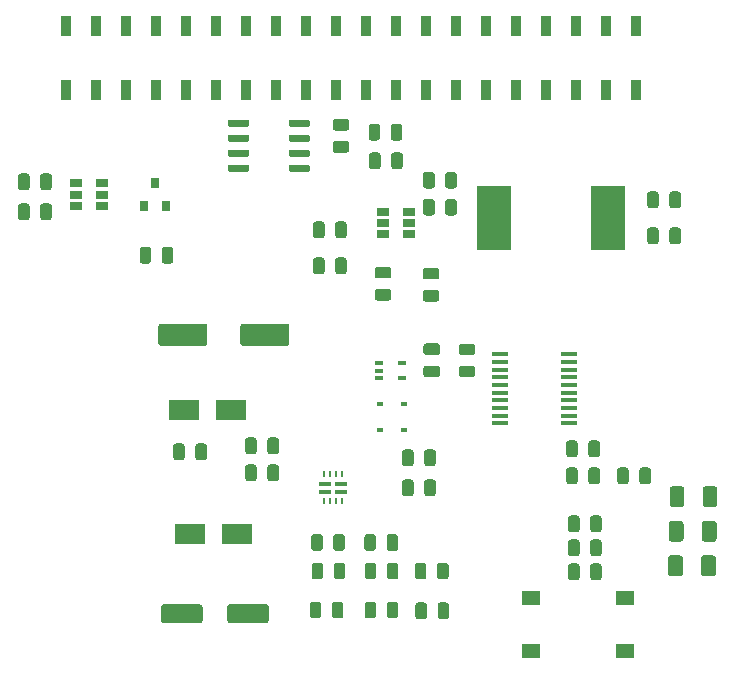
<source format=gbr>
G04 #@! TF.GenerationSoftware,KiCad,Pcbnew,(5.1.5)-2*
G04 #@! TF.CreationDate,2020-04-29T21:28:48+02:00*
G04 #@! TF.ProjectId,UPS-2,5550532d-322e-46b6-9963-61645f706362,rev?*
G04 #@! TF.SameCoordinates,Original*
G04 #@! TF.FileFunction,Paste,Top*
G04 #@! TF.FilePolarity,Positive*
%FSLAX46Y46*%
G04 Gerber Fmt 4.6, Leading zero omitted, Abs format (unit mm)*
G04 Created by KiCad (PCBNEW (5.1.5)-2) date 2020-04-29 21:28:48*
%MOMM*%
%LPD*%
G04 APERTURE LIST*
%ADD10C,0.100000*%
%ADD11R,1.450000X0.450000*%
%ADD12R,0.800000X0.900000*%
%ADD13R,1.060000X0.650000*%
%ADD14R,0.889000X1.676400*%
%ADD15R,0.650000X0.400000*%
%ADD16R,0.600000X0.450000*%
%ADD17R,0.200000X0.599999*%
%ADD18R,1.050000X0.399999*%
%ADD19R,1.550000X1.300000*%
%ADD20R,2.900000X5.400000*%
%ADD21R,2.500000X1.800000*%
G04 APERTURE END LIST*
D10*
G36*
X110896504Y-86173204D02*
G01*
X110920773Y-86176804D01*
X110944571Y-86182765D01*
X110967671Y-86191030D01*
X110989849Y-86201520D01*
X111010893Y-86214133D01*
X111030598Y-86228747D01*
X111048777Y-86245223D01*
X111065253Y-86263402D01*
X111079867Y-86283107D01*
X111092480Y-86304151D01*
X111102970Y-86326329D01*
X111111235Y-86349429D01*
X111117196Y-86373227D01*
X111120796Y-86397496D01*
X111122000Y-86422000D01*
X111122000Y-87822000D01*
X111120796Y-87846504D01*
X111117196Y-87870773D01*
X111111235Y-87894571D01*
X111102970Y-87917671D01*
X111092480Y-87939849D01*
X111079867Y-87960893D01*
X111065253Y-87980598D01*
X111048777Y-87998777D01*
X111030598Y-88015253D01*
X111010893Y-88029867D01*
X110989849Y-88042480D01*
X110967671Y-88052970D01*
X110944571Y-88061235D01*
X110920773Y-88067196D01*
X110896504Y-88070796D01*
X110872000Y-88072000D01*
X107222000Y-88072000D01*
X107197496Y-88070796D01*
X107173227Y-88067196D01*
X107149429Y-88061235D01*
X107126329Y-88052970D01*
X107104151Y-88042480D01*
X107083107Y-88029867D01*
X107063402Y-88015253D01*
X107045223Y-87998777D01*
X107028747Y-87980598D01*
X107014133Y-87960893D01*
X107001520Y-87939849D01*
X106991030Y-87917671D01*
X106982765Y-87894571D01*
X106976804Y-87870773D01*
X106973204Y-87846504D01*
X106972000Y-87822000D01*
X106972000Y-86422000D01*
X106973204Y-86397496D01*
X106976804Y-86373227D01*
X106982765Y-86349429D01*
X106991030Y-86326329D01*
X107001520Y-86304151D01*
X107014133Y-86283107D01*
X107028747Y-86263402D01*
X107045223Y-86245223D01*
X107063402Y-86228747D01*
X107083107Y-86214133D01*
X107104151Y-86201520D01*
X107126329Y-86191030D01*
X107149429Y-86182765D01*
X107173227Y-86176804D01*
X107197496Y-86173204D01*
X107222000Y-86172000D01*
X110872000Y-86172000D01*
X110896504Y-86173204D01*
G37*
G36*
X117846504Y-86173204D02*
G01*
X117870773Y-86176804D01*
X117894571Y-86182765D01*
X117917671Y-86191030D01*
X117939849Y-86201520D01*
X117960893Y-86214133D01*
X117980598Y-86228747D01*
X117998777Y-86245223D01*
X118015253Y-86263402D01*
X118029867Y-86283107D01*
X118042480Y-86304151D01*
X118052970Y-86326329D01*
X118061235Y-86349429D01*
X118067196Y-86373227D01*
X118070796Y-86397496D01*
X118072000Y-86422000D01*
X118072000Y-87822000D01*
X118070796Y-87846504D01*
X118067196Y-87870773D01*
X118061235Y-87894571D01*
X118052970Y-87917671D01*
X118042480Y-87939849D01*
X118029867Y-87960893D01*
X118015253Y-87980598D01*
X117998777Y-87998777D01*
X117980598Y-88015253D01*
X117960893Y-88029867D01*
X117939849Y-88042480D01*
X117917671Y-88052970D01*
X117894571Y-88061235D01*
X117870773Y-88067196D01*
X117846504Y-88070796D01*
X117822000Y-88072000D01*
X114172000Y-88072000D01*
X114147496Y-88070796D01*
X114123227Y-88067196D01*
X114099429Y-88061235D01*
X114076329Y-88052970D01*
X114054151Y-88042480D01*
X114033107Y-88029867D01*
X114013402Y-88015253D01*
X113995223Y-87998777D01*
X113978747Y-87980598D01*
X113964133Y-87960893D01*
X113951520Y-87939849D01*
X113941030Y-87917671D01*
X113932765Y-87894571D01*
X113926804Y-87870773D01*
X113923204Y-87846504D01*
X113922000Y-87822000D01*
X113922000Y-86422000D01*
X113923204Y-86397496D01*
X113926804Y-86373227D01*
X113932765Y-86349429D01*
X113941030Y-86326329D01*
X113951520Y-86304151D01*
X113964133Y-86283107D01*
X113978747Y-86263402D01*
X113995223Y-86245223D01*
X114013402Y-86228747D01*
X114033107Y-86214133D01*
X114054151Y-86201520D01*
X114076329Y-86191030D01*
X114099429Y-86182765D01*
X114123227Y-86176804D01*
X114147496Y-86173204D01*
X114172000Y-86172000D01*
X117822000Y-86172000D01*
X117846504Y-86173204D01*
G37*
G36*
X122908142Y-70730674D02*
G01*
X122931803Y-70734184D01*
X122955007Y-70739996D01*
X122977529Y-70748054D01*
X122999153Y-70758282D01*
X123019670Y-70770579D01*
X123038883Y-70784829D01*
X123056607Y-70800893D01*
X123072671Y-70818617D01*
X123086921Y-70837830D01*
X123099218Y-70858347D01*
X123109446Y-70879971D01*
X123117504Y-70902493D01*
X123123316Y-70925697D01*
X123126826Y-70949358D01*
X123128000Y-70973250D01*
X123128000Y-71460750D01*
X123126826Y-71484642D01*
X123123316Y-71508303D01*
X123117504Y-71531507D01*
X123109446Y-71554029D01*
X123099218Y-71575653D01*
X123086921Y-71596170D01*
X123072671Y-71615383D01*
X123056607Y-71633107D01*
X123038883Y-71649171D01*
X123019670Y-71663421D01*
X122999153Y-71675718D01*
X122977529Y-71685946D01*
X122955007Y-71694004D01*
X122931803Y-71699816D01*
X122908142Y-71703326D01*
X122884250Y-71704500D01*
X121971750Y-71704500D01*
X121947858Y-71703326D01*
X121924197Y-71699816D01*
X121900993Y-71694004D01*
X121878471Y-71685946D01*
X121856847Y-71675718D01*
X121836330Y-71663421D01*
X121817117Y-71649171D01*
X121799393Y-71633107D01*
X121783329Y-71615383D01*
X121769079Y-71596170D01*
X121756782Y-71575653D01*
X121746554Y-71554029D01*
X121738496Y-71531507D01*
X121732684Y-71508303D01*
X121729174Y-71484642D01*
X121728000Y-71460750D01*
X121728000Y-70973250D01*
X121729174Y-70949358D01*
X121732684Y-70925697D01*
X121738496Y-70902493D01*
X121746554Y-70879971D01*
X121756782Y-70858347D01*
X121769079Y-70837830D01*
X121783329Y-70818617D01*
X121799393Y-70800893D01*
X121817117Y-70784829D01*
X121836330Y-70770579D01*
X121856847Y-70758282D01*
X121878471Y-70748054D01*
X121900993Y-70739996D01*
X121924197Y-70734184D01*
X121947858Y-70730674D01*
X121971750Y-70729500D01*
X122884250Y-70729500D01*
X122908142Y-70730674D01*
G37*
G36*
X122908142Y-68855674D02*
G01*
X122931803Y-68859184D01*
X122955007Y-68864996D01*
X122977529Y-68873054D01*
X122999153Y-68883282D01*
X123019670Y-68895579D01*
X123038883Y-68909829D01*
X123056607Y-68925893D01*
X123072671Y-68943617D01*
X123086921Y-68962830D01*
X123099218Y-68983347D01*
X123109446Y-69004971D01*
X123117504Y-69027493D01*
X123123316Y-69050697D01*
X123126826Y-69074358D01*
X123128000Y-69098250D01*
X123128000Y-69585750D01*
X123126826Y-69609642D01*
X123123316Y-69633303D01*
X123117504Y-69656507D01*
X123109446Y-69679029D01*
X123099218Y-69700653D01*
X123086921Y-69721170D01*
X123072671Y-69740383D01*
X123056607Y-69758107D01*
X123038883Y-69774171D01*
X123019670Y-69788421D01*
X122999153Y-69800718D01*
X122977529Y-69810946D01*
X122955007Y-69819004D01*
X122931803Y-69824816D01*
X122908142Y-69828326D01*
X122884250Y-69829500D01*
X121971750Y-69829500D01*
X121947858Y-69828326D01*
X121924197Y-69824816D01*
X121900993Y-69819004D01*
X121878471Y-69810946D01*
X121856847Y-69800718D01*
X121836330Y-69788421D01*
X121817117Y-69774171D01*
X121799393Y-69758107D01*
X121783329Y-69740383D01*
X121769079Y-69721170D01*
X121756782Y-69700653D01*
X121746554Y-69679029D01*
X121738496Y-69656507D01*
X121732684Y-69633303D01*
X121729174Y-69609642D01*
X121728000Y-69585750D01*
X121728000Y-69098250D01*
X121729174Y-69074358D01*
X121732684Y-69050697D01*
X121738496Y-69027493D01*
X121746554Y-69004971D01*
X121756782Y-68983347D01*
X121769079Y-68962830D01*
X121783329Y-68943617D01*
X121799393Y-68925893D01*
X121817117Y-68909829D01*
X121836330Y-68895579D01*
X121856847Y-68883282D01*
X121878471Y-68873054D01*
X121900993Y-68864996D01*
X121924197Y-68859184D01*
X121947858Y-68855674D01*
X121971750Y-68854500D01*
X122884250Y-68854500D01*
X122908142Y-68855674D01*
G37*
G36*
X106137142Y-79692174D02*
G01*
X106160803Y-79695684D01*
X106184007Y-79701496D01*
X106206529Y-79709554D01*
X106228153Y-79719782D01*
X106248670Y-79732079D01*
X106267883Y-79746329D01*
X106285607Y-79762393D01*
X106301671Y-79780117D01*
X106315921Y-79799330D01*
X106328218Y-79819847D01*
X106338446Y-79841471D01*
X106346504Y-79863993D01*
X106352316Y-79887197D01*
X106355826Y-79910858D01*
X106357000Y-79934750D01*
X106357000Y-80847250D01*
X106355826Y-80871142D01*
X106352316Y-80894803D01*
X106346504Y-80918007D01*
X106338446Y-80940529D01*
X106328218Y-80962153D01*
X106315921Y-80982670D01*
X106301671Y-81001883D01*
X106285607Y-81019607D01*
X106267883Y-81035671D01*
X106248670Y-81049921D01*
X106228153Y-81062218D01*
X106206529Y-81072446D01*
X106184007Y-81080504D01*
X106160803Y-81086316D01*
X106137142Y-81089826D01*
X106113250Y-81091000D01*
X105625750Y-81091000D01*
X105601858Y-81089826D01*
X105578197Y-81086316D01*
X105554993Y-81080504D01*
X105532471Y-81072446D01*
X105510847Y-81062218D01*
X105490330Y-81049921D01*
X105471117Y-81035671D01*
X105453393Y-81019607D01*
X105437329Y-81001883D01*
X105423079Y-80982670D01*
X105410782Y-80962153D01*
X105400554Y-80940529D01*
X105392496Y-80918007D01*
X105386684Y-80894803D01*
X105383174Y-80871142D01*
X105382000Y-80847250D01*
X105382000Y-79934750D01*
X105383174Y-79910858D01*
X105386684Y-79887197D01*
X105392496Y-79863993D01*
X105400554Y-79841471D01*
X105410782Y-79819847D01*
X105423079Y-79799330D01*
X105437329Y-79780117D01*
X105453393Y-79762393D01*
X105471117Y-79746329D01*
X105490330Y-79732079D01*
X105510847Y-79719782D01*
X105532471Y-79709554D01*
X105554993Y-79701496D01*
X105578197Y-79695684D01*
X105601858Y-79692174D01*
X105625750Y-79691000D01*
X106113250Y-79691000D01*
X106137142Y-79692174D01*
G37*
G36*
X108012142Y-79692174D02*
G01*
X108035803Y-79695684D01*
X108059007Y-79701496D01*
X108081529Y-79709554D01*
X108103153Y-79719782D01*
X108123670Y-79732079D01*
X108142883Y-79746329D01*
X108160607Y-79762393D01*
X108176671Y-79780117D01*
X108190921Y-79799330D01*
X108203218Y-79819847D01*
X108213446Y-79841471D01*
X108221504Y-79863993D01*
X108227316Y-79887197D01*
X108230826Y-79910858D01*
X108232000Y-79934750D01*
X108232000Y-80847250D01*
X108230826Y-80871142D01*
X108227316Y-80894803D01*
X108221504Y-80918007D01*
X108213446Y-80940529D01*
X108203218Y-80962153D01*
X108190921Y-80982670D01*
X108176671Y-81001883D01*
X108160607Y-81019607D01*
X108142883Y-81035671D01*
X108123670Y-81049921D01*
X108103153Y-81062218D01*
X108081529Y-81072446D01*
X108059007Y-81080504D01*
X108035803Y-81086316D01*
X108012142Y-81089826D01*
X107988250Y-81091000D01*
X107500750Y-81091000D01*
X107476858Y-81089826D01*
X107453197Y-81086316D01*
X107429993Y-81080504D01*
X107407471Y-81072446D01*
X107385847Y-81062218D01*
X107365330Y-81049921D01*
X107346117Y-81035671D01*
X107328393Y-81019607D01*
X107312329Y-81001883D01*
X107298079Y-80982670D01*
X107285782Y-80962153D01*
X107275554Y-80940529D01*
X107267496Y-80918007D01*
X107261684Y-80894803D01*
X107258174Y-80871142D01*
X107257000Y-80847250D01*
X107257000Y-79934750D01*
X107258174Y-79910858D01*
X107261684Y-79887197D01*
X107267496Y-79863993D01*
X107275554Y-79841471D01*
X107285782Y-79819847D01*
X107298079Y-79799330D01*
X107312329Y-79780117D01*
X107328393Y-79762393D01*
X107346117Y-79746329D01*
X107365330Y-79732079D01*
X107385847Y-79719782D01*
X107407471Y-79709554D01*
X107429993Y-79701496D01*
X107453197Y-79695684D01*
X107476858Y-79692174D01*
X107500750Y-79691000D01*
X107988250Y-79691000D01*
X108012142Y-79692174D01*
G37*
D11*
X141761000Y-88769000D03*
X141761000Y-89419000D03*
X141761000Y-90069000D03*
X141761000Y-90719000D03*
X141761000Y-91369000D03*
X141761000Y-92019000D03*
X141761000Y-92669000D03*
X141761000Y-93319000D03*
X141761000Y-93969000D03*
X141761000Y-94619000D03*
X135861000Y-94619000D03*
X135861000Y-93969000D03*
X135861000Y-93319000D03*
X135861000Y-92669000D03*
X135861000Y-92019000D03*
X135861000Y-91369000D03*
X135861000Y-90719000D03*
X135861000Y-90069000D03*
X135861000Y-89419000D03*
X135861000Y-88769000D03*
D10*
G36*
X119646703Y-68915722D02*
G01*
X119661264Y-68917882D01*
X119675543Y-68921459D01*
X119689403Y-68926418D01*
X119702710Y-68932712D01*
X119715336Y-68940280D01*
X119727159Y-68949048D01*
X119738066Y-68958934D01*
X119747952Y-68969841D01*
X119756720Y-68981664D01*
X119764288Y-68994290D01*
X119770582Y-69007597D01*
X119775541Y-69021457D01*
X119779118Y-69035736D01*
X119781278Y-69050297D01*
X119782000Y-69065000D01*
X119782000Y-69365000D01*
X119781278Y-69379703D01*
X119779118Y-69394264D01*
X119775541Y-69408543D01*
X119770582Y-69422403D01*
X119764288Y-69435710D01*
X119756720Y-69448336D01*
X119747952Y-69460159D01*
X119738066Y-69471066D01*
X119727159Y-69480952D01*
X119715336Y-69489720D01*
X119702710Y-69497288D01*
X119689403Y-69503582D01*
X119675543Y-69508541D01*
X119661264Y-69512118D01*
X119646703Y-69514278D01*
X119632000Y-69515000D01*
X118182000Y-69515000D01*
X118167297Y-69514278D01*
X118152736Y-69512118D01*
X118138457Y-69508541D01*
X118124597Y-69503582D01*
X118111290Y-69497288D01*
X118098664Y-69489720D01*
X118086841Y-69480952D01*
X118075934Y-69471066D01*
X118066048Y-69460159D01*
X118057280Y-69448336D01*
X118049712Y-69435710D01*
X118043418Y-69422403D01*
X118038459Y-69408543D01*
X118034882Y-69394264D01*
X118032722Y-69379703D01*
X118032000Y-69365000D01*
X118032000Y-69065000D01*
X118032722Y-69050297D01*
X118034882Y-69035736D01*
X118038459Y-69021457D01*
X118043418Y-69007597D01*
X118049712Y-68994290D01*
X118057280Y-68981664D01*
X118066048Y-68969841D01*
X118075934Y-68958934D01*
X118086841Y-68949048D01*
X118098664Y-68940280D01*
X118111290Y-68932712D01*
X118124597Y-68926418D01*
X118138457Y-68921459D01*
X118152736Y-68917882D01*
X118167297Y-68915722D01*
X118182000Y-68915000D01*
X119632000Y-68915000D01*
X119646703Y-68915722D01*
G37*
G36*
X119646703Y-70185722D02*
G01*
X119661264Y-70187882D01*
X119675543Y-70191459D01*
X119689403Y-70196418D01*
X119702710Y-70202712D01*
X119715336Y-70210280D01*
X119727159Y-70219048D01*
X119738066Y-70228934D01*
X119747952Y-70239841D01*
X119756720Y-70251664D01*
X119764288Y-70264290D01*
X119770582Y-70277597D01*
X119775541Y-70291457D01*
X119779118Y-70305736D01*
X119781278Y-70320297D01*
X119782000Y-70335000D01*
X119782000Y-70635000D01*
X119781278Y-70649703D01*
X119779118Y-70664264D01*
X119775541Y-70678543D01*
X119770582Y-70692403D01*
X119764288Y-70705710D01*
X119756720Y-70718336D01*
X119747952Y-70730159D01*
X119738066Y-70741066D01*
X119727159Y-70750952D01*
X119715336Y-70759720D01*
X119702710Y-70767288D01*
X119689403Y-70773582D01*
X119675543Y-70778541D01*
X119661264Y-70782118D01*
X119646703Y-70784278D01*
X119632000Y-70785000D01*
X118182000Y-70785000D01*
X118167297Y-70784278D01*
X118152736Y-70782118D01*
X118138457Y-70778541D01*
X118124597Y-70773582D01*
X118111290Y-70767288D01*
X118098664Y-70759720D01*
X118086841Y-70750952D01*
X118075934Y-70741066D01*
X118066048Y-70730159D01*
X118057280Y-70718336D01*
X118049712Y-70705710D01*
X118043418Y-70692403D01*
X118038459Y-70678543D01*
X118034882Y-70664264D01*
X118032722Y-70649703D01*
X118032000Y-70635000D01*
X118032000Y-70335000D01*
X118032722Y-70320297D01*
X118034882Y-70305736D01*
X118038459Y-70291457D01*
X118043418Y-70277597D01*
X118049712Y-70264290D01*
X118057280Y-70251664D01*
X118066048Y-70239841D01*
X118075934Y-70228934D01*
X118086841Y-70219048D01*
X118098664Y-70210280D01*
X118111290Y-70202712D01*
X118124597Y-70196418D01*
X118138457Y-70191459D01*
X118152736Y-70187882D01*
X118167297Y-70185722D01*
X118182000Y-70185000D01*
X119632000Y-70185000D01*
X119646703Y-70185722D01*
G37*
G36*
X119646703Y-71455722D02*
G01*
X119661264Y-71457882D01*
X119675543Y-71461459D01*
X119689403Y-71466418D01*
X119702710Y-71472712D01*
X119715336Y-71480280D01*
X119727159Y-71489048D01*
X119738066Y-71498934D01*
X119747952Y-71509841D01*
X119756720Y-71521664D01*
X119764288Y-71534290D01*
X119770582Y-71547597D01*
X119775541Y-71561457D01*
X119779118Y-71575736D01*
X119781278Y-71590297D01*
X119782000Y-71605000D01*
X119782000Y-71905000D01*
X119781278Y-71919703D01*
X119779118Y-71934264D01*
X119775541Y-71948543D01*
X119770582Y-71962403D01*
X119764288Y-71975710D01*
X119756720Y-71988336D01*
X119747952Y-72000159D01*
X119738066Y-72011066D01*
X119727159Y-72020952D01*
X119715336Y-72029720D01*
X119702710Y-72037288D01*
X119689403Y-72043582D01*
X119675543Y-72048541D01*
X119661264Y-72052118D01*
X119646703Y-72054278D01*
X119632000Y-72055000D01*
X118182000Y-72055000D01*
X118167297Y-72054278D01*
X118152736Y-72052118D01*
X118138457Y-72048541D01*
X118124597Y-72043582D01*
X118111290Y-72037288D01*
X118098664Y-72029720D01*
X118086841Y-72020952D01*
X118075934Y-72011066D01*
X118066048Y-72000159D01*
X118057280Y-71988336D01*
X118049712Y-71975710D01*
X118043418Y-71962403D01*
X118038459Y-71948543D01*
X118034882Y-71934264D01*
X118032722Y-71919703D01*
X118032000Y-71905000D01*
X118032000Y-71605000D01*
X118032722Y-71590297D01*
X118034882Y-71575736D01*
X118038459Y-71561457D01*
X118043418Y-71547597D01*
X118049712Y-71534290D01*
X118057280Y-71521664D01*
X118066048Y-71509841D01*
X118075934Y-71498934D01*
X118086841Y-71489048D01*
X118098664Y-71480280D01*
X118111290Y-71472712D01*
X118124597Y-71466418D01*
X118138457Y-71461459D01*
X118152736Y-71457882D01*
X118167297Y-71455722D01*
X118182000Y-71455000D01*
X119632000Y-71455000D01*
X119646703Y-71455722D01*
G37*
G36*
X119646703Y-72725722D02*
G01*
X119661264Y-72727882D01*
X119675543Y-72731459D01*
X119689403Y-72736418D01*
X119702710Y-72742712D01*
X119715336Y-72750280D01*
X119727159Y-72759048D01*
X119738066Y-72768934D01*
X119747952Y-72779841D01*
X119756720Y-72791664D01*
X119764288Y-72804290D01*
X119770582Y-72817597D01*
X119775541Y-72831457D01*
X119779118Y-72845736D01*
X119781278Y-72860297D01*
X119782000Y-72875000D01*
X119782000Y-73175000D01*
X119781278Y-73189703D01*
X119779118Y-73204264D01*
X119775541Y-73218543D01*
X119770582Y-73232403D01*
X119764288Y-73245710D01*
X119756720Y-73258336D01*
X119747952Y-73270159D01*
X119738066Y-73281066D01*
X119727159Y-73290952D01*
X119715336Y-73299720D01*
X119702710Y-73307288D01*
X119689403Y-73313582D01*
X119675543Y-73318541D01*
X119661264Y-73322118D01*
X119646703Y-73324278D01*
X119632000Y-73325000D01*
X118182000Y-73325000D01*
X118167297Y-73324278D01*
X118152736Y-73322118D01*
X118138457Y-73318541D01*
X118124597Y-73313582D01*
X118111290Y-73307288D01*
X118098664Y-73299720D01*
X118086841Y-73290952D01*
X118075934Y-73281066D01*
X118066048Y-73270159D01*
X118057280Y-73258336D01*
X118049712Y-73245710D01*
X118043418Y-73232403D01*
X118038459Y-73218543D01*
X118034882Y-73204264D01*
X118032722Y-73189703D01*
X118032000Y-73175000D01*
X118032000Y-72875000D01*
X118032722Y-72860297D01*
X118034882Y-72845736D01*
X118038459Y-72831457D01*
X118043418Y-72817597D01*
X118049712Y-72804290D01*
X118057280Y-72791664D01*
X118066048Y-72779841D01*
X118075934Y-72768934D01*
X118086841Y-72759048D01*
X118098664Y-72750280D01*
X118111290Y-72742712D01*
X118124597Y-72736418D01*
X118138457Y-72731459D01*
X118152736Y-72727882D01*
X118167297Y-72725722D01*
X118182000Y-72725000D01*
X119632000Y-72725000D01*
X119646703Y-72725722D01*
G37*
G36*
X114496703Y-72725722D02*
G01*
X114511264Y-72727882D01*
X114525543Y-72731459D01*
X114539403Y-72736418D01*
X114552710Y-72742712D01*
X114565336Y-72750280D01*
X114577159Y-72759048D01*
X114588066Y-72768934D01*
X114597952Y-72779841D01*
X114606720Y-72791664D01*
X114614288Y-72804290D01*
X114620582Y-72817597D01*
X114625541Y-72831457D01*
X114629118Y-72845736D01*
X114631278Y-72860297D01*
X114632000Y-72875000D01*
X114632000Y-73175000D01*
X114631278Y-73189703D01*
X114629118Y-73204264D01*
X114625541Y-73218543D01*
X114620582Y-73232403D01*
X114614288Y-73245710D01*
X114606720Y-73258336D01*
X114597952Y-73270159D01*
X114588066Y-73281066D01*
X114577159Y-73290952D01*
X114565336Y-73299720D01*
X114552710Y-73307288D01*
X114539403Y-73313582D01*
X114525543Y-73318541D01*
X114511264Y-73322118D01*
X114496703Y-73324278D01*
X114482000Y-73325000D01*
X113032000Y-73325000D01*
X113017297Y-73324278D01*
X113002736Y-73322118D01*
X112988457Y-73318541D01*
X112974597Y-73313582D01*
X112961290Y-73307288D01*
X112948664Y-73299720D01*
X112936841Y-73290952D01*
X112925934Y-73281066D01*
X112916048Y-73270159D01*
X112907280Y-73258336D01*
X112899712Y-73245710D01*
X112893418Y-73232403D01*
X112888459Y-73218543D01*
X112884882Y-73204264D01*
X112882722Y-73189703D01*
X112882000Y-73175000D01*
X112882000Y-72875000D01*
X112882722Y-72860297D01*
X112884882Y-72845736D01*
X112888459Y-72831457D01*
X112893418Y-72817597D01*
X112899712Y-72804290D01*
X112907280Y-72791664D01*
X112916048Y-72779841D01*
X112925934Y-72768934D01*
X112936841Y-72759048D01*
X112948664Y-72750280D01*
X112961290Y-72742712D01*
X112974597Y-72736418D01*
X112988457Y-72731459D01*
X113002736Y-72727882D01*
X113017297Y-72725722D01*
X113032000Y-72725000D01*
X114482000Y-72725000D01*
X114496703Y-72725722D01*
G37*
G36*
X114496703Y-71455722D02*
G01*
X114511264Y-71457882D01*
X114525543Y-71461459D01*
X114539403Y-71466418D01*
X114552710Y-71472712D01*
X114565336Y-71480280D01*
X114577159Y-71489048D01*
X114588066Y-71498934D01*
X114597952Y-71509841D01*
X114606720Y-71521664D01*
X114614288Y-71534290D01*
X114620582Y-71547597D01*
X114625541Y-71561457D01*
X114629118Y-71575736D01*
X114631278Y-71590297D01*
X114632000Y-71605000D01*
X114632000Y-71905000D01*
X114631278Y-71919703D01*
X114629118Y-71934264D01*
X114625541Y-71948543D01*
X114620582Y-71962403D01*
X114614288Y-71975710D01*
X114606720Y-71988336D01*
X114597952Y-72000159D01*
X114588066Y-72011066D01*
X114577159Y-72020952D01*
X114565336Y-72029720D01*
X114552710Y-72037288D01*
X114539403Y-72043582D01*
X114525543Y-72048541D01*
X114511264Y-72052118D01*
X114496703Y-72054278D01*
X114482000Y-72055000D01*
X113032000Y-72055000D01*
X113017297Y-72054278D01*
X113002736Y-72052118D01*
X112988457Y-72048541D01*
X112974597Y-72043582D01*
X112961290Y-72037288D01*
X112948664Y-72029720D01*
X112936841Y-72020952D01*
X112925934Y-72011066D01*
X112916048Y-72000159D01*
X112907280Y-71988336D01*
X112899712Y-71975710D01*
X112893418Y-71962403D01*
X112888459Y-71948543D01*
X112884882Y-71934264D01*
X112882722Y-71919703D01*
X112882000Y-71905000D01*
X112882000Y-71605000D01*
X112882722Y-71590297D01*
X112884882Y-71575736D01*
X112888459Y-71561457D01*
X112893418Y-71547597D01*
X112899712Y-71534290D01*
X112907280Y-71521664D01*
X112916048Y-71509841D01*
X112925934Y-71498934D01*
X112936841Y-71489048D01*
X112948664Y-71480280D01*
X112961290Y-71472712D01*
X112974597Y-71466418D01*
X112988457Y-71461459D01*
X113002736Y-71457882D01*
X113017297Y-71455722D01*
X113032000Y-71455000D01*
X114482000Y-71455000D01*
X114496703Y-71455722D01*
G37*
G36*
X114496703Y-70185722D02*
G01*
X114511264Y-70187882D01*
X114525543Y-70191459D01*
X114539403Y-70196418D01*
X114552710Y-70202712D01*
X114565336Y-70210280D01*
X114577159Y-70219048D01*
X114588066Y-70228934D01*
X114597952Y-70239841D01*
X114606720Y-70251664D01*
X114614288Y-70264290D01*
X114620582Y-70277597D01*
X114625541Y-70291457D01*
X114629118Y-70305736D01*
X114631278Y-70320297D01*
X114632000Y-70335000D01*
X114632000Y-70635000D01*
X114631278Y-70649703D01*
X114629118Y-70664264D01*
X114625541Y-70678543D01*
X114620582Y-70692403D01*
X114614288Y-70705710D01*
X114606720Y-70718336D01*
X114597952Y-70730159D01*
X114588066Y-70741066D01*
X114577159Y-70750952D01*
X114565336Y-70759720D01*
X114552710Y-70767288D01*
X114539403Y-70773582D01*
X114525543Y-70778541D01*
X114511264Y-70782118D01*
X114496703Y-70784278D01*
X114482000Y-70785000D01*
X113032000Y-70785000D01*
X113017297Y-70784278D01*
X113002736Y-70782118D01*
X112988457Y-70778541D01*
X112974597Y-70773582D01*
X112961290Y-70767288D01*
X112948664Y-70759720D01*
X112936841Y-70750952D01*
X112925934Y-70741066D01*
X112916048Y-70730159D01*
X112907280Y-70718336D01*
X112899712Y-70705710D01*
X112893418Y-70692403D01*
X112888459Y-70678543D01*
X112884882Y-70664264D01*
X112882722Y-70649703D01*
X112882000Y-70635000D01*
X112882000Y-70335000D01*
X112882722Y-70320297D01*
X112884882Y-70305736D01*
X112888459Y-70291457D01*
X112893418Y-70277597D01*
X112899712Y-70264290D01*
X112907280Y-70251664D01*
X112916048Y-70239841D01*
X112925934Y-70228934D01*
X112936841Y-70219048D01*
X112948664Y-70210280D01*
X112961290Y-70202712D01*
X112974597Y-70196418D01*
X112988457Y-70191459D01*
X113002736Y-70187882D01*
X113017297Y-70185722D01*
X113032000Y-70185000D01*
X114482000Y-70185000D01*
X114496703Y-70185722D01*
G37*
G36*
X114496703Y-68915722D02*
G01*
X114511264Y-68917882D01*
X114525543Y-68921459D01*
X114539403Y-68926418D01*
X114552710Y-68932712D01*
X114565336Y-68940280D01*
X114577159Y-68949048D01*
X114588066Y-68958934D01*
X114597952Y-68969841D01*
X114606720Y-68981664D01*
X114614288Y-68994290D01*
X114620582Y-69007597D01*
X114625541Y-69021457D01*
X114629118Y-69035736D01*
X114631278Y-69050297D01*
X114632000Y-69065000D01*
X114632000Y-69365000D01*
X114631278Y-69379703D01*
X114629118Y-69394264D01*
X114625541Y-69408543D01*
X114620582Y-69422403D01*
X114614288Y-69435710D01*
X114606720Y-69448336D01*
X114597952Y-69460159D01*
X114588066Y-69471066D01*
X114577159Y-69480952D01*
X114565336Y-69489720D01*
X114552710Y-69497288D01*
X114539403Y-69503582D01*
X114525543Y-69508541D01*
X114511264Y-69512118D01*
X114496703Y-69514278D01*
X114482000Y-69515000D01*
X113032000Y-69515000D01*
X113017297Y-69514278D01*
X113002736Y-69512118D01*
X112988457Y-69508541D01*
X112974597Y-69503582D01*
X112961290Y-69497288D01*
X112948664Y-69489720D01*
X112936841Y-69480952D01*
X112925934Y-69471066D01*
X112916048Y-69460159D01*
X112907280Y-69448336D01*
X112899712Y-69435710D01*
X112893418Y-69422403D01*
X112888459Y-69408543D01*
X112884882Y-69394264D01*
X112882722Y-69379703D01*
X112882000Y-69365000D01*
X112882000Y-69065000D01*
X112882722Y-69050297D01*
X112884882Y-69035736D01*
X112888459Y-69021457D01*
X112893418Y-69007597D01*
X112899712Y-68994290D01*
X112907280Y-68981664D01*
X112916048Y-68969841D01*
X112925934Y-68958934D01*
X112936841Y-68949048D01*
X112948664Y-68940280D01*
X112961290Y-68932712D01*
X112974597Y-68926418D01*
X112988457Y-68921459D01*
X113002736Y-68917882D01*
X113017297Y-68915722D01*
X113032000Y-68915000D01*
X114482000Y-68915000D01*
X114496703Y-68915722D01*
G37*
G36*
X127443142Y-71691174D02*
G01*
X127466803Y-71694684D01*
X127490007Y-71700496D01*
X127512529Y-71708554D01*
X127534153Y-71718782D01*
X127554670Y-71731079D01*
X127573883Y-71745329D01*
X127591607Y-71761393D01*
X127607671Y-71779117D01*
X127621921Y-71798330D01*
X127634218Y-71818847D01*
X127644446Y-71840471D01*
X127652504Y-71862993D01*
X127658316Y-71886197D01*
X127661826Y-71909858D01*
X127663000Y-71933750D01*
X127663000Y-72846250D01*
X127661826Y-72870142D01*
X127658316Y-72893803D01*
X127652504Y-72917007D01*
X127644446Y-72939529D01*
X127634218Y-72961153D01*
X127621921Y-72981670D01*
X127607671Y-73000883D01*
X127591607Y-73018607D01*
X127573883Y-73034671D01*
X127554670Y-73048921D01*
X127534153Y-73061218D01*
X127512529Y-73071446D01*
X127490007Y-73079504D01*
X127466803Y-73085316D01*
X127443142Y-73088826D01*
X127419250Y-73090000D01*
X126931750Y-73090000D01*
X126907858Y-73088826D01*
X126884197Y-73085316D01*
X126860993Y-73079504D01*
X126838471Y-73071446D01*
X126816847Y-73061218D01*
X126796330Y-73048921D01*
X126777117Y-73034671D01*
X126759393Y-73018607D01*
X126743329Y-73000883D01*
X126729079Y-72981670D01*
X126716782Y-72961153D01*
X126706554Y-72939529D01*
X126698496Y-72917007D01*
X126692684Y-72893803D01*
X126689174Y-72870142D01*
X126688000Y-72846250D01*
X126688000Y-71933750D01*
X126689174Y-71909858D01*
X126692684Y-71886197D01*
X126698496Y-71862993D01*
X126706554Y-71840471D01*
X126716782Y-71818847D01*
X126729079Y-71798330D01*
X126743329Y-71779117D01*
X126759393Y-71761393D01*
X126777117Y-71745329D01*
X126796330Y-71731079D01*
X126816847Y-71718782D01*
X126838471Y-71708554D01*
X126860993Y-71700496D01*
X126884197Y-71694684D01*
X126907858Y-71691174D01*
X126931750Y-71690000D01*
X127419250Y-71690000D01*
X127443142Y-71691174D01*
G37*
G36*
X125568142Y-71691174D02*
G01*
X125591803Y-71694684D01*
X125615007Y-71700496D01*
X125637529Y-71708554D01*
X125659153Y-71718782D01*
X125679670Y-71731079D01*
X125698883Y-71745329D01*
X125716607Y-71761393D01*
X125732671Y-71779117D01*
X125746921Y-71798330D01*
X125759218Y-71818847D01*
X125769446Y-71840471D01*
X125777504Y-71862993D01*
X125783316Y-71886197D01*
X125786826Y-71909858D01*
X125788000Y-71933750D01*
X125788000Y-72846250D01*
X125786826Y-72870142D01*
X125783316Y-72893803D01*
X125777504Y-72917007D01*
X125769446Y-72939529D01*
X125759218Y-72961153D01*
X125746921Y-72981670D01*
X125732671Y-73000883D01*
X125716607Y-73018607D01*
X125698883Y-73034671D01*
X125679670Y-73048921D01*
X125659153Y-73061218D01*
X125637529Y-73071446D01*
X125615007Y-73079504D01*
X125591803Y-73085316D01*
X125568142Y-73088826D01*
X125544250Y-73090000D01*
X125056750Y-73090000D01*
X125032858Y-73088826D01*
X125009197Y-73085316D01*
X124985993Y-73079504D01*
X124963471Y-73071446D01*
X124941847Y-73061218D01*
X124921330Y-73048921D01*
X124902117Y-73034671D01*
X124884393Y-73018607D01*
X124868329Y-73000883D01*
X124854079Y-72981670D01*
X124841782Y-72961153D01*
X124831554Y-72939529D01*
X124823496Y-72917007D01*
X124817684Y-72893803D01*
X124814174Y-72870142D01*
X124813000Y-72846250D01*
X124813000Y-71933750D01*
X124814174Y-71909858D01*
X124817684Y-71886197D01*
X124823496Y-71862993D01*
X124831554Y-71840471D01*
X124841782Y-71818847D01*
X124854079Y-71798330D01*
X124868329Y-71779117D01*
X124884393Y-71761393D01*
X124902117Y-71745329D01*
X124921330Y-71731079D01*
X124941847Y-71718782D01*
X124963471Y-71708554D01*
X124985993Y-71700496D01*
X125009197Y-71694684D01*
X125032858Y-71691174D01*
X125056750Y-71690000D01*
X125544250Y-71690000D01*
X125568142Y-71691174D01*
G37*
G36*
X127394642Y-69278174D02*
G01*
X127418303Y-69281684D01*
X127441507Y-69287496D01*
X127464029Y-69295554D01*
X127485653Y-69305782D01*
X127506170Y-69318079D01*
X127525383Y-69332329D01*
X127543107Y-69348393D01*
X127559171Y-69366117D01*
X127573421Y-69385330D01*
X127585718Y-69405847D01*
X127595946Y-69427471D01*
X127604004Y-69449993D01*
X127609816Y-69473197D01*
X127613326Y-69496858D01*
X127614500Y-69520750D01*
X127614500Y-70433250D01*
X127613326Y-70457142D01*
X127609816Y-70480803D01*
X127604004Y-70504007D01*
X127595946Y-70526529D01*
X127585718Y-70548153D01*
X127573421Y-70568670D01*
X127559171Y-70587883D01*
X127543107Y-70605607D01*
X127525383Y-70621671D01*
X127506170Y-70635921D01*
X127485653Y-70648218D01*
X127464029Y-70658446D01*
X127441507Y-70666504D01*
X127418303Y-70672316D01*
X127394642Y-70675826D01*
X127370750Y-70677000D01*
X126883250Y-70677000D01*
X126859358Y-70675826D01*
X126835697Y-70672316D01*
X126812493Y-70666504D01*
X126789971Y-70658446D01*
X126768347Y-70648218D01*
X126747830Y-70635921D01*
X126728617Y-70621671D01*
X126710893Y-70605607D01*
X126694829Y-70587883D01*
X126680579Y-70568670D01*
X126668282Y-70548153D01*
X126658054Y-70526529D01*
X126649996Y-70504007D01*
X126644184Y-70480803D01*
X126640674Y-70457142D01*
X126639500Y-70433250D01*
X126639500Y-69520750D01*
X126640674Y-69496858D01*
X126644184Y-69473197D01*
X126649996Y-69449993D01*
X126658054Y-69427471D01*
X126668282Y-69405847D01*
X126680579Y-69385330D01*
X126694829Y-69366117D01*
X126710893Y-69348393D01*
X126728617Y-69332329D01*
X126747830Y-69318079D01*
X126768347Y-69305782D01*
X126789971Y-69295554D01*
X126812493Y-69287496D01*
X126835697Y-69281684D01*
X126859358Y-69278174D01*
X126883250Y-69277000D01*
X127370750Y-69277000D01*
X127394642Y-69278174D01*
G37*
G36*
X125519642Y-69278174D02*
G01*
X125543303Y-69281684D01*
X125566507Y-69287496D01*
X125589029Y-69295554D01*
X125610653Y-69305782D01*
X125631170Y-69318079D01*
X125650383Y-69332329D01*
X125668107Y-69348393D01*
X125684171Y-69366117D01*
X125698421Y-69385330D01*
X125710718Y-69405847D01*
X125720946Y-69427471D01*
X125729004Y-69449993D01*
X125734816Y-69473197D01*
X125738326Y-69496858D01*
X125739500Y-69520750D01*
X125739500Y-70433250D01*
X125738326Y-70457142D01*
X125734816Y-70480803D01*
X125729004Y-70504007D01*
X125720946Y-70526529D01*
X125710718Y-70548153D01*
X125698421Y-70568670D01*
X125684171Y-70587883D01*
X125668107Y-70605607D01*
X125650383Y-70621671D01*
X125631170Y-70635921D01*
X125610653Y-70648218D01*
X125589029Y-70658446D01*
X125566507Y-70666504D01*
X125543303Y-70672316D01*
X125519642Y-70675826D01*
X125495750Y-70677000D01*
X125008250Y-70677000D01*
X124984358Y-70675826D01*
X124960697Y-70672316D01*
X124937493Y-70666504D01*
X124914971Y-70658446D01*
X124893347Y-70648218D01*
X124872830Y-70635921D01*
X124853617Y-70621671D01*
X124835893Y-70605607D01*
X124819829Y-70587883D01*
X124805579Y-70568670D01*
X124793282Y-70548153D01*
X124783054Y-70526529D01*
X124774996Y-70504007D01*
X124769184Y-70480803D01*
X124765674Y-70457142D01*
X124764500Y-70433250D01*
X124764500Y-69520750D01*
X124765674Y-69496858D01*
X124769184Y-69473197D01*
X124774996Y-69449993D01*
X124783054Y-69427471D01*
X124793282Y-69405847D01*
X124805579Y-69385330D01*
X124819829Y-69366117D01*
X124835893Y-69348393D01*
X124853617Y-69332329D01*
X124872830Y-69318079D01*
X124893347Y-69305782D01*
X124914971Y-69295554D01*
X124937493Y-69287496D01*
X124960697Y-69281684D01*
X124984358Y-69278174D01*
X125008250Y-69277000D01*
X125495750Y-69277000D01*
X125519642Y-69278174D01*
G37*
D12*
X106664000Y-74250000D03*
X107614000Y-76250000D03*
X105714000Y-76250000D03*
D13*
X102192000Y-75250000D03*
X102192000Y-74300000D03*
X102192000Y-76200000D03*
X99992000Y-76200000D03*
X99992000Y-75250000D03*
X99992000Y-74300000D03*
D10*
G36*
X148446642Y-98361174D02*
G01*
X148470303Y-98364684D01*
X148493507Y-98370496D01*
X148516029Y-98378554D01*
X148537653Y-98388782D01*
X148558170Y-98401079D01*
X148577383Y-98415329D01*
X148595107Y-98431393D01*
X148611171Y-98449117D01*
X148625421Y-98468330D01*
X148637718Y-98488847D01*
X148647946Y-98510471D01*
X148656004Y-98532993D01*
X148661816Y-98556197D01*
X148665326Y-98579858D01*
X148666500Y-98603750D01*
X148666500Y-99516250D01*
X148665326Y-99540142D01*
X148661816Y-99563803D01*
X148656004Y-99587007D01*
X148647946Y-99609529D01*
X148637718Y-99631153D01*
X148625421Y-99651670D01*
X148611171Y-99670883D01*
X148595107Y-99688607D01*
X148577383Y-99704671D01*
X148558170Y-99718921D01*
X148537653Y-99731218D01*
X148516029Y-99741446D01*
X148493507Y-99749504D01*
X148470303Y-99755316D01*
X148446642Y-99758826D01*
X148422750Y-99760000D01*
X147935250Y-99760000D01*
X147911358Y-99758826D01*
X147887697Y-99755316D01*
X147864493Y-99749504D01*
X147841971Y-99741446D01*
X147820347Y-99731218D01*
X147799830Y-99718921D01*
X147780617Y-99704671D01*
X147762893Y-99688607D01*
X147746829Y-99670883D01*
X147732579Y-99651670D01*
X147720282Y-99631153D01*
X147710054Y-99609529D01*
X147701996Y-99587007D01*
X147696184Y-99563803D01*
X147692674Y-99540142D01*
X147691500Y-99516250D01*
X147691500Y-98603750D01*
X147692674Y-98579858D01*
X147696184Y-98556197D01*
X147701996Y-98532993D01*
X147710054Y-98510471D01*
X147720282Y-98488847D01*
X147732579Y-98468330D01*
X147746829Y-98449117D01*
X147762893Y-98431393D01*
X147780617Y-98415329D01*
X147799830Y-98401079D01*
X147820347Y-98388782D01*
X147841971Y-98378554D01*
X147864493Y-98370496D01*
X147887697Y-98364684D01*
X147911358Y-98361174D01*
X147935250Y-98360000D01*
X148422750Y-98360000D01*
X148446642Y-98361174D01*
G37*
G36*
X146571642Y-98361174D02*
G01*
X146595303Y-98364684D01*
X146618507Y-98370496D01*
X146641029Y-98378554D01*
X146662653Y-98388782D01*
X146683170Y-98401079D01*
X146702383Y-98415329D01*
X146720107Y-98431393D01*
X146736171Y-98449117D01*
X146750421Y-98468330D01*
X146762718Y-98488847D01*
X146772946Y-98510471D01*
X146781004Y-98532993D01*
X146786816Y-98556197D01*
X146790326Y-98579858D01*
X146791500Y-98603750D01*
X146791500Y-99516250D01*
X146790326Y-99540142D01*
X146786816Y-99563803D01*
X146781004Y-99587007D01*
X146772946Y-99609529D01*
X146762718Y-99631153D01*
X146750421Y-99651670D01*
X146736171Y-99670883D01*
X146720107Y-99688607D01*
X146702383Y-99704671D01*
X146683170Y-99718921D01*
X146662653Y-99731218D01*
X146641029Y-99741446D01*
X146618507Y-99749504D01*
X146595303Y-99755316D01*
X146571642Y-99758826D01*
X146547750Y-99760000D01*
X146060250Y-99760000D01*
X146036358Y-99758826D01*
X146012697Y-99755316D01*
X145989493Y-99749504D01*
X145966971Y-99741446D01*
X145945347Y-99731218D01*
X145924830Y-99718921D01*
X145905617Y-99704671D01*
X145887893Y-99688607D01*
X145871829Y-99670883D01*
X145857579Y-99651670D01*
X145845282Y-99631153D01*
X145835054Y-99609529D01*
X145826996Y-99587007D01*
X145821184Y-99563803D01*
X145817674Y-99540142D01*
X145816500Y-99516250D01*
X145816500Y-98603750D01*
X145817674Y-98579858D01*
X145821184Y-98556197D01*
X145826996Y-98532993D01*
X145835054Y-98510471D01*
X145845282Y-98488847D01*
X145857579Y-98468330D01*
X145871829Y-98449117D01*
X145887893Y-98431393D01*
X145905617Y-98415329D01*
X145924830Y-98401079D01*
X145945347Y-98388782D01*
X145966971Y-98378554D01*
X145989493Y-98370496D01*
X146012697Y-98364684D01*
X146036358Y-98361174D01*
X146060250Y-98360000D01*
X146547750Y-98360000D01*
X146571642Y-98361174D01*
G37*
G36*
X142410642Y-102425174D02*
G01*
X142434303Y-102428684D01*
X142457507Y-102434496D01*
X142480029Y-102442554D01*
X142501653Y-102452782D01*
X142522170Y-102465079D01*
X142541383Y-102479329D01*
X142559107Y-102495393D01*
X142575171Y-102513117D01*
X142589421Y-102532330D01*
X142601718Y-102552847D01*
X142611946Y-102574471D01*
X142620004Y-102596993D01*
X142625816Y-102620197D01*
X142629326Y-102643858D01*
X142630500Y-102667750D01*
X142630500Y-103580250D01*
X142629326Y-103604142D01*
X142625816Y-103627803D01*
X142620004Y-103651007D01*
X142611946Y-103673529D01*
X142601718Y-103695153D01*
X142589421Y-103715670D01*
X142575171Y-103734883D01*
X142559107Y-103752607D01*
X142541383Y-103768671D01*
X142522170Y-103782921D01*
X142501653Y-103795218D01*
X142480029Y-103805446D01*
X142457507Y-103813504D01*
X142434303Y-103819316D01*
X142410642Y-103822826D01*
X142386750Y-103824000D01*
X141899250Y-103824000D01*
X141875358Y-103822826D01*
X141851697Y-103819316D01*
X141828493Y-103813504D01*
X141805971Y-103805446D01*
X141784347Y-103795218D01*
X141763830Y-103782921D01*
X141744617Y-103768671D01*
X141726893Y-103752607D01*
X141710829Y-103734883D01*
X141696579Y-103715670D01*
X141684282Y-103695153D01*
X141674054Y-103673529D01*
X141665996Y-103651007D01*
X141660184Y-103627803D01*
X141656674Y-103604142D01*
X141655500Y-103580250D01*
X141655500Y-102667750D01*
X141656674Y-102643858D01*
X141660184Y-102620197D01*
X141665996Y-102596993D01*
X141674054Y-102574471D01*
X141684282Y-102552847D01*
X141696579Y-102532330D01*
X141710829Y-102513117D01*
X141726893Y-102495393D01*
X141744617Y-102479329D01*
X141763830Y-102465079D01*
X141784347Y-102452782D01*
X141805971Y-102442554D01*
X141828493Y-102434496D01*
X141851697Y-102428684D01*
X141875358Y-102425174D01*
X141899250Y-102424000D01*
X142386750Y-102424000D01*
X142410642Y-102425174D01*
G37*
G36*
X144285642Y-102425174D02*
G01*
X144309303Y-102428684D01*
X144332507Y-102434496D01*
X144355029Y-102442554D01*
X144376653Y-102452782D01*
X144397170Y-102465079D01*
X144416383Y-102479329D01*
X144434107Y-102495393D01*
X144450171Y-102513117D01*
X144464421Y-102532330D01*
X144476718Y-102552847D01*
X144486946Y-102574471D01*
X144495004Y-102596993D01*
X144500816Y-102620197D01*
X144504326Y-102643858D01*
X144505500Y-102667750D01*
X144505500Y-103580250D01*
X144504326Y-103604142D01*
X144500816Y-103627803D01*
X144495004Y-103651007D01*
X144486946Y-103673529D01*
X144476718Y-103695153D01*
X144464421Y-103715670D01*
X144450171Y-103734883D01*
X144434107Y-103752607D01*
X144416383Y-103768671D01*
X144397170Y-103782921D01*
X144376653Y-103795218D01*
X144355029Y-103805446D01*
X144332507Y-103813504D01*
X144309303Y-103819316D01*
X144285642Y-103822826D01*
X144261750Y-103824000D01*
X143774250Y-103824000D01*
X143750358Y-103822826D01*
X143726697Y-103819316D01*
X143703493Y-103813504D01*
X143680971Y-103805446D01*
X143659347Y-103795218D01*
X143638830Y-103782921D01*
X143619617Y-103768671D01*
X143601893Y-103752607D01*
X143585829Y-103734883D01*
X143571579Y-103715670D01*
X143559282Y-103695153D01*
X143549054Y-103673529D01*
X143540996Y-103651007D01*
X143535184Y-103627803D01*
X143531674Y-103604142D01*
X143530500Y-103580250D01*
X143530500Y-102667750D01*
X143531674Y-102643858D01*
X143535184Y-102620197D01*
X143540996Y-102596993D01*
X143549054Y-102574471D01*
X143559282Y-102552847D01*
X143571579Y-102532330D01*
X143585829Y-102513117D01*
X143601893Y-102495393D01*
X143619617Y-102479329D01*
X143638830Y-102465079D01*
X143659347Y-102452782D01*
X143680971Y-102442554D01*
X143703493Y-102434496D01*
X143726697Y-102428684D01*
X143750358Y-102425174D01*
X143774250Y-102424000D01*
X144261750Y-102424000D01*
X144285642Y-102425174D01*
G37*
G36*
X108979642Y-96329174D02*
G01*
X109003303Y-96332684D01*
X109026507Y-96338496D01*
X109049029Y-96346554D01*
X109070653Y-96356782D01*
X109091170Y-96369079D01*
X109110383Y-96383329D01*
X109128107Y-96399393D01*
X109144171Y-96417117D01*
X109158421Y-96436330D01*
X109170718Y-96456847D01*
X109180946Y-96478471D01*
X109189004Y-96500993D01*
X109194816Y-96524197D01*
X109198326Y-96547858D01*
X109199500Y-96571750D01*
X109199500Y-97484250D01*
X109198326Y-97508142D01*
X109194816Y-97531803D01*
X109189004Y-97555007D01*
X109180946Y-97577529D01*
X109170718Y-97599153D01*
X109158421Y-97619670D01*
X109144171Y-97638883D01*
X109128107Y-97656607D01*
X109110383Y-97672671D01*
X109091170Y-97686921D01*
X109070653Y-97699218D01*
X109049029Y-97709446D01*
X109026507Y-97717504D01*
X109003303Y-97723316D01*
X108979642Y-97726826D01*
X108955750Y-97728000D01*
X108468250Y-97728000D01*
X108444358Y-97726826D01*
X108420697Y-97723316D01*
X108397493Y-97717504D01*
X108374971Y-97709446D01*
X108353347Y-97699218D01*
X108332830Y-97686921D01*
X108313617Y-97672671D01*
X108295893Y-97656607D01*
X108279829Y-97638883D01*
X108265579Y-97619670D01*
X108253282Y-97599153D01*
X108243054Y-97577529D01*
X108234996Y-97555007D01*
X108229184Y-97531803D01*
X108225674Y-97508142D01*
X108224500Y-97484250D01*
X108224500Y-96571750D01*
X108225674Y-96547858D01*
X108229184Y-96524197D01*
X108234996Y-96500993D01*
X108243054Y-96478471D01*
X108253282Y-96456847D01*
X108265579Y-96436330D01*
X108279829Y-96417117D01*
X108295893Y-96399393D01*
X108313617Y-96383329D01*
X108332830Y-96369079D01*
X108353347Y-96356782D01*
X108374971Y-96346554D01*
X108397493Y-96338496D01*
X108420697Y-96332684D01*
X108444358Y-96329174D01*
X108468250Y-96328000D01*
X108955750Y-96328000D01*
X108979642Y-96329174D01*
G37*
G36*
X110854642Y-96329174D02*
G01*
X110878303Y-96332684D01*
X110901507Y-96338496D01*
X110924029Y-96346554D01*
X110945653Y-96356782D01*
X110966170Y-96369079D01*
X110985383Y-96383329D01*
X111003107Y-96399393D01*
X111019171Y-96417117D01*
X111033421Y-96436330D01*
X111045718Y-96456847D01*
X111055946Y-96478471D01*
X111064004Y-96500993D01*
X111069816Y-96524197D01*
X111073326Y-96547858D01*
X111074500Y-96571750D01*
X111074500Y-97484250D01*
X111073326Y-97508142D01*
X111069816Y-97531803D01*
X111064004Y-97555007D01*
X111055946Y-97577529D01*
X111045718Y-97599153D01*
X111033421Y-97619670D01*
X111019171Y-97638883D01*
X111003107Y-97656607D01*
X110985383Y-97672671D01*
X110966170Y-97686921D01*
X110945653Y-97699218D01*
X110924029Y-97709446D01*
X110901507Y-97717504D01*
X110878303Y-97723316D01*
X110854642Y-97726826D01*
X110830750Y-97728000D01*
X110343250Y-97728000D01*
X110319358Y-97726826D01*
X110295697Y-97723316D01*
X110272493Y-97717504D01*
X110249971Y-97709446D01*
X110228347Y-97699218D01*
X110207830Y-97686921D01*
X110188617Y-97672671D01*
X110170893Y-97656607D01*
X110154829Y-97638883D01*
X110140579Y-97619670D01*
X110128282Y-97599153D01*
X110118054Y-97577529D01*
X110109996Y-97555007D01*
X110104184Y-97531803D01*
X110100674Y-97508142D01*
X110099500Y-97484250D01*
X110099500Y-96571750D01*
X110100674Y-96547858D01*
X110104184Y-96524197D01*
X110109996Y-96500993D01*
X110118054Y-96478471D01*
X110128282Y-96456847D01*
X110140579Y-96436330D01*
X110154829Y-96417117D01*
X110170893Y-96399393D01*
X110188617Y-96383329D01*
X110207830Y-96369079D01*
X110228347Y-96356782D01*
X110249971Y-96346554D01*
X110272493Y-96338496D01*
X110295697Y-96332684D01*
X110319358Y-96329174D01*
X110343250Y-96328000D01*
X110830750Y-96328000D01*
X110854642Y-96329174D01*
G37*
D14*
X139827000Y-60985400D03*
X142367000Y-60985400D03*
X147447000Y-60985400D03*
X144907000Y-60985400D03*
X119507000Y-60985400D03*
X122047000Y-60985400D03*
X127127000Y-60985400D03*
X124587000Y-60985400D03*
X134747000Y-60985400D03*
X137287000Y-60985400D03*
X132207000Y-60985400D03*
X129667000Y-60985400D03*
X109347000Y-60985400D03*
X111887000Y-60985400D03*
X116967000Y-60985400D03*
X114427000Y-60985400D03*
X104267000Y-60985400D03*
X106807000Y-60985400D03*
X101727000Y-60985400D03*
X99187000Y-60985400D03*
X147447000Y-66421000D03*
X144907000Y-66421000D03*
X139827000Y-66421000D03*
X142367000Y-66421000D03*
X132207000Y-66421000D03*
X129667000Y-66421000D03*
X134747000Y-66421000D03*
X137287000Y-66421000D03*
X127127000Y-66421000D03*
X124587000Y-66421000D03*
X119507000Y-66421000D03*
X122047000Y-66421000D03*
X101727000Y-66421000D03*
X99187000Y-66421000D03*
X104267000Y-66421000D03*
X106807000Y-66421000D03*
X116967000Y-66421000D03*
X114427000Y-66421000D03*
X109347000Y-66421000D03*
X111887000Y-66421000D03*
D15*
X127569000Y-89520000D03*
X127569000Y-90820000D03*
X125669000Y-90170000D03*
X125669000Y-90820000D03*
X125669000Y-89520000D03*
D10*
G36*
X144128642Y-96075174D02*
G01*
X144152303Y-96078684D01*
X144175507Y-96084496D01*
X144198029Y-96092554D01*
X144219653Y-96102782D01*
X144240170Y-96115079D01*
X144259383Y-96129329D01*
X144277107Y-96145393D01*
X144293171Y-96163117D01*
X144307421Y-96182330D01*
X144319718Y-96202847D01*
X144329946Y-96224471D01*
X144338004Y-96246993D01*
X144343816Y-96270197D01*
X144347326Y-96293858D01*
X144348500Y-96317750D01*
X144348500Y-97230250D01*
X144347326Y-97254142D01*
X144343816Y-97277803D01*
X144338004Y-97301007D01*
X144329946Y-97323529D01*
X144319718Y-97345153D01*
X144307421Y-97365670D01*
X144293171Y-97384883D01*
X144277107Y-97402607D01*
X144259383Y-97418671D01*
X144240170Y-97432921D01*
X144219653Y-97445218D01*
X144198029Y-97455446D01*
X144175507Y-97463504D01*
X144152303Y-97469316D01*
X144128642Y-97472826D01*
X144104750Y-97474000D01*
X143617250Y-97474000D01*
X143593358Y-97472826D01*
X143569697Y-97469316D01*
X143546493Y-97463504D01*
X143523971Y-97455446D01*
X143502347Y-97445218D01*
X143481830Y-97432921D01*
X143462617Y-97418671D01*
X143444893Y-97402607D01*
X143428829Y-97384883D01*
X143414579Y-97365670D01*
X143402282Y-97345153D01*
X143392054Y-97323529D01*
X143383996Y-97301007D01*
X143378184Y-97277803D01*
X143374674Y-97254142D01*
X143373500Y-97230250D01*
X143373500Y-96317750D01*
X143374674Y-96293858D01*
X143378184Y-96270197D01*
X143383996Y-96246993D01*
X143392054Y-96224471D01*
X143402282Y-96202847D01*
X143414579Y-96182330D01*
X143428829Y-96163117D01*
X143444893Y-96145393D01*
X143462617Y-96129329D01*
X143481830Y-96115079D01*
X143502347Y-96102782D01*
X143523971Y-96092554D01*
X143546493Y-96084496D01*
X143569697Y-96078684D01*
X143593358Y-96075174D01*
X143617250Y-96074000D01*
X144104750Y-96074000D01*
X144128642Y-96075174D01*
G37*
G36*
X142253642Y-96075174D02*
G01*
X142277303Y-96078684D01*
X142300507Y-96084496D01*
X142323029Y-96092554D01*
X142344653Y-96102782D01*
X142365170Y-96115079D01*
X142384383Y-96129329D01*
X142402107Y-96145393D01*
X142418171Y-96163117D01*
X142432421Y-96182330D01*
X142444718Y-96202847D01*
X142454946Y-96224471D01*
X142463004Y-96246993D01*
X142468816Y-96270197D01*
X142472326Y-96293858D01*
X142473500Y-96317750D01*
X142473500Y-97230250D01*
X142472326Y-97254142D01*
X142468816Y-97277803D01*
X142463004Y-97301007D01*
X142454946Y-97323529D01*
X142444718Y-97345153D01*
X142432421Y-97365670D01*
X142418171Y-97384883D01*
X142402107Y-97402607D01*
X142384383Y-97418671D01*
X142365170Y-97432921D01*
X142344653Y-97445218D01*
X142323029Y-97455446D01*
X142300507Y-97463504D01*
X142277303Y-97469316D01*
X142253642Y-97472826D01*
X142229750Y-97474000D01*
X141742250Y-97474000D01*
X141718358Y-97472826D01*
X141694697Y-97469316D01*
X141671493Y-97463504D01*
X141648971Y-97455446D01*
X141627347Y-97445218D01*
X141606830Y-97432921D01*
X141587617Y-97418671D01*
X141569893Y-97402607D01*
X141553829Y-97384883D01*
X141539579Y-97365670D01*
X141527282Y-97345153D01*
X141517054Y-97323529D01*
X141508996Y-97301007D01*
X141503184Y-97277803D01*
X141499674Y-97254142D01*
X141498500Y-97230250D01*
X141498500Y-96317750D01*
X141499674Y-96293858D01*
X141503184Y-96270197D01*
X141508996Y-96246993D01*
X141517054Y-96224471D01*
X141527282Y-96202847D01*
X141539579Y-96182330D01*
X141553829Y-96163117D01*
X141569893Y-96145393D01*
X141587617Y-96129329D01*
X141606830Y-96115079D01*
X141627347Y-96102782D01*
X141648971Y-96092554D01*
X141671493Y-96084496D01*
X141694697Y-96078684D01*
X141718358Y-96075174D01*
X141742250Y-96074000D01*
X142229750Y-96074000D01*
X142253642Y-96075174D01*
G37*
G36*
X144128642Y-98361174D02*
G01*
X144152303Y-98364684D01*
X144175507Y-98370496D01*
X144198029Y-98378554D01*
X144219653Y-98388782D01*
X144240170Y-98401079D01*
X144259383Y-98415329D01*
X144277107Y-98431393D01*
X144293171Y-98449117D01*
X144307421Y-98468330D01*
X144319718Y-98488847D01*
X144329946Y-98510471D01*
X144338004Y-98532993D01*
X144343816Y-98556197D01*
X144347326Y-98579858D01*
X144348500Y-98603750D01*
X144348500Y-99516250D01*
X144347326Y-99540142D01*
X144343816Y-99563803D01*
X144338004Y-99587007D01*
X144329946Y-99609529D01*
X144319718Y-99631153D01*
X144307421Y-99651670D01*
X144293171Y-99670883D01*
X144277107Y-99688607D01*
X144259383Y-99704671D01*
X144240170Y-99718921D01*
X144219653Y-99731218D01*
X144198029Y-99741446D01*
X144175507Y-99749504D01*
X144152303Y-99755316D01*
X144128642Y-99758826D01*
X144104750Y-99760000D01*
X143617250Y-99760000D01*
X143593358Y-99758826D01*
X143569697Y-99755316D01*
X143546493Y-99749504D01*
X143523971Y-99741446D01*
X143502347Y-99731218D01*
X143481830Y-99718921D01*
X143462617Y-99704671D01*
X143444893Y-99688607D01*
X143428829Y-99670883D01*
X143414579Y-99651670D01*
X143402282Y-99631153D01*
X143392054Y-99609529D01*
X143383996Y-99587007D01*
X143378184Y-99563803D01*
X143374674Y-99540142D01*
X143373500Y-99516250D01*
X143373500Y-98603750D01*
X143374674Y-98579858D01*
X143378184Y-98556197D01*
X143383996Y-98532993D01*
X143392054Y-98510471D01*
X143402282Y-98488847D01*
X143414579Y-98468330D01*
X143428829Y-98449117D01*
X143444893Y-98431393D01*
X143462617Y-98415329D01*
X143481830Y-98401079D01*
X143502347Y-98388782D01*
X143523971Y-98378554D01*
X143546493Y-98370496D01*
X143569697Y-98364684D01*
X143593358Y-98361174D01*
X143617250Y-98360000D01*
X144104750Y-98360000D01*
X144128642Y-98361174D01*
G37*
G36*
X142253642Y-98361174D02*
G01*
X142277303Y-98364684D01*
X142300507Y-98370496D01*
X142323029Y-98378554D01*
X142344653Y-98388782D01*
X142365170Y-98401079D01*
X142384383Y-98415329D01*
X142402107Y-98431393D01*
X142418171Y-98449117D01*
X142432421Y-98468330D01*
X142444718Y-98488847D01*
X142454946Y-98510471D01*
X142463004Y-98532993D01*
X142468816Y-98556197D01*
X142472326Y-98579858D01*
X142473500Y-98603750D01*
X142473500Y-99516250D01*
X142472326Y-99540142D01*
X142468816Y-99563803D01*
X142463004Y-99587007D01*
X142454946Y-99609529D01*
X142444718Y-99631153D01*
X142432421Y-99651670D01*
X142418171Y-99670883D01*
X142402107Y-99688607D01*
X142384383Y-99704671D01*
X142365170Y-99718921D01*
X142344653Y-99731218D01*
X142323029Y-99741446D01*
X142300507Y-99749504D01*
X142277303Y-99755316D01*
X142253642Y-99758826D01*
X142229750Y-99760000D01*
X141742250Y-99760000D01*
X141718358Y-99758826D01*
X141694697Y-99755316D01*
X141671493Y-99749504D01*
X141648971Y-99741446D01*
X141627347Y-99731218D01*
X141606830Y-99718921D01*
X141587617Y-99704671D01*
X141569893Y-99688607D01*
X141553829Y-99670883D01*
X141539579Y-99651670D01*
X141527282Y-99631153D01*
X141517054Y-99609529D01*
X141508996Y-99587007D01*
X141503184Y-99563803D01*
X141499674Y-99540142D01*
X141498500Y-99516250D01*
X141498500Y-98603750D01*
X141499674Y-98579858D01*
X141503184Y-98556197D01*
X141508996Y-98532993D01*
X141517054Y-98510471D01*
X141527282Y-98488847D01*
X141539579Y-98468330D01*
X141553829Y-98449117D01*
X141569893Y-98431393D01*
X141587617Y-98415329D01*
X141606830Y-98401079D01*
X141627347Y-98388782D01*
X141648971Y-98378554D01*
X141671493Y-98370496D01*
X141694697Y-98364684D01*
X141718358Y-98361174D01*
X141742250Y-98360000D01*
X142229750Y-98360000D01*
X142253642Y-98361174D01*
G37*
G36*
X127062142Y-109727674D02*
G01*
X127085803Y-109731184D01*
X127109007Y-109736996D01*
X127131529Y-109745054D01*
X127153153Y-109755282D01*
X127173670Y-109767579D01*
X127192883Y-109781829D01*
X127210607Y-109797893D01*
X127226671Y-109815617D01*
X127240921Y-109834830D01*
X127253218Y-109855347D01*
X127263446Y-109876971D01*
X127271504Y-109899493D01*
X127277316Y-109922697D01*
X127280826Y-109946358D01*
X127282000Y-109970250D01*
X127282000Y-110882750D01*
X127280826Y-110906642D01*
X127277316Y-110930303D01*
X127271504Y-110953507D01*
X127263446Y-110976029D01*
X127253218Y-110997653D01*
X127240921Y-111018170D01*
X127226671Y-111037383D01*
X127210607Y-111055107D01*
X127192883Y-111071171D01*
X127173670Y-111085421D01*
X127153153Y-111097718D01*
X127131529Y-111107946D01*
X127109007Y-111116004D01*
X127085803Y-111121816D01*
X127062142Y-111125326D01*
X127038250Y-111126500D01*
X126550750Y-111126500D01*
X126526858Y-111125326D01*
X126503197Y-111121816D01*
X126479993Y-111116004D01*
X126457471Y-111107946D01*
X126435847Y-111097718D01*
X126415330Y-111085421D01*
X126396117Y-111071171D01*
X126378393Y-111055107D01*
X126362329Y-111037383D01*
X126348079Y-111018170D01*
X126335782Y-110997653D01*
X126325554Y-110976029D01*
X126317496Y-110953507D01*
X126311684Y-110930303D01*
X126308174Y-110906642D01*
X126307000Y-110882750D01*
X126307000Y-109970250D01*
X126308174Y-109946358D01*
X126311684Y-109922697D01*
X126317496Y-109899493D01*
X126325554Y-109876971D01*
X126335782Y-109855347D01*
X126348079Y-109834830D01*
X126362329Y-109815617D01*
X126378393Y-109797893D01*
X126396117Y-109781829D01*
X126415330Y-109767579D01*
X126435847Y-109755282D01*
X126457471Y-109745054D01*
X126479993Y-109736996D01*
X126503197Y-109731184D01*
X126526858Y-109727674D01*
X126550750Y-109726500D01*
X127038250Y-109726500D01*
X127062142Y-109727674D01*
G37*
G36*
X125187142Y-109727674D02*
G01*
X125210803Y-109731184D01*
X125234007Y-109736996D01*
X125256529Y-109745054D01*
X125278153Y-109755282D01*
X125298670Y-109767579D01*
X125317883Y-109781829D01*
X125335607Y-109797893D01*
X125351671Y-109815617D01*
X125365921Y-109834830D01*
X125378218Y-109855347D01*
X125388446Y-109876971D01*
X125396504Y-109899493D01*
X125402316Y-109922697D01*
X125405826Y-109946358D01*
X125407000Y-109970250D01*
X125407000Y-110882750D01*
X125405826Y-110906642D01*
X125402316Y-110930303D01*
X125396504Y-110953507D01*
X125388446Y-110976029D01*
X125378218Y-110997653D01*
X125365921Y-111018170D01*
X125351671Y-111037383D01*
X125335607Y-111055107D01*
X125317883Y-111071171D01*
X125298670Y-111085421D01*
X125278153Y-111097718D01*
X125256529Y-111107946D01*
X125234007Y-111116004D01*
X125210803Y-111121816D01*
X125187142Y-111125326D01*
X125163250Y-111126500D01*
X124675750Y-111126500D01*
X124651858Y-111125326D01*
X124628197Y-111121816D01*
X124604993Y-111116004D01*
X124582471Y-111107946D01*
X124560847Y-111097718D01*
X124540330Y-111085421D01*
X124521117Y-111071171D01*
X124503393Y-111055107D01*
X124487329Y-111037383D01*
X124473079Y-111018170D01*
X124460782Y-110997653D01*
X124450554Y-110976029D01*
X124442496Y-110953507D01*
X124436684Y-110930303D01*
X124433174Y-110906642D01*
X124432000Y-110882750D01*
X124432000Y-109970250D01*
X124433174Y-109946358D01*
X124436684Y-109922697D01*
X124442496Y-109899493D01*
X124450554Y-109876971D01*
X124460782Y-109855347D01*
X124473079Y-109834830D01*
X124487329Y-109815617D01*
X124503393Y-109797893D01*
X124521117Y-109781829D01*
X124540330Y-109767579D01*
X124560847Y-109755282D01*
X124582471Y-109745054D01*
X124604993Y-109736996D01*
X124628197Y-109731184D01*
X124651858Y-109727674D01*
X124675750Y-109726500D01*
X125163250Y-109726500D01*
X125187142Y-109727674D01*
G37*
G36*
X122411642Y-109727674D02*
G01*
X122435303Y-109731184D01*
X122458507Y-109736996D01*
X122481029Y-109745054D01*
X122502653Y-109755282D01*
X122523170Y-109767579D01*
X122542383Y-109781829D01*
X122560107Y-109797893D01*
X122576171Y-109815617D01*
X122590421Y-109834830D01*
X122602718Y-109855347D01*
X122612946Y-109876971D01*
X122621004Y-109899493D01*
X122626816Y-109922697D01*
X122630326Y-109946358D01*
X122631500Y-109970250D01*
X122631500Y-110882750D01*
X122630326Y-110906642D01*
X122626816Y-110930303D01*
X122621004Y-110953507D01*
X122612946Y-110976029D01*
X122602718Y-110997653D01*
X122590421Y-111018170D01*
X122576171Y-111037383D01*
X122560107Y-111055107D01*
X122542383Y-111071171D01*
X122523170Y-111085421D01*
X122502653Y-111097718D01*
X122481029Y-111107946D01*
X122458507Y-111116004D01*
X122435303Y-111121816D01*
X122411642Y-111125326D01*
X122387750Y-111126500D01*
X121900250Y-111126500D01*
X121876358Y-111125326D01*
X121852697Y-111121816D01*
X121829493Y-111116004D01*
X121806971Y-111107946D01*
X121785347Y-111097718D01*
X121764830Y-111085421D01*
X121745617Y-111071171D01*
X121727893Y-111055107D01*
X121711829Y-111037383D01*
X121697579Y-111018170D01*
X121685282Y-110997653D01*
X121675054Y-110976029D01*
X121666996Y-110953507D01*
X121661184Y-110930303D01*
X121657674Y-110906642D01*
X121656500Y-110882750D01*
X121656500Y-109970250D01*
X121657674Y-109946358D01*
X121661184Y-109922697D01*
X121666996Y-109899493D01*
X121675054Y-109876971D01*
X121685282Y-109855347D01*
X121697579Y-109834830D01*
X121711829Y-109815617D01*
X121727893Y-109797893D01*
X121745617Y-109781829D01*
X121764830Y-109767579D01*
X121785347Y-109755282D01*
X121806971Y-109745054D01*
X121829493Y-109736996D01*
X121852697Y-109731184D01*
X121876358Y-109727674D01*
X121900250Y-109726500D01*
X122387750Y-109726500D01*
X122411642Y-109727674D01*
G37*
G36*
X120536642Y-109727674D02*
G01*
X120560303Y-109731184D01*
X120583507Y-109736996D01*
X120606029Y-109745054D01*
X120627653Y-109755282D01*
X120648170Y-109767579D01*
X120667383Y-109781829D01*
X120685107Y-109797893D01*
X120701171Y-109815617D01*
X120715421Y-109834830D01*
X120727718Y-109855347D01*
X120737946Y-109876971D01*
X120746004Y-109899493D01*
X120751816Y-109922697D01*
X120755326Y-109946358D01*
X120756500Y-109970250D01*
X120756500Y-110882750D01*
X120755326Y-110906642D01*
X120751816Y-110930303D01*
X120746004Y-110953507D01*
X120737946Y-110976029D01*
X120727718Y-110997653D01*
X120715421Y-111018170D01*
X120701171Y-111037383D01*
X120685107Y-111055107D01*
X120667383Y-111071171D01*
X120648170Y-111085421D01*
X120627653Y-111097718D01*
X120606029Y-111107946D01*
X120583507Y-111116004D01*
X120560303Y-111121816D01*
X120536642Y-111125326D01*
X120512750Y-111126500D01*
X120025250Y-111126500D01*
X120001358Y-111125326D01*
X119977697Y-111121816D01*
X119954493Y-111116004D01*
X119931971Y-111107946D01*
X119910347Y-111097718D01*
X119889830Y-111085421D01*
X119870617Y-111071171D01*
X119852893Y-111055107D01*
X119836829Y-111037383D01*
X119822579Y-111018170D01*
X119810282Y-110997653D01*
X119800054Y-110976029D01*
X119791996Y-110953507D01*
X119786184Y-110930303D01*
X119782674Y-110906642D01*
X119781500Y-110882750D01*
X119781500Y-109970250D01*
X119782674Y-109946358D01*
X119786184Y-109922697D01*
X119791996Y-109899493D01*
X119800054Y-109876971D01*
X119810282Y-109855347D01*
X119822579Y-109834830D01*
X119836829Y-109815617D01*
X119852893Y-109797893D01*
X119870617Y-109781829D01*
X119889830Y-109767579D01*
X119910347Y-109755282D01*
X119931971Y-109745054D01*
X119954493Y-109736996D01*
X119977697Y-109731184D01*
X120001358Y-109727674D01*
X120025250Y-109726500D01*
X120512750Y-109726500D01*
X120536642Y-109727674D01*
G37*
D16*
X125696000Y-92964000D03*
X127796000Y-92964000D03*
X125696000Y-95186500D03*
X127796000Y-95186500D03*
D10*
G36*
X133576142Y-87872174D02*
G01*
X133599803Y-87875684D01*
X133623007Y-87881496D01*
X133645529Y-87889554D01*
X133667153Y-87899782D01*
X133687670Y-87912079D01*
X133706883Y-87926329D01*
X133724607Y-87942393D01*
X133740671Y-87960117D01*
X133754921Y-87979330D01*
X133767218Y-87999847D01*
X133777446Y-88021471D01*
X133785504Y-88043993D01*
X133791316Y-88067197D01*
X133794826Y-88090858D01*
X133796000Y-88114750D01*
X133796000Y-88602250D01*
X133794826Y-88626142D01*
X133791316Y-88649803D01*
X133785504Y-88673007D01*
X133777446Y-88695529D01*
X133767218Y-88717153D01*
X133754921Y-88737670D01*
X133740671Y-88756883D01*
X133724607Y-88774607D01*
X133706883Y-88790671D01*
X133687670Y-88804921D01*
X133667153Y-88817218D01*
X133645529Y-88827446D01*
X133623007Y-88835504D01*
X133599803Y-88841316D01*
X133576142Y-88844826D01*
X133552250Y-88846000D01*
X132639750Y-88846000D01*
X132615858Y-88844826D01*
X132592197Y-88841316D01*
X132568993Y-88835504D01*
X132546471Y-88827446D01*
X132524847Y-88817218D01*
X132504330Y-88804921D01*
X132485117Y-88790671D01*
X132467393Y-88774607D01*
X132451329Y-88756883D01*
X132437079Y-88737670D01*
X132424782Y-88717153D01*
X132414554Y-88695529D01*
X132406496Y-88673007D01*
X132400684Y-88649803D01*
X132397174Y-88626142D01*
X132396000Y-88602250D01*
X132396000Y-88114750D01*
X132397174Y-88090858D01*
X132400684Y-88067197D01*
X132406496Y-88043993D01*
X132414554Y-88021471D01*
X132424782Y-87999847D01*
X132437079Y-87979330D01*
X132451329Y-87960117D01*
X132467393Y-87942393D01*
X132485117Y-87926329D01*
X132504330Y-87912079D01*
X132524847Y-87899782D01*
X132546471Y-87889554D01*
X132568993Y-87881496D01*
X132592197Y-87875684D01*
X132615858Y-87872174D01*
X132639750Y-87871000D01*
X133552250Y-87871000D01*
X133576142Y-87872174D01*
G37*
G36*
X133576142Y-89747174D02*
G01*
X133599803Y-89750684D01*
X133623007Y-89756496D01*
X133645529Y-89764554D01*
X133667153Y-89774782D01*
X133687670Y-89787079D01*
X133706883Y-89801329D01*
X133724607Y-89817393D01*
X133740671Y-89835117D01*
X133754921Y-89854330D01*
X133767218Y-89874847D01*
X133777446Y-89896471D01*
X133785504Y-89918993D01*
X133791316Y-89942197D01*
X133794826Y-89965858D01*
X133796000Y-89989750D01*
X133796000Y-90477250D01*
X133794826Y-90501142D01*
X133791316Y-90524803D01*
X133785504Y-90548007D01*
X133777446Y-90570529D01*
X133767218Y-90592153D01*
X133754921Y-90612670D01*
X133740671Y-90631883D01*
X133724607Y-90649607D01*
X133706883Y-90665671D01*
X133687670Y-90679921D01*
X133667153Y-90692218D01*
X133645529Y-90702446D01*
X133623007Y-90710504D01*
X133599803Y-90716316D01*
X133576142Y-90719826D01*
X133552250Y-90721000D01*
X132639750Y-90721000D01*
X132615858Y-90719826D01*
X132592197Y-90716316D01*
X132568993Y-90710504D01*
X132546471Y-90702446D01*
X132524847Y-90692218D01*
X132504330Y-90679921D01*
X132485117Y-90665671D01*
X132467393Y-90649607D01*
X132451329Y-90631883D01*
X132437079Y-90612670D01*
X132424782Y-90592153D01*
X132414554Y-90570529D01*
X132406496Y-90548007D01*
X132400684Y-90524803D01*
X132397174Y-90501142D01*
X132396000Y-90477250D01*
X132396000Y-89989750D01*
X132397174Y-89965858D01*
X132400684Y-89942197D01*
X132406496Y-89918993D01*
X132414554Y-89896471D01*
X132424782Y-89874847D01*
X132437079Y-89854330D01*
X132451329Y-89835117D01*
X132467393Y-89817393D01*
X132485117Y-89801329D01*
X132504330Y-89787079D01*
X132524847Y-89774782D01*
X132546471Y-89764554D01*
X132568993Y-89756496D01*
X132592197Y-89750684D01*
X132615858Y-89747174D01*
X132639750Y-89746000D01*
X133552250Y-89746000D01*
X133576142Y-89747174D01*
G37*
G36*
X130591642Y-87857174D02*
G01*
X130615303Y-87860684D01*
X130638507Y-87866496D01*
X130661029Y-87874554D01*
X130682653Y-87884782D01*
X130703170Y-87897079D01*
X130722383Y-87911329D01*
X130740107Y-87927393D01*
X130756171Y-87945117D01*
X130770421Y-87964330D01*
X130782718Y-87984847D01*
X130792946Y-88006471D01*
X130801004Y-88028993D01*
X130806816Y-88052197D01*
X130810326Y-88075858D01*
X130811500Y-88099750D01*
X130811500Y-88587250D01*
X130810326Y-88611142D01*
X130806816Y-88634803D01*
X130801004Y-88658007D01*
X130792946Y-88680529D01*
X130782718Y-88702153D01*
X130770421Y-88722670D01*
X130756171Y-88741883D01*
X130740107Y-88759607D01*
X130722383Y-88775671D01*
X130703170Y-88789921D01*
X130682653Y-88802218D01*
X130661029Y-88812446D01*
X130638507Y-88820504D01*
X130615303Y-88826316D01*
X130591642Y-88829826D01*
X130567750Y-88831000D01*
X129655250Y-88831000D01*
X129631358Y-88829826D01*
X129607697Y-88826316D01*
X129584493Y-88820504D01*
X129561971Y-88812446D01*
X129540347Y-88802218D01*
X129519830Y-88789921D01*
X129500617Y-88775671D01*
X129482893Y-88759607D01*
X129466829Y-88741883D01*
X129452579Y-88722670D01*
X129440282Y-88702153D01*
X129430054Y-88680529D01*
X129421996Y-88658007D01*
X129416184Y-88634803D01*
X129412674Y-88611142D01*
X129411500Y-88587250D01*
X129411500Y-88099750D01*
X129412674Y-88075858D01*
X129416184Y-88052197D01*
X129421996Y-88028993D01*
X129430054Y-88006471D01*
X129440282Y-87984847D01*
X129452579Y-87964330D01*
X129466829Y-87945117D01*
X129482893Y-87927393D01*
X129500617Y-87911329D01*
X129519830Y-87897079D01*
X129540347Y-87884782D01*
X129561971Y-87874554D01*
X129584493Y-87866496D01*
X129607697Y-87860684D01*
X129631358Y-87857174D01*
X129655250Y-87856000D01*
X130567750Y-87856000D01*
X130591642Y-87857174D01*
G37*
G36*
X130591642Y-89732174D02*
G01*
X130615303Y-89735684D01*
X130638507Y-89741496D01*
X130661029Y-89749554D01*
X130682653Y-89759782D01*
X130703170Y-89772079D01*
X130722383Y-89786329D01*
X130740107Y-89802393D01*
X130756171Y-89820117D01*
X130770421Y-89839330D01*
X130782718Y-89859847D01*
X130792946Y-89881471D01*
X130801004Y-89903993D01*
X130806816Y-89927197D01*
X130810326Y-89950858D01*
X130811500Y-89974750D01*
X130811500Y-90462250D01*
X130810326Y-90486142D01*
X130806816Y-90509803D01*
X130801004Y-90533007D01*
X130792946Y-90555529D01*
X130782718Y-90577153D01*
X130770421Y-90597670D01*
X130756171Y-90616883D01*
X130740107Y-90634607D01*
X130722383Y-90650671D01*
X130703170Y-90664921D01*
X130682653Y-90677218D01*
X130661029Y-90687446D01*
X130638507Y-90695504D01*
X130615303Y-90701316D01*
X130591642Y-90704826D01*
X130567750Y-90706000D01*
X129655250Y-90706000D01*
X129631358Y-90704826D01*
X129607697Y-90701316D01*
X129584493Y-90695504D01*
X129561971Y-90687446D01*
X129540347Y-90677218D01*
X129519830Y-90664921D01*
X129500617Y-90650671D01*
X129482893Y-90634607D01*
X129466829Y-90616883D01*
X129452579Y-90597670D01*
X129440282Y-90577153D01*
X129430054Y-90555529D01*
X129421996Y-90533007D01*
X129416184Y-90509803D01*
X129412674Y-90486142D01*
X129411500Y-90462250D01*
X129411500Y-89974750D01*
X129412674Y-89950858D01*
X129416184Y-89927197D01*
X129421996Y-89903993D01*
X129430054Y-89881471D01*
X129440282Y-89859847D01*
X129452579Y-89839330D01*
X129466829Y-89820117D01*
X129482893Y-89802393D01*
X129500617Y-89786329D01*
X129519830Y-89772079D01*
X129540347Y-89759782D01*
X129561971Y-89749554D01*
X129584493Y-89741496D01*
X129607697Y-89735684D01*
X129631358Y-89732174D01*
X129655250Y-89731000D01*
X130567750Y-89731000D01*
X130591642Y-89732174D01*
G37*
G36*
X131316642Y-106425674D02*
G01*
X131340303Y-106429184D01*
X131363507Y-106434996D01*
X131386029Y-106443054D01*
X131407653Y-106453282D01*
X131428170Y-106465579D01*
X131447383Y-106479829D01*
X131465107Y-106495893D01*
X131481171Y-106513617D01*
X131495421Y-106532830D01*
X131507718Y-106553347D01*
X131517946Y-106574971D01*
X131526004Y-106597493D01*
X131531816Y-106620697D01*
X131535326Y-106644358D01*
X131536500Y-106668250D01*
X131536500Y-107580750D01*
X131535326Y-107604642D01*
X131531816Y-107628303D01*
X131526004Y-107651507D01*
X131517946Y-107674029D01*
X131507718Y-107695653D01*
X131495421Y-107716170D01*
X131481171Y-107735383D01*
X131465107Y-107753107D01*
X131447383Y-107769171D01*
X131428170Y-107783421D01*
X131407653Y-107795718D01*
X131386029Y-107805946D01*
X131363507Y-107814004D01*
X131340303Y-107819816D01*
X131316642Y-107823326D01*
X131292750Y-107824500D01*
X130805250Y-107824500D01*
X130781358Y-107823326D01*
X130757697Y-107819816D01*
X130734493Y-107814004D01*
X130711971Y-107805946D01*
X130690347Y-107795718D01*
X130669830Y-107783421D01*
X130650617Y-107769171D01*
X130632893Y-107753107D01*
X130616829Y-107735383D01*
X130602579Y-107716170D01*
X130590282Y-107695653D01*
X130580054Y-107674029D01*
X130571996Y-107651507D01*
X130566184Y-107628303D01*
X130562674Y-107604642D01*
X130561500Y-107580750D01*
X130561500Y-106668250D01*
X130562674Y-106644358D01*
X130566184Y-106620697D01*
X130571996Y-106597493D01*
X130580054Y-106574971D01*
X130590282Y-106553347D01*
X130602579Y-106532830D01*
X130616829Y-106513617D01*
X130632893Y-106495893D01*
X130650617Y-106479829D01*
X130669830Y-106465579D01*
X130690347Y-106453282D01*
X130711971Y-106443054D01*
X130734493Y-106434996D01*
X130757697Y-106429184D01*
X130781358Y-106425674D01*
X130805250Y-106424500D01*
X131292750Y-106424500D01*
X131316642Y-106425674D01*
G37*
G36*
X129441642Y-106425674D02*
G01*
X129465303Y-106429184D01*
X129488507Y-106434996D01*
X129511029Y-106443054D01*
X129532653Y-106453282D01*
X129553170Y-106465579D01*
X129572383Y-106479829D01*
X129590107Y-106495893D01*
X129606171Y-106513617D01*
X129620421Y-106532830D01*
X129632718Y-106553347D01*
X129642946Y-106574971D01*
X129651004Y-106597493D01*
X129656816Y-106620697D01*
X129660326Y-106644358D01*
X129661500Y-106668250D01*
X129661500Y-107580750D01*
X129660326Y-107604642D01*
X129656816Y-107628303D01*
X129651004Y-107651507D01*
X129642946Y-107674029D01*
X129632718Y-107695653D01*
X129620421Y-107716170D01*
X129606171Y-107735383D01*
X129590107Y-107753107D01*
X129572383Y-107769171D01*
X129553170Y-107783421D01*
X129532653Y-107795718D01*
X129511029Y-107805946D01*
X129488507Y-107814004D01*
X129465303Y-107819816D01*
X129441642Y-107823326D01*
X129417750Y-107824500D01*
X128930250Y-107824500D01*
X128906358Y-107823326D01*
X128882697Y-107819816D01*
X128859493Y-107814004D01*
X128836971Y-107805946D01*
X128815347Y-107795718D01*
X128794830Y-107783421D01*
X128775617Y-107769171D01*
X128757893Y-107753107D01*
X128741829Y-107735383D01*
X128727579Y-107716170D01*
X128715282Y-107695653D01*
X128705054Y-107674029D01*
X128696996Y-107651507D01*
X128691184Y-107628303D01*
X128687674Y-107604642D01*
X128686500Y-107580750D01*
X128686500Y-106668250D01*
X128687674Y-106644358D01*
X128691184Y-106620697D01*
X128696996Y-106597493D01*
X128705054Y-106574971D01*
X128715282Y-106553347D01*
X128727579Y-106532830D01*
X128741829Y-106513617D01*
X128757893Y-106495893D01*
X128775617Y-106479829D01*
X128794830Y-106465579D01*
X128815347Y-106453282D01*
X128836971Y-106443054D01*
X128859493Y-106434996D01*
X128882697Y-106429184D01*
X128906358Y-106425674D01*
X128930250Y-106424500D01*
X129417750Y-106424500D01*
X129441642Y-106425674D01*
G37*
G36*
X131365142Y-109791174D02*
G01*
X131388803Y-109794684D01*
X131412007Y-109800496D01*
X131434529Y-109808554D01*
X131456153Y-109818782D01*
X131476670Y-109831079D01*
X131495883Y-109845329D01*
X131513607Y-109861393D01*
X131529671Y-109879117D01*
X131543921Y-109898330D01*
X131556218Y-109918847D01*
X131566446Y-109940471D01*
X131574504Y-109962993D01*
X131580316Y-109986197D01*
X131583826Y-110009858D01*
X131585000Y-110033750D01*
X131585000Y-110946250D01*
X131583826Y-110970142D01*
X131580316Y-110993803D01*
X131574504Y-111017007D01*
X131566446Y-111039529D01*
X131556218Y-111061153D01*
X131543921Y-111081670D01*
X131529671Y-111100883D01*
X131513607Y-111118607D01*
X131495883Y-111134671D01*
X131476670Y-111148921D01*
X131456153Y-111161218D01*
X131434529Y-111171446D01*
X131412007Y-111179504D01*
X131388803Y-111185316D01*
X131365142Y-111188826D01*
X131341250Y-111190000D01*
X130853750Y-111190000D01*
X130829858Y-111188826D01*
X130806197Y-111185316D01*
X130782993Y-111179504D01*
X130760471Y-111171446D01*
X130738847Y-111161218D01*
X130718330Y-111148921D01*
X130699117Y-111134671D01*
X130681393Y-111118607D01*
X130665329Y-111100883D01*
X130651079Y-111081670D01*
X130638782Y-111061153D01*
X130628554Y-111039529D01*
X130620496Y-111017007D01*
X130614684Y-110993803D01*
X130611174Y-110970142D01*
X130610000Y-110946250D01*
X130610000Y-110033750D01*
X130611174Y-110009858D01*
X130614684Y-109986197D01*
X130620496Y-109962993D01*
X130628554Y-109940471D01*
X130638782Y-109918847D01*
X130651079Y-109898330D01*
X130665329Y-109879117D01*
X130681393Y-109861393D01*
X130699117Y-109845329D01*
X130718330Y-109831079D01*
X130738847Y-109818782D01*
X130760471Y-109808554D01*
X130782993Y-109800496D01*
X130806197Y-109794684D01*
X130829858Y-109791174D01*
X130853750Y-109790000D01*
X131341250Y-109790000D01*
X131365142Y-109791174D01*
G37*
G36*
X129490142Y-109791174D02*
G01*
X129513803Y-109794684D01*
X129537007Y-109800496D01*
X129559529Y-109808554D01*
X129581153Y-109818782D01*
X129601670Y-109831079D01*
X129620883Y-109845329D01*
X129638607Y-109861393D01*
X129654671Y-109879117D01*
X129668921Y-109898330D01*
X129681218Y-109918847D01*
X129691446Y-109940471D01*
X129699504Y-109962993D01*
X129705316Y-109986197D01*
X129708826Y-110009858D01*
X129710000Y-110033750D01*
X129710000Y-110946250D01*
X129708826Y-110970142D01*
X129705316Y-110993803D01*
X129699504Y-111017007D01*
X129691446Y-111039529D01*
X129681218Y-111061153D01*
X129668921Y-111081670D01*
X129654671Y-111100883D01*
X129638607Y-111118607D01*
X129620883Y-111134671D01*
X129601670Y-111148921D01*
X129581153Y-111161218D01*
X129559529Y-111171446D01*
X129537007Y-111179504D01*
X129513803Y-111185316D01*
X129490142Y-111188826D01*
X129466250Y-111190000D01*
X128978750Y-111190000D01*
X128954858Y-111188826D01*
X128931197Y-111185316D01*
X128907993Y-111179504D01*
X128885471Y-111171446D01*
X128863847Y-111161218D01*
X128843330Y-111148921D01*
X128824117Y-111134671D01*
X128806393Y-111118607D01*
X128790329Y-111100883D01*
X128776079Y-111081670D01*
X128763782Y-111061153D01*
X128753554Y-111039529D01*
X128745496Y-111017007D01*
X128739684Y-110993803D01*
X128736174Y-110970142D01*
X128735000Y-110946250D01*
X128735000Y-110033750D01*
X128736174Y-110009858D01*
X128739684Y-109986197D01*
X128745496Y-109962993D01*
X128753554Y-109940471D01*
X128763782Y-109918847D01*
X128776079Y-109898330D01*
X128790329Y-109879117D01*
X128806393Y-109861393D01*
X128824117Y-109845329D01*
X128843330Y-109831079D01*
X128863847Y-109818782D01*
X128885471Y-109808554D01*
X128907993Y-109800496D01*
X128931197Y-109794684D01*
X128954858Y-109791174D01*
X128978750Y-109790000D01*
X129466250Y-109790000D01*
X129490142Y-109791174D01*
G37*
D17*
X121503000Y-98926002D03*
X121002999Y-98926002D03*
X122003000Y-98926002D03*
X122503001Y-98926002D03*
D18*
X122428000Y-99751002D03*
X122428000Y-100451001D03*
D17*
X122503001Y-101226000D03*
X122003000Y-101226000D03*
X121503000Y-101226000D03*
X121002999Y-101226000D03*
D18*
X121078000Y-100451001D03*
X121078000Y-99751002D03*
D10*
G36*
X130237142Y-99377174D02*
G01*
X130260803Y-99380684D01*
X130284007Y-99386496D01*
X130306529Y-99394554D01*
X130328153Y-99404782D01*
X130348670Y-99417079D01*
X130367883Y-99431329D01*
X130385607Y-99447393D01*
X130401671Y-99465117D01*
X130415921Y-99484330D01*
X130428218Y-99504847D01*
X130438446Y-99526471D01*
X130446504Y-99548993D01*
X130452316Y-99572197D01*
X130455826Y-99595858D01*
X130457000Y-99619750D01*
X130457000Y-100532250D01*
X130455826Y-100556142D01*
X130452316Y-100579803D01*
X130446504Y-100603007D01*
X130438446Y-100625529D01*
X130428218Y-100647153D01*
X130415921Y-100667670D01*
X130401671Y-100686883D01*
X130385607Y-100704607D01*
X130367883Y-100720671D01*
X130348670Y-100734921D01*
X130328153Y-100747218D01*
X130306529Y-100757446D01*
X130284007Y-100765504D01*
X130260803Y-100771316D01*
X130237142Y-100774826D01*
X130213250Y-100776000D01*
X129725750Y-100776000D01*
X129701858Y-100774826D01*
X129678197Y-100771316D01*
X129654993Y-100765504D01*
X129632471Y-100757446D01*
X129610847Y-100747218D01*
X129590330Y-100734921D01*
X129571117Y-100720671D01*
X129553393Y-100704607D01*
X129537329Y-100686883D01*
X129523079Y-100667670D01*
X129510782Y-100647153D01*
X129500554Y-100625529D01*
X129492496Y-100603007D01*
X129486684Y-100579803D01*
X129483174Y-100556142D01*
X129482000Y-100532250D01*
X129482000Y-99619750D01*
X129483174Y-99595858D01*
X129486684Y-99572197D01*
X129492496Y-99548993D01*
X129500554Y-99526471D01*
X129510782Y-99504847D01*
X129523079Y-99484330D01*
X129537329Y-99465117D01*
X129553393Y-99447393D01*
X129571117Y-99431329D01*
X129590330Y-99417079D01*
X129610847Y-99404782D01*
X129632471Y-99394554D01*
X129654993Y-99386496D01*
X129678197Y-99380684D01*
X129701858Y-99377174D01*
X129725750Y-99376000D01*
X130213250Y-99376000D01*
X130237142Y-99377174D01*
G37*
G36*
X128362142Y-99377174D02*
G01*
X128385803Y-99380684D01*
X128409007Y-99386496D01*
X128431529Y-99394554D01*
X128453153Y-99404782D01*
X128473670Y-99417079D01*
X128492883Y-99431329D01*
X128510607Y-99447393D01*
X128526671Y-99465117D01*
X128540921Y-99484330D01*
X128553218Y-99504847D01*
X128563446Y-99526471D01*
X128571504Y-99548993D01*
X128577316Y-99572197D01*
X128580826Y-99595858D01*
X128582000Y-99619750D01*
X128582000Y-100532250D01*
X128580826Y-100556142D01*
X128577316Y-100579803D01*
X128571504Y-100603007D01*
X128563446Y-100625529D01*
X128553218Y-100647153D01*
X128540921Y-100667670D01*
X128526671Y-100686883D01*
X128510607Y-100704607D01*
X128492883Y-100720671D01*
X128473670Y-100734921D01*
X128453153Y-100747218D01*
X128431529Y-100757446D01*
X128409007Y-100765504D01*
X128385803Y-100771316D01*
X128362142Y-100774826D01*
X128338250Y-100776000D01*
X127850750Y-100776000D01*
X127826858Y-100774826D01*
X127803197Y-100771316D01*
X127779993Y-100765504D01*
X127757471Y-100757446D01*
X127735847Y-100747218D01*
X127715330Y-100734921D01*
X127696117Y-100720671D01*
X127678393Y-100704607D01*
X127662329Y-100686883D01*
X127648079Y-100667670D01*
X127635782Y-100647153D01*
X127625554Y-100625529D01*
X127617496Y-100603007D01*
X127611684Y-100579803D01*
X127608174Y-100556142D01*
X127607000Y-100532250D01*
X127607000Y-99619750D01*
X127608174Y-99595858D01*
X127611684Y-99572197D01*
X127617496Y-99548993D01*
X127625554Y-99526471D01*
X127635782Y-99504847D01*
X127648079Y-99484330D01*
X127662329Y-99465117D01*
X127678393Y-99447393D01*
X127696117Y-99431329D01*
X127715330Y-99417079D01*
X127735847Y-99404782D01*
X127757471Y-99394554D01*
X127779993Y-99386496D01*
X127803197Y-99380684D01*
X127826858Y-99377174D01*
X127850750Y-99376000D01*
X128338250Y-99376000D01*
X128362142Y-99377174D01*
G37*
D19*
X146517000Y-113919000D03*
X146517000Y-109419000D03*
X138557000Y-109419000D03*
X138557000Y-113919000D03*
D10*
G36*
X151209004Y-102885204D02*
G01*
X151233273Y-102888804D01*
X151257071Y-102894765D01*
X151280171Y-102903030D01*
X151302349Y-102913520D01*
X151323393Y-102926133D01*
X151343098Y-102940747D01*
X151361277Y-102957223D01*
X151377753Y-102975402D01*
X151392367Y-102995107D01*
X151404980Y-103016151D01*
X151415470Y-103038329D01*
X151423735Y-103061429D01*
X151429696Y-103085227D01*
X151433296Y-103109496D01*
X151434500Y-103134000D01*
X151434500Y-104384000D01*
X151433296Y-104408504D01*
X151429696Y-104432773D01*
X151423735Y-104456571D01*
X151415470Y-104479671D01*
X151404980Y-104501849D01*
X151392367Y-104522893D01*
X151377753Y-104542598D01*
X151361277Y-104560777D01*
X151343098Y-104577253D01*
X151323393Y-104591867D01*
X151302349Y-104604480D01*
X151280171Y-104614970D01*
X151257071Y-104623235D01*
X151233273Y-104629196D01*
X151209004Y-104632796D01*
X151184500Y-104634000D01*
X150434500Y-104634000D01*
X150409996Y-104632796D01*
X150385727Y-104629196D01*
X150361929Y-104623235D01*
X150338829Y-104614970D01*
X150316651Y-104604480D01*
X150295607Y-104591867D01*
X150275902Y-104577253D01*
X150257723Y-104560777D01*
X150241247Y-104542598D01*
X150226633Y-104522893D01*
X150214020Y-104501849D01*
X150203530Y-104479671D01*
X150195265Y-104456571D01*
X150189304Y-104432773D01*
X150185704Y-104408504D01*
X150184500Y-104384000D01*
X150184500Y-103134000D01*
X150185704Y-103109496D01*
X150189304Y-103085227D01*
X150195265Y-103061429D01*
X150203530Y-103038329D01*
X150214020Y-103016151D01*
X150226633Y-102995107D01*
X150241247Y-102975402D01*
X150257723Y-102957223D01*
X150275902Y-102940747D01*
X150295607Y-102926133D01*
X150316651Y-102913520D01*
X150338829Y-102903030D01*
X150361929Y-102894765D01*
X150385727Y-102888804D01*
X150409996Y-102885204D01*
X150434500Y-102884000D01*
X151184500Y-102884000D01*
X151209004Y-102885204D01*
G37*
G36*
X154009004Y-102885204D02*
G01*
X154033273Y-102888804D01*
X154057071Y-102894765D01*
X154080171Y-102903030D01*
X154102349Y-102913520D01*
X154123393Y-102926133D01*
X154143098Y-102940747D01*
X154161277Y-102957223D01*
X154177753Y-102975402D01*
X154192367Y-102995107D01*
X154204980Y-103016151D01*
X154215470Y-103038329D01*
X154223735Y-103061429D01*
X154229696Y-103085227D01*
X154233296Y-103109496D01*
X154234500Y-103134000D01*
X154234500Y-104384000D01*
X154233296Y-104408504D01*
X154229696Y-104432773D01*
X154223735Y-104456571D01*
X154215470Y-104479671D01*
X154204980Y-104501849D01*
X154192367Y-104522893D01*
X154177753Y-104542598D01*
X154161277Y-104560777D01*
X154143098Y-104577253D01*
X154123393Y-104591867D01*
X154102349Y-104604480D01*
X154080171Y-104614970D01*
X154057071Y-104623235D01*
X154033273Y-104629196D01*
X154009004Y-104632796D01*
X153984500Y-104634000D01*
X153234500Y-104634000D01*
X153209996Y-104632796D01*
X153185727Y-104629196D01*
X153161929Y-104623235D01*
X153138829Y-104614970D01*
X153116651Y-104604480D01*
X153095607Y-104591867D01*
X153075902Y-104577253D01*
X153057723Y-104560777D01*
X153041247Y-104542598D01*
X153026633Y-104522893D01*
X153014020Y-104501849D01*
X153003530Y-104479671D01*
X152995265Y-104456571D01*
X152989304Y-104432773D01*
X152985704Y-104408504D01*
X152984500Y-104384000D01*
X152984500Y-103134000D01*
X152985704Y-103109496D01*
X152989304Y-103085227D01*
X152995265Y-103061429D01*
X153003530Y-103038329D01*
X153014020Y-103016151D01*
X153026633Y-102995107D01*
X153041247Y-102975402D01*
X153057723Y-102957223D01*
X153075902Y-102940747D01*
X153095607Y-102926133D01*
X153116651Y-102913520D01*
X153138829Y-102903030D01*
X153161929Y-102894765D01*
X153185727Y-102888804D01*
X153209996Y-102885204D01*
X153234500Y-102884000D01*
X153984500Y-102884000D01*
X154009004Y-102885204D01*
G37*
G36*
X126464142Y-83255174D02*
G01*
X126487803Y-83258684D01*
X126511007Y-83264496D01*
X126533529Y-83272554D01*
X126555153Y-83282782D01*
X126575670Y-83295079D01*
X126594883Y-83309329D01*
X126612607Y-83325393D01*
X126628671Y-83343117D01*
X126642921Y-83362330D01*
X126655218Y-83382847D01*
X126665446Y-83404471D01*
X126673504Y-83426993D01*
X126679316Y-83450197D01*
X126682826Y-83473858D01*
X126684000Y-83497750D01*
X126684000Y-83985250D01*
X126682826Y-84009142D01*
X126679316Y-84032803D01*
X126673504Y-84056007D01*
X126665446Y-84078529D01*
X126655218Y-84100153D01*
X126642921Y-84120670D01*
X126628671Y-84139883D01*
X126612607Y-84157607D01*
X126594883Y-84173671D01*
X126575670Y-84187921D01*
X126555153Y-84200218D01*
X126533529Y-84210446D01*
X126511007Y-84218504D01*
X126487803Y-84224316D01*
X126464142Y-84227826D01*
X126440250Y-84229000D01*
X125527750Y-84229000D01*
X125503858Y-84227826D01*
X125480197Y-84224316D01*
X125456993Y-84218504D01*
X125434471Y-84210446D01*
X125412847Y-84200218D01*
X125392330Y-84187921D01*
X125373117Y-84173671D01*
X125355393Y-84157607D01*
X125339329Y-84139883D01*
X125325079Y-84120670D01*
X125312782Y-84100153D01*
X125302554Y-84078529D01*
X125294496Y-84056007D01*
X125288684Y-84032803D01*
X125285174Y-84009142D01*
X125284000Y-83985250D01*
X125284000Y-83497750D01*
X125285174Y-83473858D01*
X125288684Y-83450197D01*
X125294496Y-83426993D01*
X125302554Y-83404471D01*
X125312782Y-83382847D01*
X125325079Y-83362330D01*
X125339329Y-83343117D01*
X125355393Y-83325393D01*
X125373117Y-83309329D01*
X125392330Y-83295079D01*
X125412847Y-83282782D01*
X125434471Y-83272554D01*
X125456993Y-83264496D01*
X125480197Y-83258684D01*
X125503858Y-83255174D01*
X125527750Y-83254000D01*
X126440250Y-83254000D01*
X126464142Y-83255174D01*
G37*
G36*
X126464142Y-81380174D02*
G01*
X126487803Y-81383684D01*
X126511007Y-81389496D01*
X126533529Y-81397554D01*
X126555153Y-81407782D01*
X126575670Y-81420079D01*
X126594883Y-81434329D01*
X126612607Y-81450393D01*
X126628671Y-81468117D01*
X126642921Y-81487330D01*
X126655218Y-81507847D01*
X126665446Y-81529471D01*
X126673504Y-81551993D01*
X126679316Y-81575197D01*
X126682826Y-81598858D01*
X126684000Y-81622750D01*
X126684000Y-82110250D01*
X126682826Y-82134142D01*
X126679316Y-82157803D01*
X126673504Y-82181007D01*
X126665446Y-82203529D01*
X126655218Y-82225153D01*
X126642921Y-82245670D01*
X126628671Y-82264883D01*
X126612607Y-82282607D01*
X126594883Y-82298671D01*
X126575670Y-82312921D01*
X126555153Y-82325218D01*
X126533529Y-82335446D01*
X126511007Y-82343504D01*
X126487803Y-82349316D01*
X126464142Y-82352826D01*
X126440250Y-82354000D01*
X125527750Y-82354000D01*
X125503858Y-82352826D01*
X125480197Y-82349316D01*
X125456993Y-82343504D01*
X125434471Y-82335446D01*
X125412847Y-82325218D01*
X125392330Y-82312921D01*
X125373117Y-82298671D01*
X125355393Y-82282607D01*
X125339329Y-82264883D01*
X125325079Y-82245670D01*
X125312782Y-82225153D01*
X125302554Y-82203529D01*
X125294496Y-82181007D01*
X125288684Y-82157803D01*
X125285174Y-82134142D01*
X125284000Y-82110250D01*
X125284000Y-81622750D01*
X125285174Y-81598858D01*
X125288684Y-81575197D01*
X125294496Y-81551993D01*
X125302554Y-81529471D01*
X125312782Y-81507847D01*
X125325079Y-81487330D01*
X125339329Y-81468117D01*
X125355393Y-81450393D01*
X125373117Y-81434329D01*
X125392330Y-81420079D01*
X125412847Y-81407782D01*
X125434471Y-81397554D01*
X125456993Y-81389496D01*
X125480197Y-81383684D01*
X125503858Y-81380174D01*
X125527750Y-81379000D01*
X126440250Y-81379000D01*
X126464142Y-81380174D01*
G37*
D20*
X135358000Y-77216000D03*
X145058000Y-77216000D03*
D10*
G36*
X110484504Y-109945204D02*
G01*
X110508773Y-109948804D01*
X110532571Y-109954765D01*
X110555671Y-109963030D01*
X110577849Y-109973520D01*
X110598893Y-109986133D01*
X110618598Y-110000747D01*
X110636777Y-110017223D01*
X110653253Y-110035402D01*
X110667867Y-110055107D01*
X110680480Y-110076151D01*
X110690970Y-110098329D01*
X110699235Y-110121429D01*
X110705196Y-110145227D01*
X110708796Y-110169496D01*
X110710000Y-110194000D01*
X110710000Y-111294000D01*
X110708796Y-111318504D01*
X110705196Y-111342773D01*
X110699235Y-111366571D01*
X110690970Y-111389671D01*
X110680480Y-111411849D01*
X110667867Y-111432893D01*
X110653253Y-111452598D01*
X110636777Y-111470777D01*
X110618598Y-111487253D01*
X110598893Y-111501867D01*
X110577849Y-111514480D01*
X110555671Y-111524970D01*
X110532571Y-111533235D01*
X110508773Y-111539196D01*
X110484504Y-111542796D01*
X110460000Y-111544000D01*
X107460000Y-111544000D01*
X107435496Y-111542796D01*
X107411227Y-111539196D01*
X107387429Y-111533235D01*
X107364329Y-111524970D01*
X107342151Y-111514480D01*
X107321107Y-111501867D01*
X107301402Y-111487253D01*
X107283223Y-111470777D01*
X107266747Y-111452598D01*
X107252133Y-111432893D01*
X107239520Y-111411849D01*
X107229030Y-111389671D01*
X107220765Y-111366571D01*
X107214804Y-111342773D01*
X107211204Y-111318504D01*
X107210000Y-111294000D01*
X107210000Y-110194000D01*
X107211204Y-110169496D01*
X107214804Y-110145227D01*
X107220765Y-110121429D01*
X107229030Y-110098329D01*
X107239520Y-110076151D01*
X107252133Y-110055107D01*
X107266747Y-110035402D01*
X107283223Y-110017223D01*
X107301402Y-110000747D01*
X107321107Y-109986133D01*
X107342151Y-109973520D01*
X107364329Y-109963030D01*
X107387429Y-109954765D01*
X107411227Y-109948804D01*
X107435496Y-109945204D01*
X107460000Y-109944000D01*
X110460000Y-109944000D01*
X110484504Y-109945204D01*
G37*
G36*
X116084504Y-109945204D02*
G01*
X116108773Y-109948804D01*
X116132571Y-109954765D01*
X116155671Y-109963030D01*
X116177849Y-109973520D01*
X116198893Y-109986133D01*
X116218598Y-110000747D01*
X116236777Y-110017223D01*
X116253253Y-110035402D01*
X116267867Y-110055107D01*
X116280480Y-110076151D01*
X116290970Y-110098329D01*
X116299235Y-110121429D01*
X116305196Y-110145227D01*
X116308796Y-110169496D01*
X116310000Y-110194000D01*
X116310000Y-111294000D01*
X116308796Y-111318504D01*
X116305196Y-111342773D01*
X116299235Y-111366571D01*
X116290970Y-111389671D01*
X116280480Y-111411849D01*
X116267867Y-111432893D01*
X116253253Y-111452598D01*
X116236777Y-111470777D01*
X116218598Y-111487253D01*
X116198893Y-111501867D01*
X116177849Y-111514480D01*
X116155671Y-111524970D01*
X116132571Y-111533235D01*
X116108773Y-111539196D01*
X116084504Y-111542796D01*
X116060000Y-111544000D01*
X113060000Y-111544000D01*
X113035496Y-111542796D01*
X113011227Y-111539196D01*
X112987429Y-111533235D01*
X112964329Y-111524970D01*
X112942151Y-111514480D01*
X112921107Y-111501867D01*
X112901402Y-111487253D01*
X112883223Y-111470777D01*
X112866747Y-111452598D01*
X112852133Y-111432893D01*
X112839520Y-111411849D01*
X112829030Y-111389671D01*
X112820765Y-111366571D01*
X112814804Y-111342773D01*
X112811204Y-111318504D01*
X112810000Y-111294000D01*
X112810000Y-110194000D01*
X112811204Y-110169496D01*
X112814804Y-110145227D01*
X112820765Y-110121429D01*
X112829030Y-110098329D01*
X112839520Y-110076151D01*
X112852133Y-110055107D01*
X112866747Y-110035402D01*
X112883223Y-110017223D01*
X112901402Y-110000747D01*
X112921107Y-109986133D01*
X112942151Y-109973520D01*
X112964329Y-109963030D01*
X112987429Y-109954765D01*
X113011227Y-109948804D01*
X113035496Y-109945204D01*
X113060000Y-109944000D01*
X116060000Y-109944000D01*
X116084504Y-109945204D01*
G37*
G36*
X95850142Y-76009174D02*
G01*
X95873803Y-76012684D01*
X95897007Y-76018496D01*
X95919529Y-76026554D01*
X95941153Y-76036782D01*
X95961670Y-76049079D01*
X95980883Y-76063329D01*
X95998607Y-76079393D01*
X96014671Y-76097117D01*
X96028921Y-76116330D01*
X96041218Y-76136847D01*
X96051446Y-76158471D01*
X96059504Y-76180993D01*
X96065316Y-76204197D01*
X96068826Y-76227858D01*
X96070000Y-76251750D01*
X96070000Y-77164250D01*
X96068826Y-77188142D01*
X96065316Y-77211803D01*
X96059504Y-77235007D01*
X96051446Y-77257529D01*
X96041218Y-77279153D01*
X96028921Y-77299670D01*
X96014671Y-77318883D01*
X95998607Y-77336607D01*
X95980883Y-77352671D01*
X95961670Y-77366921D01*
X95941153Y-77379218D01*
X95919529Y-77389446D01*
X95897007Y-77397504D01*
X95873803Y-77403316D01*
X95850142Y-77406826D01*
X95826250Y-77408000D01*
X95338750Y-77408000D01*
X95314858Y-77406826D01*
X95291197Y-77403316D01*
X95267993Y-77397504D01*
X95245471Y-77389446D01*
X95223847Y-77379218D01*
X95203330Y-77366921D01*
X95184117Y-77352671D01*
X95166393Y-77336607D01*
X95150329Y-77318883D01*
X95136079Y-77299670D01*
X95123782Y-77279153D01*
X95113554Y-77257529D01*
X95105496Y-77235007D01*
X95099684Y-77211803D01*
X95096174Y-77188142D01*
X95095000Y-77164250D01*
X95095000Y-76251750D01*
X95096174Y-76227858D01*
X95099684Y-76204197D01*
X95105496Y-76180993D01*
X95113554Y-76158471D01*
X95123782Y-76136847D01*
X95136079Y-76116330D01*
X95150329Y-76097117D01*
X95166393Y-76079393D01*
X95184117Y-76063329D01*
X95203330Y-76049079D01*
X95223847Y-76036782D01*
X95245471Y-76026554D01*
X95267993Y-76018496D01*
X95291197Y-76012684D01*
X95314858Y-76009174D01*
X95338750Y-76008000D01*
X95826250Y-76008000D01*
X95850142Y-76009174D01*
G37*
G36*
X97725142Y-76009174D02*
G01*
X97748803Y-76012684D01*
X97772007Y-76018496D01*
X97794529Y-76026554D01*
X97816153Y-76036782D01*
X97836670Y-76049079D01*
X97855883Y-76063329D01*
X97873607Y-76079393D01*
X97889671Y-76097117D01*
X97903921Y-76116330D01*
X97916218Y-76136847D01*
X97926446Y-76158471D01*
X97934504Y-76180993D01*
X97940316Y-76204197D01*
X97943826Y-76227858D01*
X97945000Y-76251750D01*
X97945000Y-77164250D01*
X97943826Y-77188142D01*
X97940316Y-77211803D01*
X97934504Y-77235007D01*
X97926446Y-77257529D01*
X97916218Y-77279153D01*
X97903921Y-77299670D01*
X97889671Y-77318883D01*
X97873607Y-77336607D01*
X97855883Y-77352671D01*
X97836670Y-77366921D01*
X97816153Y-77379218D01*
X97794529Y-77389446D01*
X97772007Y-77397504D01*
X97748803Y-77403316D01*
X97725142Y-77406826D01*
X97701250Y-77408000D01*
X97213750Y-77408000D01*
X97189858Y-77406826D01*
X97166197Y-77403316D01*
X97142993Y-77397504D01*
X97120471Y-77389446D01*
X97098847Y-77379218D01*
X97078330Y-77366921D01*
X97059117Y-77352671D01*
X97041393Y-77336607D01*
X97025329Y-77318883D01*
X97011079Y-77299670D01*
X96998782Y-77279153D01*
X96988554Y-77257529D01*
X96980496Y-77235007D01*
X96974684Y-77211803D01*
X96971174Y-77188142D01*
X96970000Y-77164250D01*
X96970000Y-76251750D01*
X96971174Y-76227858D01*
X96974684Y-76204197D01*
X96980496Y-76180993D01*
X96988554Y-76158471D01*
X96998782Y-76136847D01*
X97011079Y-76116330D01*
X97025329Y-76097117D01*
X97041393Y-76079393D01*
X97059117Y-76063329D01*
X97078330Y-76049079D01*
X97098847Y-76036782D01*
X97120471Y-76026554D01*
X97142993Y-76018496D01*
X97166197Y-76012684D01*
X97189858Y-76009174D01*
X97213750Y-76008000D01*
X97701250Y-76008000D01*
X97725142Y-76009174D01*
G37*
G36*
X95850142Y-73469174D02*
G01*
X95873803Y-73472684D01*
X95897007Y-73478496D01*
X95919529Y-73486554D01*
X95941153Y-73496782D01*
X95961670Y-73509079D01*
X95980883Y-73523329D01*
X95998607Y-73539393D01*
X96014671Y-73557117D01*
X96028921Y-73576330D01*
X96041218Y-73596847D01*
X96051446Y-73618471D01*
X96059504Y-73640993D01*
X96065316Y-73664197D01*
X96068826Y-73687858D01*
X96070000Y-73711750D01*
X96070000Y-74624250D01*
X96068826Y-74648142D01*
X96065316Y-74671803D01*
X96059504Y-74695007D01*
X96051446Y-74717529D01*
X96041218Y-74739153D01*
X96028921Y-74759670D01*
X96014671Y-74778883D01*
X95998607Y-74796607D01*
X95980883Y-74812671D01*
X95961670Y-74826921D01*
X95941153Y-74839218D01*
X95919529Y-74849446D01*
X95897007Y-74857504D01*
X95873803Y-74863316D01*
X95850142Y-74866826D01*
X95826250Y-74868000D01*
X95338750Y-74868000D01*
X95314858Y-74866826D01*
X95291197Y-74863316D01*
X95267993Y-74857504D01*
X95245471Y-74849446D01*
X95223847Y-74839218D01*
X95203330Y-74826921D01*
X95184117Y-74812671D01*
X95166393Y-74796607D01*
X95150329Y-74778883D01*
X95136079Y-74759670D01*
X95123782Y-74739153D01*
X95113554Y-74717529D01*
X95105496Y-74695007D01*
X95099684Y-74671803D01*
X95096174Y-74648142D01*
X95095000Y-74624250D01*
X95095000Y-73711750D01*
X95096174Y-73687858D01*
X95099684Y-73664197D01*
X95105496Y-73640993D01*
X95113554Y-73618471D01*
X95123782Y-73596847D01*
X95136079Y-73576330D01*
X95150329Y-73557117D01*
X95166393Y-73539393D01*
X95184117Y-73523329D01*
X95203330Y-73509079D01*
X95223847Y-73496782D01*
X95245471Y-73486554D01*
X95267993Y-73478496D01*
X95291197Y-73472684D01*
X95314858Y-73469174D01*
X95338750Y-73468000D01*
X95826250Y-73468000D01*
X95850142Y-73469174D01*
G37*
G36*
X97725142Y-73469174D02*
G01*
X97748803Y-73472684D01*
X97772007Y-73478496D01*
X97794529Y-73486554D01*
X97816153Y-73496782D01*
X97836670Y-73509079D01*
X97855883Y-73523329D01*
X97873607Y-73539393D01*
X97889671Y-73557117D01*
X97903921Y-73576330D01*
X97916218Y-73596847D01*
X97926446Y-73618471D01*
X97934504Y-73640993D01*
X97940316Y-73664197D01*
X97943826Y-73687858D01*
X97945000Y-73711750D01*
X97945000Y-74624250D01*
X97943826Y-74648142D01*
X97940316Y-74671803D01*
X97934504Y-74695007D01*
X97926446Y-74717529D01*
X97916218Y-74739153D01*
X97903921Y-74759670D01*
X97889671Y-74778883D01*
X97873607Y-74796607D01*
X97855883Y-74812671D01*
X97836670Y-74826921D01*
X97816153Y-74839218D01*
X97794529Y-74849446D01*
X97772007Y-74857504D01*
X97748803Y-74863316D01*
X97725142Y-74866826D01*
X97701250Y-74868000D01*
X97213750Y-74868000D01*
X97189858Y-74866826D01*
X97166197Y-74863316D01*
X97142993Y-74857504D01*
X97120471Y-74849446D01*
X97098847Y-74839218D01*
X97078330Y-74826921D01*
X97059117Y-74812671D01*
X97041393Y-74796607D01*
X97025329Y-74778883D01*
X97011079Y-74759670D01*
X96998782Y-74739153D01*
X96988554Y-74717529D01*
X96980496Y-74695007D01*
X96974684Y-74671803D01*
X96971174Y-74648142D01*
X96970000Y-74624250D01*
X96970000Y-73711750D01*
X96971174Y-73687858D01*
X96974684Y-73664197D01*
X96980496Y-73640993D01*
X96988554Y-73618471D01*
X96998782Y-73596847D01*
X97011079Y-73576330D01*
X97025329Y-73557117D01*
X97041393Y-73539393D01*
X97059117Y-73523329D01*
X97078330Y-73509079D01*
X97098847Y-73496782D01*
X97120471Y-73486554D01*
X97142993Y-73478496D01*
X97166197Y-73472684D01*
X97189858Y-73469174D01*
X97213750Y-73468000D01*
X97701250Y-73468000D01*
X97725142Y-73469174D01*
G37*
D13*
X125984000Y-77658000D03*
X125984000Y-78608000D03*
X125984000Y-76708000D03*
X128184000Y-76708000D03*
X128184000Y-77658000D03*
X128184000Y-78608000D03*
D10*
G36*
X122695642Y-77533174D02*
G01*
X122719303Y-77536684D01*
X122742507Y-77542496D01*
X122765029Y-77550554D01*
X122786653Y-77560782D01*
X122807170Y-77573079D01*
X122826383Y-77587329D01*
X122844107Y-77603393D01*
X122860171Y-77621117D01*
X122874421Y-77640330D01*
X122886718Y-77660847D01*
X122896946Y-77682471D01*
X122905004Y-77704993D01*
X122910816Y-77728197D01*
X122914326Y-77751858D01*
X122915500Y-77775750D01*
X122915500Y-78688250D01*
X122914326Y-78712142D01*
X122910816Y-78735803D01*
X122905004Y-78759007D01*
X122896946Y-78781529D01*
X122886718Y-78803153D01*
X122874421Y-78823670D01*
X122860171Y-78842883D01*
X122844107Y-78860607D01*
X122826383Y-78876671D01*
X122807170Y-78890921D01*
X122786653Y-78903218D01*
X122765029Y-78913446D01*
X122742507Y-78921504D01*
X122719303Y-78927316D01*
X122695642Y-78930826D01*
X122671750Y-78932000D01*
X122184250Y-78932000D01*
X122160358Y-78930826D01*
X122136697Y-78927316D01*
X122113493Y-78921504D01*
X122090971Y-78913446D01*
X122069347Y-78903218D01*
X122048830Y-78890921D01*
X122029617Y-78876671D01*
X122011893Y-78860607D01*
X121995829Y-78842883D01*
X121981579Y-78823670D01*
X121969282Y-78803153D01*
X121959054Y-78781529D01*
X121950996Y-78759007D01*
X121945184Y-78735803D01*
X121941674Y-78712142D01*
X121940500Y-78688250D01*
X121940500Y-77775750D01*
X121941674Y-77751858D01*
X121945184Y-77728197D01*
X121950996Y-77704993D01*
X121959054Y-77682471D01*
X121969282Y-77660847D01*
X121981579Y-77640330D01*
X121995829Y-77621117D01*
X122011893Y-77603393D01*
X122029617Y-77587329D01*
X122048830Y-77573079D01*
X122069347Y-77560782D01*
X122090971Y-77550554D01*
X122113493Y-77542496D01*
X122136697Y-77536684D01*
X122160358Y-77533174D01*
X122184250Y-77532000D01*
X122671750Y-77532000D01*
X122695642Y-77533174D01*
G37*
G36*
X120820642Y-77533174D02*
G01*
X120844303Y-77536684D01*
X120867507Y-77542496D01*
X120890029Y-77550554D01*
X120911653Y-77560782D01*
X120932170Y-77573079D01*
X120951383Y-77587329D01*
X120969107Y-77603393D01*
X120985171Y-77621117D01*
X120999421Y-77640330D01*
X121011718Y-77660847D01*
X121021946Y-77682471D01*
X121030004Y-77704993D01*
X121035816Y-77728197D01*
X121039326Y-77751858D01*
X121040500Y-77775750D01*
X121040500Y-78688250D01*
X121039326Y-78712142D01*
X121035816Y-78735803D01*
X121030004Y-78759007D01*
X121021946Y-78781529D01*
X121011718Y-78803153D01*
X120999421Y-78823670D01*
X120985171Y-78842883D01*
X120969107Y-78860607D01*
X120951383Y-78876671D01*
X120932170Y-78890921D01*
X120911653Y-78903218D01*
X120890029Y-78913446D01*
X120867507Y-78921504D01*
X120844303Y-78927316D01*
X120820642Y-78930826D01*
X120796750Y-78932000D01*
X120309250Y-78932000D01*
X120285358Y-78930826D01*
X120261697Y-78927316D01*
X120238493Y-78921504D01*
X120215971Y-78913446D01*
X120194347Y-78903218D01*
X120173830Y-78890921D01*
X120154617Y-78876671D01*
X120136893Y-78860607D01*
X120120829Y-78842883D01*
X120106579Y-78823670D01*
X120094282Y-78803153D01*
X120084054Y-78781529D01*
X120075996Y-78759007D01*
X120070184Y-78735803D01*
X120066674Y-78712142D01*
X120065500Y-78688250D01*
X120065500Y-77775750D01*
X120066674Y-77751858D01*
X120070184Y-77728197D01*
X120075996Y-77704993D01*
X120084054Y-77682471D01*
X120094282Y-77660847D01*
X120106579Y-77640330D01*
X120120829Y-77621117D01*
X120136893Y-77603393D01*
X120154617Y-77587329D01*
X120173830Y-77573079D01*
X120194347Y-77560782D01*
X120215971Y-77550554D01*
X120238493Y-77542496D01*
X120261697Y-77536684D01*
X120285358Y-77533174D01*
X120309250Y-77532000D01*
X120796750Y-77532000D01*
X120820642Y-77533174D01*
G37*
G36*
X120820642Y-80581174D02*
G01*
X120844303Y-80584684D01*
X120867507Y-80590496D01*
X120890029Y-80598554D01*
X120911653Y-80608782D01*
X120932170Y-80621079D01*
X120951383Y-80635329D01*
X120969107Y-80651393D01*
X120985171Y-80669117D01*
X120999421Y-80688330D01*
X121011718Y-80708847D01*
X121021946Y-80730471D01*
X121030004Y-80752993D01*
X121035816Y-80776197D01*
X121039326Y-80799858D01*
X121040500Y-80823750D01*
X121040500Y-81736250D01*
X121039326Y-81760142D01*
X121035816Y-81783803D01*
X121030004Y-81807007D01*
X121021946Y-81829529D01*
X121011718Y-81851153D01*
X120999421Y-81871670D01*
X120985171Y-81890883D01*
X120969107Y-81908607D01*
X120951383Y-81924671D01*
X120932170Y-81938921D01*
X120911653Y-81951218D01*
X120890029Y-81961446D01*
X120867507Y-81969504D01*
X120844303Y-81975316D01*
X120820642Y-81978826D01*
X120796750Y-81980000D01*
X120309250Y-81980000D01*
X120285358Y-81978826D01*
X120261697Y-81975316D01*
X120238493Y-81969504D01*
X120215971Y-81961446D01*
X120194347Y-81951218D01*
X120173830Y-81938921D01*
X120154617Y-81924671D01*
X120136893Y-81908607D01*
X120120829Y-81890883D01*
X120106579Y-81871670D01*
X120094282Y-81851153D01*
X120084054Y-81829529D01*
X120075996Y-81807007D01*
X120070184Y-81783803D01*
X120066674Y-81760142D01*
X120065500Y-81736250D01*
X120065500Y-80823750D01*
X120066674Y-80799858D01*
X120070184Y-80776197D01*
X120075996Y-80752993D01*
X120084054Y-80730471D01*
X120094282Y-80708847D01*
X120106579Y-80688330D01*
X120120829Y-80669117D01*
X120136893Y-80651393D01*
X120154617Y-80635329D01*
X120173830Y-80621079D01*
X120194347Y-80608782D01*
X120215971Y-80598554D01*
X120238493Y-80590496D01*
X120261697Y-80584684D01*
X120285358Y-80581174D01*
X120309250Y-80580000D01*
X120796750Y-80580000D01*
X120820642Y-80581174D01*
G37*
G36*
X122695642Y-80581174D02*
G01*
X122719303Y-80584684D01*
X122742507Y-80590496D01*
X122765029Y-80598554D01*
X122786653Y-80608782D01*
X122807170Y-80621079D01*
X122826383Y-80635329D01*
X122844107Y-80651393D01*
X122860171Y-80669117D01*
X122874421Y-80688330D01*
X122886718Y-80708847D01*
X122896946Y-80730471D01*
X122905004Y-80752993D01*
X122910816Y-80776197D01*
X122914326Y-80799858D01*
X122915500Y-80823750D01*
X122915500Y-81736250D01*
X122914326Y-81760142D01*
X122910816Y-81783803D01*
X122905004Y-81807007D01*
X122896946Y-81829529D01*
X122886718Y-81851153D01*
X122874421Y-81871670D01*
X122860171Y-81890883D01*
X122844107Y-81908607D01*
X122826383Y-81924671D01*
X122807170Y-81938921D01*
X122786653Y-81951218D01*
X122765029Y-81961446D01*
X122742507Y-81969504D01*
X122719303Y-81975316D01*
X122695642Y-81978826D01*
X122671750Y-81980000D01*
X122184250Y-81980000D01*
X122160358Y-81978826D01*
X122136697Y-81975316D01*
X122113493Y-81969504D01*
X122090971Y-81961446D01*
X122069347Y-81951218D01*
X122048830Y-81938921D01*
X122029617Y-81924671D01*
X122011893Y-81908607D01*
X121995829Y-81890883D01*
X121981579Y-81871670D01*
X121969282Y-81851153D01*
X121959054Y-81829529D01*
X121950996Y-81807007D01*
X121945184Y-81783803D01*
X121941674Y-81760142D01*
X121940500Y-81736250D01*
X121940500Y-80823750D01*
X121941674Y-80799858D01*
X121945184Y-80776197D01*
X121950996Y-80752993D01*
X121959054Y-80730471D01*
X121969282Y-80708847D01*
X121981579Y-80688330D01*
X121995829Y-80669117D01*
X122011893Y-80651393D01*
X122029617Y-80635329D01*
X122048830Y-80621079D01*
X122069347Y-80608782D01*
X122090971Y-80598554D01*
X122113493Y-80590496D01*
X122136697Y-80584684D01*
X122160358Y-80581174D01*
X122184250Y-80580000D01*
X122671750Y-80580000D01*
X122695642Y-80581174D01*
G37*
G36*
X142410642Y-106489174D02*
G01*
X142434303Y-106492684D01*
X142457507Y-106498496D01*
X142480029Y-106506554D01*
X142501653Y-106516782D01*
X142522170Y-106529079D01*
X142541383Y-106543329D01*
X142559107Y-106559393D01*
X142575171Y-106577117D01*
X142589421Y-106596330D01*
X142601718Y-106616847D01*
X142611946Y-106638471D01*
X142620004Y-106660993D01*
X142625816Y-106684197D01*
X142629326Y-106707858D01*
X142630500Y-106731750D01*
X142630500Y-107644250D01*
X142629326Y-107668142D01*
X142625816Y-107691803D01*
X142620004Y-107715007D01*
X142611946Y-107737529D01*
X142601718Y-107759153D01*
X142589421Y-107779670D01*
X142575171Y-107798883D01*
X142559107Y-107816607D01*
X142541383Y-107832671D01*
X142522170Y-107846921D01*
X142501653Y-107859218D01*
X142480029Y-107869446D01*
X142457507Y-107877504D01*
X142434303Y-107883316D01*
X142410642Y-107886826D01*
X142386750Y-107888000D01*
X141899250Y-107888000D01*
X141875358Y-107886826D01*
X141851697Y-107883316D01*
X141828493Y-107877504D01*
X141805971Y-107869446D01*
X141784347Y-107859218D01*
X141763830Y-107846921D01*
X141744617Y-107832671D01*
X141726893Y-107816607D01*
X141710829Y-107798883D01*
X141696579Y-107779670D01*
X141684282Y-107759153D01*
X141674054Y-107737529D01*
X141665996Y-107715007D01*
X141660184Y-107691803D01*
X141656674Y-107668142D01*
X141655500Y-107644250D01*
X141655500Y-106731750D01*
X141656674Y-106707858D01*
X141660184Y-106684197D01*
X141665996Y-106660993D01*
X141674054Y-106638471D01*
X141684282Y-106616847D01*
X141696579Y-106596330D01*
X141710829Y-106577117D01*
X141726893Y-106559393D01*
X141744617Y-106543329D01*
X141763830Y-106529079D01*
X141784347Y-106516782D01*
X141805971Y-106506554D01*
X141828493Y-106498496D01*
X141851697Y-106492684D01*
X141875358Y-106489174D01*
X141899250Y-106488000D01*
X142386750Y-106488000D01*
X142410642Y-106489174D01*
G37*
G36*
X144285642Y-106489174D02*
G01*
X144309303Y-106492684D01*
X144332507Y-106498496D01*
X144355029Y-106506554D01*
X144376653Y-106516782D01*
X144397170Y-106529079D01*
X144416383Y-106543329D01*
X144434107Y-106559393D01*
X144450171Y-106577117D01*
X144464421Y-106596330D01*
X144476718Y-106616847D01*
X144486946Y-106638471D01*
X144495004Y-106660993D01*
X144500816Y-106684197D01*
X144504326Y-106707858D01*
X144505500Y-106731750D01*
X144505500Y-107644250D01*
X144504326Y-107668142D01*
X144500816Y-107691803D01*
X144495004Y-107715007D01*
X144486946Y-107737529D01*
X144476718Y-107759153D01*
X144464421Y-107779670D01*
X144450171Y-107798883D01*
X144434107Y-107816607D01*
X144416383Y-107832671D01*
X144397170Y-107846921D01*
X144376653Y-107859218D01*
X144355029Y-107869446D01*
X144332507Y-107877504D01*
X144309303Y-107883316D01*
X144285642Y-107886826D01*
X144261750Y-107888000D01*
X143774250Y-107888000D01*
X143750358Y-107886826D01*
X143726697Y-107883316D01*
X143703493Y-107877504D01*
X143680971Y-107869446D01*
X143659347Y-107859218D01*
X143638830Y-107846921D01*
X143619617Y-107832671D01*
X143601893Y-107816607D01*
X143585829Y-107798883D01*
X143571579Y-107779670D01*
X143559282Y-107759153D01*
X143549054Y-107737529D01*
X143540996Y-107715007D01*
X143535184Y-107691803D01*
X143531674Y-107668142D01*
X143530500Y-107644250D01*
X143530500Y-106731750D01*
X143531674Y-106707858D01*
X143535184Y-106684197D01*
X143540996Y-106660993D01*
X143549054Y-106638471D01*
X143559282Y-106616847D01*
X143571579Y-106596330D01*
X143585829Y-106577117D01*
X143601893Y-106559393D01*
X143619617Y-106543329D01*
X143638830Y-106529079D01*
X143659347Y-106516782D01*
X143680971Y-106506554D01*
X143703493Y-106498496D01*
X143726697Y-106492684D01*
X143750358Y-106489174D01*
X143774250Y-106488000D01*
X144261750Y-106488000D01*
X144285642Y-106489174D01*
G37*
G36*
X142410642Y-104457174D02*
G01*
X142434303Y-104460684D01*
X142457507Y-104466496D01*
X142480029Y-104474554D01*
X142501653Y-104484782D01*
X142522170Y-104497079D01*
X142541383Y-104511329D01*
X142559107Y-104527393D01*
X142575171Y-104545117D01*
X142589421Y-104564330D01*
X142601718Y-104584847D01*
X142611946Y-104606471D01*
X142620004Y-104628993D01*
X142625816Y-104652197D01*
X142629326Y-104675858D01*
X142630500Y-104699750D01*
X142630500Y-105612250D01*
X142629326Y-105636142D01*
X142625816Y-105659803D01*
X142620004Y-105683007D01*
X142611946Y-105705529D01*
X142601718Y-105727153D01*
X142589421Y-105747670D01*
X142575171Y-105766883D01*
X142559107Y-105784607D01*
X142541383Y-105800671D01*
X142522170Y-105814921D01*
X142501653Y-105827218D01*
X142480029Y-105837446D01*
X142457507Y-105845504D01*
X142434303Y-105851316D01*
X142410642Y-105854826D01*
X142386750Y-105856000D01*
X141899250Y-105856000D01*
X141875358Y-105854826D01*
X141851697Y-105851316D01*
X141828493Y-105845504D01*
X141805971Y-105837446D01*
X141784347Y-105827218D01*
X141763830Y-105814921D01*
X141744617Y-105800671D01*
X141726893Y-105784607D01*
X141710829Y-105766883D01*
X141696579Y-105747670D01*
X141684282Y-105727153D01*
X141674054Y-105705529D01*
X141665996Y-105683007D01*
X141660184Y-105659803D01*
X141656674Y-105636142D01*
X141655500Y-105612250D01*
X141655500Y-104699750D01*
X141656674Y-104675858D01*
X141660184Y-104652197D01*
X141665996Y-104628993D01*
X141674054Y-104606471D01*
X141684282Y-104584847D01*
X141696579Y-104564330D01*
X141710829Y-104545117D01*
X141726893Y-104527393D01*
X141744617Y-104511329D01*
X141763830Y-104497079D01*
X141784347Y-104484782D01*
X141805971Y-104474554D01*
X141828493Y-104466496D01*
X141851697Y-104460684D01*
X141875358Y-104457174D01*
X141899250Y-104456000D01*
X142386750Y-104456000D01*
X142410642Y-104457174D01*
G37*
G36*
X144285642Y-104457174D02*
G01*
X144309303Y-104460684D01*
X144332507Y-104466496D01*
X144355029Y-104474554D01*
X144376653Y-104484782D01*
X144397170Y-104497079D01*
X144416383Y-104511329D01*
X144434107Y-104527393D01*
X144450171Y-104545117D01*
X144464421Y-104564330D01*
X144476718Y-104584847D01*
X144486946Y-104606471D01*
X144495004Y-104628993D01*
X144500816Y-104652197D01*
X144504326Y-104675858D01*
X144505500Y-104699750D01*
X144505500Y-105612250D01*
X144504326Y-105636142D01*
X144500816Y-105659803D01*
X144495004Y-105683007D01*
X144486946Y-105705529D01*
X144476718Y-105727153D01*
X144464421Y-105747670D01*
X144450171Y-105766883D01*
X144434107Y-105784607D01*
X144416383Y-105800671D01*
X144397170Y-105814921D01*
X144376653Y-105827218D01*
X144355029Y-105837446D01*
X144332507Y-105845504D01*
X144309303Y-105851316D01*
X144285642Y-105854826D01*
X144261750Y-105856000D01*
X143774250Y-105856000D01*
X143750358Y-105854826D01*
X143726697Y-105851316D01*
X143703493Y-105845504D01*
X143680971Y-105837446D01*
X143659347Y-105827218D01*
X143638830Y-105814921D01*
X143619617Y-105800671D01*
X143601893Y-105784607D01*
X143585829Y-105766883D01*
X143571579Y-105747670D01*
X143559282Y-105727153D01*
X143549054Y-105705529D01*
X143540996Y-105683007D01*
X143535184Y-105659803D01*
X143531674Y-105636142D01*
X143530500Y-105612250D01*
X143530500Y-104699750D01*
X143531674Y-104675858D01*
X143535184Y-104652197D01*
X143540996Y-104628993D01*
X143549054Y-104606471D01*
X143559282Y-104584847D01*
X143571579Y-104564330D01*
X143585829Y-104545117D01*
X143601893Y-104527393D01*
X143619617Y-104511329D01*
X143638830Y-104497079D01*
X143659347Y-104484782D01*
X143680971Y-104474554D01*
X143703493Y-104466496D01*
X143726697Y-104460684D01*
X143750358Y-104457174D01*
X143774250Y-104456000D01*
X144261750Y-104456000D01*
X144285642Y-104457174D01*
G37*
G36*
X116950642Y-98107174D02*
G01*
X116974303Y-98110684D01*
X116997507Y-98116496D01*
X117020029Y-98124554D01*
X117041653Y-98134782D01*
X117062170Y-98147079D01*
X117081383Y-98161329D01*
X117099107Y-98177393D01*
X117115171Y-98195117D01*
X117129421Y-98214330D01*
X117141718Y-98234847D01*
X117151946Y-98256471D01*
X117160004Y-98278993D01*
X117165816Y-98302197D01*
X117169326Y-98325858D01*
X117170500Y-98349750D01*
X117170500Y-99262250D01*
X117169326Y-99286142D01*
X117165816Y-99309803D01*
X117160004Y-99333007D01*
X117151946Y-99355529D01*
X117141718Y-99377153D01*
X117129421Y-99397670D01*
X117115171Y-99416883D01*
X117099107Y-99434607D01*
X117081383Y-99450671D01*
X117062170Y-99464921D01*
X117041653Y-99477218D01*
X117020029Y-99487446D01*
X116997507Y-99495504D01*
X116974303Y-99501316D01*
X116950642Y-99504826D01*
X116926750Y-99506000D01*
X116439250Y-99506000D01*
X116415358Y-99504826D01*
X116391697Y-99501316D01*
X116368493Y-99495504D01*
X116345971Y-99487446D01*
X116324347Y-99477218D01*
X116303830Y-99464921D01*
X116284617Y-99450671D01*
X116266893Y-99434607D01*
X116250829Y-99416883D01*
X116236579Y-99397670D01*
X116224282Y-99377153D01*
X116214054Y-99355529D01*
X116205996Y-99333007D01*
X116200184Y-99309803D01*
X116196674Y-99286142D01*
X116195500Y-99262250D01*
X116195500Y-98349750D01*
X116196674Y-98325858D01*
X116200184Y-98302197D01*
X116205996Y-98278993D01*
X116214054Y-98256471D01*
X116224282Y-98234847D01*
X116236579Y-98214330D01*
X116250829Y-98195117D01*
X116266893Y-98177393D01*
X116284617Y-98161329D01*
X116303830Y-98147079D01*
X116324347Y-98134782D01*
X116345971Y-98124554D01*
X116368493Y-98116496D01*
X116391697Y-98110684D01*
X116415358Y-98107174D01*
X116439250Y-98106000D01*
X116926750Y-98106000D01*
X116950642Y-98107174D01*
G37*
G36*
X115075642Y-98107174D02*
G01*
X115099303Y-98110684D01*
X115122507Y-98116496D01*
X115145029Y-98124554D01*
X115166653Y-98134782D01*
X115187170Y-98147079D01*
X115206383Y-98161329D01*
X115224107Y-98177393D01*
X115240171Y-98195117D01*
X115254421Y-98214330D01*
X115266718Y-98234847D01*
X115276946Y-98256471D01*
X115285004Y-98278993D01*
X115290816Y-98302197D01*
X115294326Y-98325858D01*
X115295500Y-98349750D01*
X115295500Y-99262250D01*
X115294326Y-99286142D01*
X115290816Y-99309803D01*
X115285004Y-99333007D01*
X115276946Y-99355529D01*
X115266718Y-99377153D01*
X115254421Y-99397670D01*
X115240171Y-99416883D01*
X115224107Y-99434607D01*
X115206383Y-99450671D01*
X115187170Y-99464921D01*
X115166653Y-99477218D01*
X115145029Y-99487446D01*
X115122507Y-99495504D01*
X115099303Y-99501316D01*
X115075642Y-99504826D01*
X115051750Y-99506000D01*
X114564250Y-99506000D01*
X114540358Y-99504826D01*
X114516697Y-99501316D01*
X114493493Y-99495504D01*
X114470971Y-99487446D01*
X114449347Y-99477218D01*
X114428830Y-99464921D01*
X114409617Y-99450671D01*
X114391893Y-99434607D01*
X114375829Y-99416883D01*
X114361579Y-99397670D01*
X114349282Y-99377153D01*
X114339054Y-99355529D01*
X114330996Y-99333007D01*
X114325184Y-99309803D01*
X114321674Y-99286142D01*
X114320500Y-99262250D01*
X114320500Y-98349750D01*
X114321674Y-98325858D01*
X114325184Y-98302197D01*
X114330996Y-98278993D01*
X114339054Y-98256471D01*
X114349282Y-98234847D01*
X114361579Y-98214330D01*
X114375829Y-98195117D01*
X114391893Y-98177393D01*
X114409617Y-98161329D01*
X114428830Y-98147079D01*
X114449347Y-98134782D01*
X114470971Y-98124554D01*
X114493493Y-98116496D01*
X114516697Y-98110684D01*
X114540358Y-98107174D01*
X114564250Y-98106000D01*
X115051750Y-98106000D01*
X115075642Y-98107174D01*
G37*
G36*
X115075642Y-95821174D02*
G01*
X115099303Y-95824684D01*
X115122507Y-95830496D01*
X115145029Y-95838554D01*
X115166653Y-95848782D01*
X115187170Y-95861079D01*
X115206383Y-95875329D01*
X115224107Y-95891393D01*
X115240171Y-95909117D01*
X115254421Y-95928330D01*
X115266718Y-95948847D01*
X115276946Y-95970471D01*
X115285004Y-95992993D01*
X115290816Y-96016197D01*
X115294326Y-96039858D01*
X115295500Y-96063750D01*
X115295500Y-96976250D01*
X115294326Y-97000142D01*
X115290816Y-97023803D01*
X115285004Y-97047007D01*
X115276946Y-97069529D01*
X115266718Y-97091153D01*
X115254421Y-97111670D01*
X115240171Y-97130883D01*
X115224107Y-97148607D01*
X115206383Y-97164671D01*
X115187170Y-97178921D01*
X115166653Y-97191218D01*
X115145029Y-97201446D01*
X115122507Y-97209504D01*
X115099303Y-97215316D01*
X115075642Y-97218826D01*
X115051750Y-97220000D01*
X114564250Y-97220000D01*
X114540358Y-97218826D01*
X114516697Y-97215316D01*
X114493493Y-97209504D01*
X114470971Y-97201446D01*
X114449347Y-97191218D01*
X114428830Y-97178921D01*
X114409617Y-97164671D01*
X114391893Y-97148607D01*
X114375829Y-97130883D01*
X114361579Y-97111670D01*
X114349282Y-97091153D01*
X114339054Y-97069529D01*
X114330996Y-97047007D01*
X114325184Y-97023803D01*
X114321674Y-97000142D01*
X114320500Y-96976250D01*
X114320500Y-96063750D01*
X114321674Y-96039858D01*
X114325184Y-96016197D01*
X114330996Y-95992993D01*
X114339054Y-95970471D01*
X114349282Y-95948847D01*
X114361579Y-95928330D01*
X114375829Y-95909117D01*
X114391893Y-95891393D01*
X114409617Y-95875329D01*
X114428830Y-95861079D01*
X114449347Y-95848782D01*
X114470971Y-95838554D01*
X114493493Y-95830496D01*
X114516697Y-95824684D01*
X114540358Y-95821174D01*
X114564250Y-95820000D01*
X115051750Y-95820000D01*
X115075642Y-95821174D01*
G37*
G36*
X116950642Y-95821174D02*
G01*
X116974303Y-95824684D01*
X116997507Y-95830496D01*
X117020029Y-95838554D01*
X117041653Y-95848782D01*
X117062170Y-95861079D01*
X117081383Y-95875329D01*
X117099107Y-95891393D01*
X117115171Y-95909117D01*
X117129421Y-95928330D01*
X117141718Y-95948847D01*
X117151946Y-95970471D01*
X117160004Y-95992993D01*
X117165816Y-96016197D01*
X117169326Y-96039858D01*
X117170500Y-96063750D01*
X117170500Y-96976250D01*
X117169326Y-97000142D01*
X117165816Y-97023803D01*
X117160004Y-97047007D01*
X117151946Y-97069529D01*
X117141718Y-97091153D01*
X117129421Y-97111670D01*
X117115171Y-97130883D01*
X117099107Y-97148607D01*
X117081383Y-97164671D01*
X117062170Y-97178921D01*
X117041653Y-97191218D01*
X117020029Y-97201446D01*
X116997507Y-97209504D01*
X116974303Y-97215316D01*
X116950642Y-97218826D01*
X116926750Y-97220000D01*
X116439250Y-97220000D01*
X116415358Y-97218826D01*
X116391697Y-97215316D01*
X116368493Y-97209504D01*
X116345971Y-97201446D01*
X116324347Y-97191218D01*
X116303830Y-97178921D01*
X116284617Y-97164671D01*
X116266893Y-97148607D01*
X116250829Y-97130883D01*
X116236579Y-97111670D01*
X116224282Y-97091153D01*
X116214054Y-97069529D01*
X116205996Y-97047007D01*
X116200184Y-97023803D01*
X116196674Y-97000142D01*
X116195500Y-96976250D01*
X116195500Y-96063750D01*
X116196674Y-96039858D01*
X116200184Y-96016197D01*
X116205996Y-95992993D01*
X116214054Y-95970471D01*
X116224282Y-95948847D01*
X116236579Y-95928330D01*
X116250829Y-95909117D01*
X116266893Y-95891393D01*
X116284617Y-95875329D01*
X116303830Y-95861079D01*
X116324347Y-95848782D01*
X116345971Y-95838554D01*
X116368493Y-95830496D01*
X116391697Y-95824684D01*
X116415358Y-95821174D01*
X116439250Y-95820000D01*
X116926750Y-95820000D01*
X116950642Y-95821174D01*
G37*
G36*
X127077142Y-106425674D02*
G01*
X127100803Y-106429184D01*
X127124007Y-106434996D01*
X127146529Y-106443054D01*
X127168153Y-106453282D01*
X127188670Y-106465579D01*
X127207883Y-106479829D01*
X127225607Y-106495893D01*
X127241671Y-106513617D01*
X127255921Y-106532830D01*
X127268218Y-106553347D01*
X127278446Y-106574971D01*
X127286504Y-106597493D01*
X127292316Y-106620697D01*
X127295826Y-106644358D01*
X127297000Y-106668250D01*
X127297000Y-107580750D01*
X127295826Y-107604642D01*
X127292316Y-107628303D01*
X127286504Y-107651507D01*
X127278446Y-107674029D01*
X127268218Y-107695653D01*
X127255921Y-107716170D01*
X127241671Y-107735383D01*
X127225607Y-107753107D01*
X127207883Y-107769171D01*
X127188670Y-107783421D01*
X127168153Y-107795718D01*
X127146529Y-107805946D01*
X127124007Y-107814004D01*
X127100803Y-107819816D01*
X127077142Y-107823326D01*
X127053250Y-107824500D01*
X126565750Y-107824500D01*
X126541858Y-107823326D01*
X126518197Y-107819816D01*
X126494993Y-107814004D01*
X126472471Y-107805946D01*
X126450847Y-107795718D01*
X126430330Y-107783421D01*
X126411117Y-107769171D01*
X126393393Y-107753107D01*
X126377329Y-107735383D01*
X126363079Y-107716170D01*
X126350782Y-107695653D01*
X126340554Y-107674029D01*
X126332496Y-107651507D01*
X126326684Y-107628303D01*
X126323174Y-107604642D01*
X126322000Y-107580750D01*
X126322000Y-106668250D01*
X126323174Y-106644358D01*
X126326684Y-106620697D01*
X126332496Y-106597493D01*
X126340554Y-106574971D01*
X126350782Y-106553347D01*
X126363079Y-106532830D01*
X126377329Y-106513617D01*
X126393393Y-106495893D01*
X126411117Y-106479829D01*
X126430330Y-106465579D01*
X126450847Y-106453282D01*
X126472471Y-106443054D01*
X126494993Y-106434996D01*
X126518197Y-106429184D01*
X126541858Y-106425674D01*
X126565750Y-106424500D01*
X127053250Y-106424500D01*
X127077142Y-106425674D01*
G37*
G36*
X125202142Y-106425674D02*
G01*
X125225803Y-106429184D01*
X125249007Y-106434996D01*
X125271529Y-106443054D01*
X125293153Y-106453282D01*
X125313670Y-106465579D01*
X125332883Y-106479829D01*
X125350607Y-106495893D01*
X125366671Y-106513617D01*
X125380921Y-106532830D01*
X125393218Y-106553347D01*
X125403446Y-106574971D01*
X125411504Y-106597493D01*
X125417316Y-106620697D01*
X125420826Y-106644358D01*
X125422000Y-106668250D01*
X125422000Y-107580750D01*
X125420826Y-107604642D01*
X125417316Y-107628303D01*
X125411504Y-107651507D01*
X125403446Y-107674029D01*
X125393218Y-107695653D01*
X125380921Y-107716170D01*
X125366671Y-107735383D01*
X125350607Y-107753107D01*
X125332883Y-107769171D01*
X125313670Y-107783421D01*
X125293153Y-107795718D01*
X125271529Y-107805946D01*
X125249007Y-107814004D01*
X125225803Y-107819816D01*
X125202142Y-107823326D01*
X125178250Y-107824500D01*
X124690750Y-107824500D01*
X124666858Y-107823326D01*
X124643197Y-107819816D01*
X124619993Y-107814004D01*
X124597471Y-107805946D01*
X124575847Y-107795718D01*
X124555330Y-107783421D01*
X124536117Y-107769171D01*
X124518393Y-107753107D01*
X124502329Y-107735383D01*
X124488079Y-107716170D01*
X124475782Y-107695653D01*
X124465554Y-107674029D01*
X124457496Y-107651507D01*
X124451684Y-107628303D01*
X124448174Y-107604642D01*
X124447000Y-107580750D01*
X124447000Y-106668250D01*
X124448174Y-106644358D01*
X124451684Y-106620697D01*
X124457496Y-106597493D01*
X124465554Y-106574971D01*
X124475782Y-106553347D01*
X124488079Y-106532830D01*
X124502329Y-106513617D01*
X124518393Y-106495893D01*
X124536117Y-106479829D01*
X124555330Y-106465579D01*
X124575847Y-106453282D01*
X124597471Y-106443054D01*
X124619993Y-106434996D01*
X124643197Y-106429184D01*
X124666858Y-106425674D01*
X124690750Y-106424500D01*
X125178250Y-106424500D01*
X125202142Y-106425674D01*
G37*
G36*
X127047142Y-104012674D02*
G01*
X127070803Y-104016184D01*
X127094007Y-104021996D01*
X127116529Y-104030054D01*
X127138153Y-104040282D01*
X127158670Y-104052579D01*
X127177883Y-104066829D01*
X127195607Y-104082893D01*
X127211671Y-104100617D01*
X127225921Y-104119830D01*
X127238218Y-104140347D01*
X127248446Y-104161971D01*
X127256504Y-104184493D01*
X127262316Y-104207697D01*
X127265826Y-104231358D01*
X127267000Y-104255250D01*
X127267000Y-105167750D01*
X127265826Y-105191642D01*
X127262316Y-105215303D01*
X127256504Y-105238507D01*
X127248446Y-105261029D01*
X127238218Y-105282653D01*
X127225921Y-105303170D01*
X127211671Y-105322383D01*
X127195607Y-105340107D01*
X127177883Y-105356171D01*
X127158670Y-105370421D01*
X127138153Y-105382718D01*
X127116529Y-105392946D01*
X127094007Y-105401004D01*
X127070803Y-105406816D01*
X127047142Y-105410326D01*
X127023250Y-105411500D01*
X126535750Y-105411500D01*
X126511858Y-105410326D01*
X126488197Y-105406816D01*
X126464993Y-105401004D01*
X126442471Y-105392946D01*
X126420847Y-105382718D01*
X126400330Y-105370421D01*
X126381117Y-105356171D01*
X126363393Y-105340107D01*
X126347329Y-105322383D01*
X126333079Y-105303170D01*
X126320782Y-105282653D01*
X126310554Y-105261029D01*
X126302496Y-105238507D01*
X126296684Y-105215303D01*
X126293174Y-105191642D01*
X126292000Y-105167750D01*
X126292000Y-104255250D01*
X126293174Y-104231358D01*
X126296684Y-104207697D01*
X126302496Y-104184493D01*
X126310554Y-104161971D01*
X126320782Y-104140347D01*
X126333079Y-104119830D01*
X126347329Y-104100617D01*
X126363393Y-104082893D01*
X126381117Y-104066829D01*
X126400330Y-104052579D01*
X126420847Y-104040282D01*
X126442471Y-104030054D01*
X126464993Y-104021996D01*
X126488197Y-104016184D01*
X126511858Y-104012674D01*
X126535750Y-104011500D01*
X127023250Y-104011500D01*
X127047142Y-104012674D01*
G37*
G36*
X125172142Y-104012674D02*
G01*
X125195803Y-104016184D01*
X125219007Y-104021996D01*
X125241529Y-104030054D01*
X125263153Y-104040282D01*
X125283670Y-104052579D01*
X125302883Y-104066829D01*
X125320607Y-104082893D01*
X125336671Y-104100617D01*
X125350921Y-104119830D01*
X125363218Y-104140347D01*
X125373446Y-104161971D01*
X125381504Y-104184493D01*
X125387316Y-104207697D01*
X125390826Y-104231358D01*
X125392000Y-104255250D01*
X125392000Y-105167750D01*
X125390826Y-105191642D01*
X125387316Y-105215303D01*
X125381504Y-105238507D01*
X125373446Y-105261029D01*
X125363218Y-105282653D01*
X125350921Y-105303170D01*
X125336671Y-105322383D01*
X125320607Y-105340107D01*
X125302883Y-105356171D01*
X125283670Y-105370421D01*
X125263153Y-105382718D01*
X125241529Y-105392946D01*
X125219007Y-105401004D01*
X125195803Y-105406816D01*
X125172142Y-105410326D01*
X125148250Y-105411500D01*
X124660750Y-105411500D01*
X124636858Y-105410326D01*
X124613197Y-105406816D01*
X124589993Y-105401004D01*
X124567471Y-105392946D01*
X124545847Y-105382718D01*
X124525330Y-105370421D01*
X124506117Y-105356171D01*
X124488393Y-105340107D01*
X124472329Y-105322383D01*
X124458079Y-105303170D01*
X124445782Y-105282653D01*
X124435554Y-105261029D01*
X124427496Y-105238507D01*
X124421684Y-105215303D01*
X124418174Y-105191642D01*
X124417000Y-105167750D01*
X124417000Y-104255250D01*
X124418174Y-104231358D01*
X124421684Y-104207697D01*
X124427496Y-104184493D01*
X124435554Y-104161971D01*
X124445782Y-104140347D01*
X124458079Y-104119830D01*
X124472329Y-104100617D01*
X124488393Y-104082893D01*
X124506117Y-104066829D01*
X124525330Y-104052579D01*
X124545847Y-104040282D01*
X124567471Y-104030054D01*
X124589993Y-104021996D01*
X124613197Y-104016184D01*
X124636858Y-104012674D01*
X124660750Y-104011500D01*
X125148250Y-104011500D01*
X125172142Y-104012674D01*
G37*
G36*
X120693642Y-106425674D02*
G01*
X120717303Y-106429184D01*
X120740507Y-106434996D01*
X120763029Y-106443054D01*
X120784653Y-106453282D01*
X120805170Y-106465579D01*
X120824383Y-106479829D01*
X120842107Y-106495893D01*
X120858171Y-106513617D01*
X120872421Y-106532830D01*
X120884718Y-106553347D01*
X120894946Y-106574971D01*
X120903004Y-106597493D01*
X120908816Y-106620697D01*
X120912326Y-106644358D01*
X120913500Y-106668250D01*
X120913500Y-107580750D01*
X120912326Y-107604642D01*
X120908816Y-107628303D01*
X120903004Y-107651507D01*
X120894946Y-107674029D01*
X120884718Y-107695653D01*
X120872421Y-107716170D01*
X120858171Y-107735383D01*
X120842107Y-107753107D01*
X120824383Y-107769171D01*
X120805170Y-107783421D01*
X120784653Y-107795718D01*
X120763029Y-107805946D01*
X120740507Y-107814004D01*
X120717303Y-107819816D01*
X120693642Y-107823326D01*
X120669750Y-107824500D01*
X120182250Y-107824500D01*
X120158358Y-107823326D01*
X120134697Y-107819816D01*
X120111493Y-107814004D01*
X120088971Y-107805946D01*
X120067347Y-107795718D01*
X120046830Y-107783421D01*
X120027617Y-107769171D01*
X120009893Y-107753107D01*
X119993829Y-107735383D01*
X119979579Y-107716170D01*
X119967282Y-107695653D01*
X119957054Y-107674029D01*
X119948996Y-107651507D01*
X119943184Y-107628303D01*
X119939674Y-107604642D01*
X119938500Y-107580750D01*
X119938500Y-106668250D01*
X119939674Y-106644358D01*
X119943184Y-106620697D01*
X119948996Y-106597493D01*
X119957054Y-106574971D01*
X119967282Y-106553347D01*
X119979579Y-106532830D01*
X119993829Y-106513617D01*
X120009893Y-106495893D01*
X120027617Y-106479829D01*
X120046830Y-106465579D01*
X120067347Y-106453282D01*
X120088971Y-106443054D01*
X120111493Y-106434996D01*
X120134697Y-106429184D01*
X120158358Y-106425674D01*
X120182250Y-106424500D01*
X120669750Y-106424500D01*
X120693642Y-106425674D01*
G37*
G36*
X122568642Y-106425674D02*
G01*
X122592303Y-106429184D01*
X122615507Y-106434996D01*
X122638029Y-106443054D01*
X122659653Y-106453282D01*
X122680170Y-106465579D01*
X122699383Y-106479829D01*
X122717107Y-106495893D01*
X122733171Y-106513617D01*
X122747421Y-106532830D01*
X122759718Y-106553347D01*
X122769946Y-106574971D01*
X122778004Y-106597493D01*
X122783816Y-106620697D01*
X122787326Y-106644358D01*
X122788500Y-106668250D01*
X122788500Y-107580750D01*
X122787326Y-107604642D01*
X122783816Y-107628303D01*
X122778004Y-107651507D01*
X122769946Y-107674029D01*
X122759718Y-107695653D01*
X122747421Y-107716170D01*
X122733171Y-107735383D01*
X122717107Y-107753107D01*
X122699383Y-107769171D01*
X122680170Y-107783421D01*
X122659653Y-107795718D01*
X122638029Y-107805946D01*
X122615507Y-107814004D01*
X122592303Y-107819816D01*
X122568642Y-107823326D01*
X122544750Y-107824500D01*
X122057250Y-107824500D01*
X122033358Y-107823326D01*
X122009697Y-107819816D01*
X121986493Y-107814004D01*
X121963971Y-107805946D01*
X121942347Y-107795718D01*
X121921830Y-107783421D01*
X121902617Y-107769171D01*
X121884893Y-107753107D01*
X121868829Y-107735383D01*
X121854579Y-107716170D01*
X121842282Y-107695653D01*
X121832054Y-107674029D01*
X121823996Y-107651507D01*
X121818184Y-107628303D01*
X121814674Y-107604642D01*
X121813500Y-107580750D01*
X121813500Y-106668250D01*
X121814674Y-106644358D01*
X121818184Y-106620697D01*
X121823996Y-106597493D01*
X121832054Y-106574971D01*
X121842282Y-106553347D01*
X121854579Y-106532830D01*
X121868829Y-106513617D01*
X121884893Y-106495893D01*
X121902617Y-106479829D01*
X121921830Y-106465579D01*
X121942347Y-106453282D01*
X121963971Y-106443054D01*
X121986493Y-106434996D01*
X122009697Y-106429184D01*
X122033358Y-106425674D01*
X122057250Y-106424500D01*
X122544750Y-106424500D01*
X122568642Y-106425674D01*
G37*
G36*
X122538642Y-104012674D02*
G01*
X122562303Y-104016184D01*
X122585507Y-104021996D01*
X122608029Y-104030054D01*
X122629653Y-104040282D01*
X122650170Y-104052579D01*
X122669383Y-104066829D01*
X122687107Y-104082893D01*
X122703171Y-104100617D01*
X122717421Y-104119830D01*
X122729718Y-104140347D01*
X122739946Y-104161971D01*
X122748004Y-104184493D01*
X122753816Y-104207697D01*
X122757326Y-104231358D01*
X122758500Y-104255250D01*
X122758500Y-105167750D01*
X122757326Y-105191642D01*
X122753816Y-105215303D01*
X122748004Y-105238507D01*
X122739946Y-105261029D01*
X122729718Y-105282653D01*
X122717421Y-105303170D01*
X122703171Y-105322383D01*
X122687107Y-105340107D01*
X122669383Y-105356171D01*
X122650170Y-105370421D01*
X122629653Y-105382718D01*
X122608029Y-105392946D01*
X122585507Y-105401004D01*
X122562303Y-105406816D01*
X122538642Y-105410326D01*
X122514750Y-105411500D01*
X122027250Y-105411500D01*
X122003358Y-105410326D01*
X121979697Y-105406816D01*
X121956493Y-105401004D01*
X121933971Y-105392946D01*
X121912347Y-105382718D01*
X121891830Y-105370421D01*
X121872617Y-105356171D01*
X121854893Y-105340107D01*
X121838829Y-105322383D01*
X121824579Y-105303170D01*
X121812282Y-105282653D01*
X121802054Y-105261029D01*
X121793996Y-105238507D01*
X121788184Y-105215303D01*
X121784674Y-105191642D01*
X121783500Y-105167750D01*
X121783500Y-104255250D01*
X121784674Y-104231358D01*
X121788184Y-104207697D01*
X121793996Y-104184493D01*
X121802054Y-104161971D01*
X121812282Y-104140347D01*
X121824579Y-104119830D01*
X121838829Y-104100617D01*
X121854893Y-104082893D01*
X121872617Y-104066829D01*
X121891830Y-104052579D01*
X121912347Y-104040282D01*
X121933971Y-104030054D01*
X121956493Y-104021996D01*
X121979697Y-104016184D01*
X122003358Y-104012674D01*
X122027250Y-104011500D01*
X122514750Y-104011500D01*
X122538642Y-104012674D01*
G37*
G36*
X120663642Y-104012674D02*
G01*
X120687303Y-104016184D01*
X120710507Y-104021996D01*
X120733029Y-104030054D01*
X120754653Y-104040282D01*
X120775170Y-104052579D01*
X120794383Y-104066829D01*
X120812107Y-104082893D01*
X120828171Y-104100617D01*
X120842421Y-104119830D01*
X120854718Y-104140347D01*
X120864946Y-104161971D01*
X120873004Y-104184493D01*
X120878816Y-104207697D01*
X120882326Y-104231358D01*
X120883500Y-104255250D01*
X120883500Y-105167750D01*
X120882326Y-105191642D01*
X120878816Y-105215303D01*
X120873004Y-105238507D01*
X120864946Y-105261029D01*
X120854718Y-105282653D01*
X120842421Y-105303170D01*
X120828171Y-105322383D01*
X120812107Y-105340107D01*
X120794383Y-105356171D01*
X120775170Y-105370421D01*
X120754653Y-105382718D01*
X120733029Y-105392946D01*
X120710507Y-105401004D01*
X120687303Y-105406816D01*
X120663642Y-105410326D01*
X120639750Y-105411500D01*
X120152250Y-105411500D01*
X120128358Y-105410326D01*
X120104697Y-105406816D01*
X120081493Y-105401004D01*
X120058971Y-105392946D01*
X120037347Y-105382718D01*
X120016830Y-105370421D01*
X119997617Y-105356171D01*
X119979893Y-105340107D01*
X119963829Y-105322383D01*
X119949579Y-105303170D01*
X119937282Y-105282653D01*
X119927054Y-105261029D01*
X119918996Y-105238507D01*
X119913184Y-105215303D01*
X119909674Y-105191642D01*
X119908500Y-105167750D01*
X119908500Y-104255250D01*
X119909674Y-104231358D01*
X119913184Y-104207697D01*
X119918996Y-104184493D01*
X119927054Y-104161971D01*
X119937282Y-104140347D01*
X119949579Y-104119830D01*
X119963829Y-104100617D01*
X119979893Y-104082893D01*
X119997617Y-104066829D01*
X120016830Y-104052579D01*
X120037347Y-104040282D01*
X120058971Y-104030054D01*
X120081493Y-104021996D01*
X120104697Y-104016184D01*
X120128358Y-104012674D01*
X120152250Y-104011500D01*
X120639750Y-104011500D01*
X120663642Y-104012674D01*
G37*
G36*
X151142504Y-105806204D02*
G01*
X151166773Y-105809804D01*
X151190571Y-105815765D01*
X151213671Y-105824030D01*
X151235849Y-105834520D01*
X151256893Y-105847133D01*
X151276598Y-105861747D01*
X151294777Y-105878223D01*
X151311253Y-105896402D01*
X151325867Y-105916107D01*
X151338480Y-105937151D01*
X151348970Y-105959329D01*
X151357235Y-105982429D01*
X151363196Y-106006227D01*
X151366796Y-106030496D01*
X151368000Y-106055000D01*
X151368000Y-107305000D01*
X151366796Y-107329504D01*
X151363196Y-107353773D01*
X151357235Y-107377571D01*
X151348970Y-107400671D01*
X151338480Y-107422849D01*
X151325867Y-107443893D01*
X151311253Y-107463598D01*
X151294777Y-107481777D01*
X151276598Y-107498253D01*
X151256893Y-107512867D01*
X151235849Y-107525480D01*
X151213671Y-107535970D01*
X151190571Y-107544235D01*
X151166773Y-107550196D01*
X151142504Y-107553796D01*
X151118000Y-107555000D01*
X150368000Y-107555000D01*
X150343496Y-107553796D01*
X150319227Y-107550196D01*
X150295429Y-107544235D01*
X150272329Y-107535970D01*
X150250151Y-107525480D01*
X150229107Y-107512867D01*
X150209402Y-107498253D01*
X150191223Y-107481777D01*
X150174747Y-107463598D01*
X150160133Y-107443893D01*
X150147520Y-107422849D01*
X150137030Y-107400671D01*
X150128765Y-107377571D01*
X150122804Y-107353773D01*
X150119204Y-107329504D01*
X150118000Y-107305000D01*
X150118000Y-106055000D01*
X150119204Y-106030496D01*
X150122804Y-106006227D01*
X150128765Y-105982429D01*
X150137030Y-105959329D01*
X150147520Y-105937151D01*
X150160133Y-105916107D01*
X150174747Y-105896402D01*
X150191223Y-105878223D01*
X150209402Y-105861747D01*
X150229107Y-105847133D01*
X150250151Y-105834520D01*
X150272329Y-105824030D01*
X150295429Y-105815765D01*
X150319227Y-105809804D01*
X150343496Y-105806204D01*
X150368000Y-105805000D01*
X151118000Y-105805000D01*
X151142504Y-105806204D01*
G37*
G36*
X153942504Y-105806204D02*
G01*
X153966773Y-105809804D01*
X153990571Y-105815765D01*
X154013671Y-105824030D01*
X154035849Y-105834520D01*
X154056893Y-105847133D01*
X154076598Y-105861747D01*
X154094777Y-105878223D01*
X154111253Y-105896402D01*
X154125867Y-105916107D01*
X154138480Y-105937151D01*
X154148970Y-105959329D01*
X154157235Y-105982429D01*
X154163196Y-106006227D01*
X154166796Y-106030496D01*
X154168000Y-106055000D01*
X154168000Y-107305000D01*
X154166796Y-107329504D01*
X154163196Y-107353773D01*
X154157235Y-107377571D01*
X154148970Y-107400671D01*
X154138480Y-107422849D01*
X154125867Y-107443893D01*
X154111253Y-107463598D01*
X154094777Y-107481777D01*
X154076598Y-107498253D01*
X154056893Y-107512867D01*
X154035849Y-107525480D01*
X154013671Y-107535970D01*
X153990571Y-107544235D01*
X153966773Y-107550196D01*
X153942504Y-107553796D01*
X153918000Y-107555000D01*
X153168000Y-107555000D01*
X153143496Y-107553796D01*
X153119227Y-107550196D01*
X153095429Y-107544235D01*
X153072329Y-107535970D01*
X153050151Y-107525480D01*
X153029107Y-107512867D01*
X153009402Y-107498253D01*
X152991223Y-107481777D01*
X152974747Y-107463598D01*
X152960133Y-107443893D01*
X152947520Y-107422849D01*
X152937030Y-107400671D01*
X152928765Y-107377571D01*
X152922804Y-107353773D01*
X152919204Y-107329504D01*
X152918000Y-107305000D01*
X152918000Y-106055000D01*
X152919204Y-106030496D01*
X152922804Y-106006227D01*
X152928765Y-105982429D01*
X152937030Y-105959329D01*
X152947520Y-105937151D01*
X152960133Y-105916107D01*
X152974747Y-105896402D01*
X152991223Y-105878223D01*
X153009402Y-105861747D01*
X153029107Y-105847133D01*
X153050151Y-105834520D01*
X153072329Y-105824030D01*
X153095429Y-105815765D01*
X153119227Y-105809804D01*
X153143496Y-105806204D01*
X153168000Y-105805000D01*
X153918000Y-105805000D01*
X153942504Y-105806204D01*
G37*
G36*
X151275504Y-99964204D02*
G01*
X151299773Y-99967804D01*
X151323571Y-99973765D01*
X151346671Y-99982030D01*
X151368849Y-99992520D01*
X151389893Y-100005133D01*
X151409598Y-100019747D01*
X151427777Y-100036223D01*
X151444253Y-100054402D01*
X151458867Y-100074107D01*
X151471480Y-100095151D01*
X151481970Y-100117329D01*
X151490235Y-100140429D01*
X151496196Y-100164227D01*
X151499796Y-100188496D01*
X151501000Y-100213000D01*
X151501000Y-101463000D01*
X151499796Y-101487504D01*
X151496196Y-101511773D01*
X151490235Y-101535571D01*
X151481970Y-101558671D01*
X151471480Y-101580849D01*
X151458867Y-101601893D01*
X151444253Y-101621598D01*
X151427777Y-101639777D01*
X151409598Y-101656253D01*
X151389893Y-101670867D01*
X151368849Y-101683480D01*
X151346671Y-101693970D01*
X151323571Y-101702235D01*
X151299773Y-101708196D01*
X151275504Y-101711796D01*
X151251000Y-101713000D01*
X150501000Y-101713000D01*
X150476496Y-101711796D01*
X150452227Y-101708196D01*
X150428429Y-101702235D01*
X150405329Y-101693970D01*
X150383151Y-101683480D01*
X150362107Y-101670867D01*
X150342402Y-101656253D01*
X150324223Y-101639777D01*
X150307747Y-101621598D01*
X150293133Y-101601893D01*
X150280520Y-101580849D01*
X150270030Y-101558671D01*
X150261765Y-101535571D01*
X150255804Y-101511773D01*
X150252204Y-101487504D01*
X150251000Y-101463000D01*
X150251000Y-100213000D01*
X150252204Y-100188496D01*
X150255804Y-100164227D01*
X150261765Y-100140429D01*
X150270030Y-100117329D01*
X150280520Y-100095151D01*
X150293133Y-100074107D01*
X150307747Y-100054402D01*
X150324223Y-100036223D01*
X150342402Y-100019747D01*
X150362107Y-100005133D01*
X150383151Y-99992520D01*
X150405329Y-99982030D01*
X150428429Y-99973765D01*
X150452227Y-99967804D01*
X150476496Y-99964204D01*
X150501000Y-99963000D01*
X151251000Y-99963000D01*
X151275504Y-99964204D01*
G37*
G36*
X154075504Y-99964204D02*
G01*
X154099773Y-99967804D01*
X154123571Y-99973765D01*
X154146671Y-99982030D01*
X154168849Y-99992520D01*
X154189893Y-100005133D01*
X154209598Y-100019747D01*
X154227777Y-100036223D01*
X154244253Y-100054402D01*
X154258867Y-100074107D01*
X154271480Y-100095151D01*
X154281970Y-100117329D01*
X154290235Y-100140429D01*
X154296196Y-100164227D01*
X154299796Y-100188496D01*
X154301000Y-100213000D01*
X154301000Y-101463000D01*
X154299796Y-101487504D01*
X154296196Y-101511773D01*
X154290235Y-101535571D01*
X154281970Y-101558671D01*
X154271480Y-101580849D01*
X154258867Y-101601893D01*
X154244253Y-101621598D01*
X154227777Y-101639777D01*
X154209598Y-101656253D01*
X154189893Y-101670867D01*
X154168849Y-101683480D01*
X154146671Y-101693970D01*
X154123571Y-101702235D01*
X154099773Y-101708196D01*
X154075504Y-101711796D01*
X154051000Y-101713000D01*
X153301000Y-101713000D01*
X153276496Y-101711796D01*
X153252227Y-101708196D01*
X153228429Y-101702235D01*
X153205329Y-101693970D01*
X153183151Y-101683480D01*
X153162107Y-101670867D01*
X153142402Y-101656253D01*
X153124223Y-101639777D01*
X153107747Y-101621598D01*
X153093133Y-101601893D01*
X153080520Y-101580849D01*
X153070030Y-101558671D01*
X153061765Y-101535571D01*
X153055804Y-101511773D01*
X153052204Y-101487504D01*
X153051000Y-101463000D01*
X153051000Y-100213000D01*
X153052204Y-100188496D01*
X153055804Y-100164227D01*
X153061765Y-100140429D01*
X153070030Y-100117329D01*
X153080520Y-100095151D01*
X153093133Y-100074107D01*
X153107747Y-100054402D01*
X153124223Y-100036223D01*
X153142402Y-100019747D01*
X153162107Y-100005133D01*
X153183151Y-99992520D01*
X153205329Y-99982030D01*
X153228429Y-99973765D01*
X153252227Y-99967804D01*
X153276496Y-99964204D01*
X153301000Y-99963000D01*
X154051000Y-99963000D01*
X154075504Y-99964204D01*
G37*
D21*
X109125000Y-93472000D03*
X113125000Y-93472000D03*
X109665000Y-104013000D03*
X113665000Y-104013000D03*
D10*
G36*
X150986642Y-78041174D02*
G01*
X151010303Y-78044684D01*
X151033507Y-78050496D01*
X151056029Y-78058554D01*
X151077653Y-78068782D01*
X151098170Y-78081079D01*
X151117383Y-78095329D01*
X151135107Y-78111393D01*
X151151171Y-78129117D01*
X151165421Y-78148330D01*
X151177718Y-78168847D01*
X151187946Y-78190471D01*
X151196004Y-78212993D01*
X151201816Y-78236197D01*
X151205326Y-78259858D01*
X151206500Y-78283750D01*
X151206500Y-79196250D01*
X151205326Y-79220142D01*
X151201816Y-79243803D01*
X151196004Y-79267007D01*
X151187946Y-79289529D01*
X151177718Y-79311153D01*
X151165421Y-79331670D01*
X151151171Y-79350883D01*
X151135107Y-79368607D01*
X151117383Y-79384671D01*
X151098170Y-79398921D01*
X151077653Y-79411218D01*
X151056029Y-79421446D01*
X151033507Y-79429504D01*
X151010303Y-79435316D01*
X150986642Y-79438826D01*
X150962750Y-79440000D01*
X150475250Y-79440000D01*
X150451358Y-79438826D01*
X150427697Y-79435316D01*
X150404493Y-79429504D01*
X150381971Y-79421446D01*
X150360347Y-79411218D01*
X150339830Y-79398921D01*
X150320617Y-79384671D01*
X150302893Y-79368607D01*
X150286829Y-79350883D01*
X150272579Y-79331670D01*
X150260282Y-79311153D01*
X150250054Y-79289529D01*
X150241996Y-79267007D01*
X150236184Y-79243803D01*
X150232674Y-79220142D01*
X150231500Y-79196250D01*
X150231500Y-78283750D01*
X150232674Y-78259858D01*
X150236184Y-78236197D01*
X150241996Y-78212993D01*
X150250054Y-78190471D01*
X150260282Y-78168847D01*
X150272579Y-78148330D01*
X150286829Y-78129117D01*
X150302893Y-78111393D01*
X150320617Y-78095329D01*
X150339830Y-78081079D01*
X150360347Y-78068782D01*
X150381971Y-78058554D01*
X150404493Y-78050496D01*
X150427697Y-78044684D01*
X150451358Y-78041174D01*
X150475250Y-78040000D01*
X150962750Y-78040000D01*
X150986642Y-78041174D01*
G37*
G36*
X149111642Y-78041174D02*
G01*
X149135303Y-78044684D01*
X149158507Y-78050496D01*
X149181029Y-78058554D01*
X149202653Y-78068782D01*
X149223170Y-78081079D01*
X149242383Y-78095329D01*
X149260107Y-78111393D01*
X149276171Y-78129117D01*
X149290421Y-78148330D01*
X149302718Y-78168847D01*
X149312946Y-78190471D01*
X149321004Y-78212993D01*
X149326816Y-78236197D01*
X149330326Y-78259858D01*
X149331500Y-78283750D01*
X149331500Y-79196250D01*
X149330326Y-79220142D01*
X149326816Y-79243803D01*
X149321004Y-79267007D01*
X149312946Y-79289529D01*
X149302718Y-79311153D01*
X149290421Y-79331670D01*
X149276171Y-79350883D01*
X149260107Y-79368607D01*
X149242383Y-79384671D01*
X149223170Y-79398921D01*
X149202653Y-79411218D01*
X149181029Y-79421446D01*
X149158507Y-79429504D01*
X149135303Y-79435316D01*
X149111642Y-79438826D01*
X149087750Y-79440000D01*
X148600250Y-79440000D01*
X148576358Y-79438826D01*
X148552697Y-79435316D01*
X148529493Y-79429504D01*
X148506971Y-79421446D01*
X148485347Y-79411218D01*
X148464830Y-79398921D01*
X148445617Y-79384671D01*
X148427893Y-79368607D01*
X148411829Y-79350883D01*
X148397579Y-79331670D01*
X148385282Y-79311153D01*
X148375054Y-79289529D01*
X148366996Y-79267007D01*
X148361184Y-79243803D01*
X148357674Y-79220142D01*
X148356500Y-79196250D01*
X148356500Y-78283750D01*
X148357674Y-78259858D01*
X148361184Y-78236197D01*
X148366996Y-78212993D01*
X148375054Y-78190471D01*
X148385282Y-78168847D01*
X148397579Y-78148330D01*
X148411829Y-78129117D01*
X148427893Y-78111393D01*
X148445617Y-78095329D01*
X148464830Y-78081079D01*
X148485347Y-78068782D01*
X148506971Y-78058554D01*
X148529493Y-78050496D01*
X148552697Y-78044684D01*
X148576358Y-78041174D01*
X148600250Y-78040000D01*
X149087750Y-78040000D01*
X149111642Y-78041174D01*
G37*
G36*
X150986642Y-74993174D02*
G01*
X151010303Y-74996684D01*
X151033507Y-75002496D01*
X151056029Y-75010554D01*
X151077653Y-75020782D01*
X151098170Y-75033079D01*
X151117383Y-75047329D01*
X151135107Y-75063393D01*
X151151171Y-75081117D01*
X151165421Y-75100330D01*
X151177718Y-75120847D01*
X151187946Y-75142471D01*
X151196004Y-75164993D01*
X151201816Y-75188197D01*
X151205326Y-75211858D01*
X151206500Y-75235750D01*
X151206500Y-76148250D01*
X151205326Y-76172142D01*
X151201816Y-76195803D01*
X151196004Y-76219007D01*
X151187946Y-76241529D01*
X151177718Y-76263153D01*
X151165421Y-76283670D01*
X151151171Y-76302883D01*
X151135107Y-76320607D01*
X151117383Y-76336671D01*
X151098170Y-76350921D01*
X151077653Y-76363218D01*
X151056029Y-76373446D01*
X151033507Y-76381504D01*
X151010303Y-76387316D01*
X150986642Y-76390826D01*
X150962750Y-76392000D01*
X150475250Y-76392000D01*
X150451358Y-76390826D01*
X150427697Y-76387316D01*
X150404493Y-76381504D01*
X150381971Y-76373446D01*
X150360347Y-76363218D01*
X150339830Y-76350921D01*
X150320617Y-76336671D01*
X150302893Y-76320607D01*
X150286829Y-76302883D01*
X150272579Y-76283670D01*
X150260282Y-76263153D01*
X150250054Y-76241529D01*
X150241996Y-76219007D01*
X150236184Y-76195803D01*
X150232674Y-76172142D01*
X150231500Y-76148250D01*
X150231500Y-75235750D01*
X150232674Y-75211858D01*
X150236184Y-75188197D01*
X150241996Y-75164993D01*
X150250054Y-75142471D01*
X150260282Y-75120847D01*
X150272579Y-75100330D01*
X150286829Y-75081117D01*
X150302893Y-75063393D01*
X150320617Y-75047329D01*
X150339830Y-75033079D01*
X150360347Y-75020782D01*
X150381971Y-75010554D01*
X150404493Y-75002496D01*
X150427697Y-74996684D01*
X150451358Y-74993174D01*
X150475250Y-74992000D01*
X150962750Y-74992000D01*
X150986642Y-74993174D01*
G37*
G36*
X149111642Y-74993174D02*
G01*
X149135303Y-74996684D01*
X149158507Y-75002496D01*
X149181029Y-75010554D01*
X149202653Y-75020782D01*
X149223170Y-75033079D01*
X149242383Y-75047329D01*
X149260107Y-75063393D01*
X149276171Y-75081117D01*
X149290421Y-75100330D01*
X149302718Y-75120847D01*
X149312946Y-75142471D01*
X149321004Y-75164993D01*
X149326816Y-75188197D01*
X149330326Y-75211858D01*
X149331500Y-75235750D01*
X149331500Y-76148250D01*
X149330326Y-76172142D01*
X149326816Y-76195803D01*
X149321004Y-76219007D01*
X149312946Y-76241529D01*
X149302718Y-76263153D01*
X149290421Y-76283670D01*
X149276171Y-76302883D01*
X149260107Y-76320607D01*
X149242383Y-76336671D01*
X149223170Y-76350921D01*
X149202653Y-76363218D01*
X149181029Y-76373446D01*
X149158507Y-76381504D01*
X149135303Y-76387316D01*
X149111642Y-76390826D01*
X149087750Y-76392000D01*
X148600250Y-76392000D01*
X148576358Y-76390826D01*
X148552697Y-76387316D01*
X148529493Y-76381504D01*
X148506971Y-76373446D01*
X148485347Y-76363218D01*
X148464830Y-76350921D01*
X148445617Y-76336671D01*
X148427893Y-76320607D01*
X148411829Y-76302883D01*
X148397579Y-76283670D01*
X148385282Y-76263153D01*
X148375054Y-76241529D01*
X148366996Y-76219007D01*
X148361184Y-76195803D01*
X148357674Y-76172142D01*
X148356500Y-76148250D01*
X148356500Y-75235750D01*
X148357674Y-75211858D01*
X148361184Y-75188197D01*
X148366996Y-75164993D01*
X148375054Y-75142471D01*
X148385282Y-75120847D01*
X148397579Y-75100330D01*
X148411829Y-75081117D01*
X148427893Y-75063393D01*
X148445617Y-75047329D01*
X148464830Y-75033079D01*
X148485347Y-75020782D01*
X148506971Y-75010554D01*
X148529493Y-75002496D01*
X148552697Y-74996684D01*
X148576358Y-74993174D01*
X148600250Y-74992000D01*
X149087750Y-74992000D01*
X149111642Y-74993174D01*
G37*
G36*
X130528142Y-83333674D02*
G01*
X130551803Y-83337184D01*
X130575007Y-83342996D01*
X130597529Y-83351054D01*
X130619153Y-83361282D01*
X130639670Y-83373579D01*
X130658883Y-83387829D01*
X130676607Y-83403893D01*
X130692671Y-83421617D01*
X130706921Y-83440830D01*
X130719218Y-83461347D01*
X130729446Y-83482971D01*
X130737504Y-83505493D01*
X130743316Y-83528697D01*
X130746826Y-83552358D01*
X130748000Y-83576250D01*
X130748000Y-84063750D01*
X130746826Y-84087642D01*
X130743316Y-84111303D01*
X130737504Y-84134507D01*
X130729446Y-84157029D01*
X130719218Y-84178653D01*
X130706921Y-84199170D01*
X130692671Y-84218383D01*
X130676607Y-84236107D01*
X130658883Y-84252171D01*
X130639670Y-84266421D01*
X130619153Y-84278718D01*
X130597529Y-84288946D01*
X130575007Y-84297004D01*
X130551803Y-84302816D01*
X130528142Y-84306326D01*
X130504250Y-84307500D01*
X129591750Y-84307500D01*
X129567858Y-84306326D01*
X129544197Y-84302816D01*
X129520993Y-84297004D01*
X129498471Y-84288946D01*
X129476847Y-84278718D01*
X129456330Y-84266421D01*
X129437117Y-84252171D01*
X129419393Y-84236107D01*
X129403329Y-84218383D01*
X129389079Y-84199170D01*
X129376782Y-84178653D01*
X129366554Y-84157029D01*
X129358496Y-84134507D01*
X129352684Y-84111303D01*
X129349174Y-84087642D01*
X129348000Y-84063750D01*
X129348000Y-83576250D01*
X129349174Y-83552358D01*
X129352684Y-83528697D01*
X129358496Y-83505493D01*
X129366554Y-83482971D01*
X129376782Y-83461347D01*
X129389079Y-83440830D01*
X129403329Y-83421617D01*
X129419393Y-83403893D01*
X129437117Y-83387829D01*
X129456330Y-83373579D01*
X129476847Y-83361282D01*
X129498471Y-83351054D01*
X129520993Y-83342996D01*
X129544197Y-83337184D01*
X129567858Y-83333674D01*
X129591750Y-83332500D01*
X130504250Y-83332500D01*
X130528142Y-83333674D01*
G37*
G36*
X130528142Y-81458674D02*
G01*
X130551803Y-81462184D01*
X130575007Y-81467996D01*
X130597529Y-81476054D01*
X130619153Y-81486282D01*
X130639670Y-81498579D01*
X130658883Y-81512829D01*
X130676607Y-81528893D01*
X130692671Y-81546617D01*
X130706921Y-81565830D01*
X130719218Y-81586347D01*
X130729446Y-81607971D01*
X130737504Y-81630493D01*
X130743316Y-81653697D01*
X130746826Y-81677358D01*
X130748000Y-81701250D01*
X130748000Y-82188750D01*
X130746826Y-82212642D01*
X130743316Y-82236303D01*
X130737504Y-82259507D01*
X130729446Y-82282029D01*
X130719218Y-82303653D01*
X130706921Y-82324170D01*
X130692671Y-82343383D01*
X130676607Y-82361107D01*
X130658883Y-82377171D01*
X130639670Y-82391421D01*
X130619153Y-82403718D01*
X130597529Y-82413946D01*
X130575007Y-82422004D01*
X130551803Y-82427816D01*
X130528142Y-82431326D01*
X130504250Y-82432500D01*
X129591750Y-82432500D01*
X129567858Y-82431326D01*
X129544197Y-82427816D01*
X129520993Y-82422004D01*
X129498471Y-82413946D01*
X129476847Y-82403718D01*
X129456330Y-82391421D01*
X129437117Y-82377171D01*
X129419393Y-82361107D01*
X129403329Y-82343383D01*
X129389079Y-82324170D01*
X129376782Y-82303653D01*
X129366554Y-82282029D01*
X129358496Y-82259507D01*
X129352684Y-82236303D01*
X129349174Y-82212642D01*
X129348000Y-82188750D01*
X129348000Y-81701250D01*
X129349174Y-81677358D01*
X129352684Y-81653697D01*
X129358496Y-81630493D01*
X129366554Y-81607971D01*
X129376782Y-81586347D01*
X129389079Y-81565830D01*
X129403329Y-81546617D01*
X129419393Y-81528893D01*
X129437117Y-81512829D01*
X129456330Y-81498579D01*
X129476847Y-81486282D01*
X129498471Y-81476054D01*
X129520993Y-81467996D01*
X129544197Y-81462184D01*
X129567858Y-81458674D01*
X129591750Y-81457500D01*
X130504250Y-81457500D01*
X130528142Y-81458674D01*
G37*
G36*
X132015142Y-73342174D02*
G01*
X132038803Y-73345684D01*
X132062007Y-73351496D01*
X132084529Y-73359554D01*
X132106153Y-73369782D01*
X132126670Y-73382079D01*
X132145883Y-73396329D01*
X132163607Y-73412393D01*
X132179671Y-73430117D01*
X132193921Y-73449330D01*
X132206218Y-73469847D01*
X132216446Y-73491471D01*
X132224504Y-73513993D01*
X132230316Y-73537197D01*
X132233826Y-73560858D01*
X132235000Y-73584750D01*
X132235000Y-74497250D01*
X132233826Y-74521142D01*
X132230316Y-74544803D01*
X132224504Y-74568007D01*
X132216446Y-74590529D01*
X132206218Y-74612153D01*
X132193921Y-74632670D01*
X132179671Y-74651883D01*
X132163607Y-74669607D01*
X132145883Y-74685671D01*
X132126670Y-74699921D01*
X132106153Y-74712218D01*
X132084529Y-74722446D01*
X132062007Y-74730504D01*
X132038803Y-74736316D01*
X132015142Y-74739826D01*
X131991250Y-74741000D01*
X131503750Y-74741000D01*
X131479858Y-74739826D01*
X131456197Y-74736316D01*
X131432993Y-74730504D01*
X131410471Y-74722446D01*
X131388847Y-74712218D01*
X131368330Y-74699921D01*
X131349117Y-74685671D01*
X131331393Y-74669607D01*
X131315329Y-74651883D01*
X131301079Y-74632670D01*
X131288782Y-74612153D01*
X131278554Y-74590529D01*
X131270496Y-74568007D01*
X131264684Y-74544803D01*
X131261174Y-74521142D01*
X131260000Y-74497250D01*
X131260000Y-73584750D01*
X131261174Y-73560858D01*
X131264684Y-73537197D01*
X131270496Y-73513993D01*
X131278554Y-73491471D01*
X131288782Y-73469847D01*
X131301079Y-73449330D01*
X131315329Y-73430117D01*
X131331393Y-73412393D01*
X131349117Y-73396329D01*
X131368330Y-73382079D01*
X131388847Y-73369782D01*
X131410471Y-73359554D01*
X131432993Y-73351496D01*
X131456197Y-73345684D01*
X131479858Y-73342174D01*
X131503750Y-73341000D01*
X131991250Y-73341000D01*
X132015142Y-73342174D01*
G37*
G36*
X130140142Y-73342174D02*
G01*
X130163803Y-73345684D01*
X130187007Y-73351496D01*
X130209529Y-73359554D01*
X130231153Y-73369782D01*
X130251670Y-73382079D01*
X130270883Y-73396329D01*
X130288607Y-73412393D01*
X130304671Y-73430117D01*
X130318921Y-73449330D01*
X130331218Y-73469847D01*
X130341446Y-73491471D01*
X130349504Y-73513993D01*
X130355316Y-73537197D01*
X130358826Y-73560858D01*
X130360000Y-73584750D01*
X130360000Y-74497250D01*
X130358826Y-74521142D01*
X130355316Y-74544803D01*
X130349504Y-74568007D01*
X130341446Y-74590529D01*
X130331218Y-74612153D01*
X130318921Y-74632670D01*
X130304671Y-74651883D01*
X130288607Y-74669607D01*
X130270883Y-74685671D01*
X130251670Y-74699921D01*
X130231153Y-74712218D01*
X130209529Y-74722446D01*
X130187007Y-74730504D01*
X130163803Y-74736316D01*
X130140142Y-74739826D01*
X130116250Y-74741000D01*
X129628750Y-74741000D01*
X129604858Y-74739826D01*
X129581197Y-74736316D01*
X129557993Y-74730504D01*
X129535471Y-74722446D01*
X129513847Y-74712218D01*
X129493330Y-74699921D01*
X129474117Y-74685671D01*
X129456393Y-74669607D01*
X129440329Y-74651883D01*
X129426079Y-74632670D01*
X129413782Y-74612153D01*
X129403554Y-74590529D01*
X129395496Y-74568007D01*
X129389684Y-74544803D01*
X129386174Y-74521142D01*
X129385000Y-74497250D01*
X129385000Y-73584750D01*
X129386174Y-73560858D01*
X129389684Y-73537197D01*
X129395496Y-73513993D01*
X129403554Y-73491471D01*
X129413782Y-73469847D01*
X129426079Y-73449330D01*
X129440329Y-73430117D01*
X129456393Y-73412393D01*
X129474117Y-73396329D01*
X129493330Y-73382079D01*
X129513847Y-73369782D01*
X129535471Y-73359554D01*
X129557993Y-73351496D01*
X129581197Y-73345684D01*
X129604858Y-73342174D01*
X129628750Y-73341000D01*
X130116250Y-73341000D01*
X130140142Y-73342174D01*
G37*
G36*
X132015142Y-75628174D02*
G01*
X132038803Y-75631684D01*
X132062007Y-75637496D01*
X132084529Y-75645554D01*
X132106153Y-75655782D01*
X132126670Y-75668079D01*
X132145883Y-75682329D01*
X132163607Y-75698393D01*
X132179671Y-75716117D01*
X132193921Y-75735330D01*
X132206218Y-75755847D01*
X132216446Y-75777471D01*
X132224504Y-75799993D01*
X132230316Y-75823197D01*
X132233826Y-75846858D01*
X132235000Y-75870750D01*
X132235000Y-76783250D01*
X132233826Y-76807142D01*
X132230316Y-76830803D01*
X132224504Y-76854007D01*
X132216446Y-76876529D01*
X132206218Y-76898153D01*
X132193921Y-76918670D01*
X132179671Y-76937883D01*
X132163607Y-76955607D01*
X132145883Y-76971671D01*
X132126670Y-76985921D01*
X132106153Y-76998218D01*
X132084529Y-77008446D01*
X132062007Y-77016504D01*
X132038803Y-77022316D01*
X132015142Y-77025826D01*
X131991250Y-77027000D01*
X131503750Y-77027000D01*
X131479858Y-77025826D01*
X131456197Y-77022316D01*
X131432993Y-77016504D01*
X131410471Y-77008446D01*
X131388847Y-76998218D01*
X131368330Y-76985921D01*
X131349117Y-76971671D01*
X131331393Y-76955607D01*
X131315329Y-76937883D01*
X131301079Y-76918670D01*
X131288782Y-76898153D01*
X131278554Y-76876529D01*
X131270496Y-76854007D01*
X131264684Y-76830803D01*
X131261174Y-76807142D01*
X131260000Y-76783250D01*
X131260000Y-75870750D01*
X131261174Y-75846858D01*
X131264684Y-75823197D01*
X131270496Y-75799993D01*
X131278554Y-75777471D01*
X131288782Y-75755847D01*
X131301079Y-75735330D01*
X131315329Y-75716117D01*
X131331393Y-75698393D01*
X131349117Y-75682329D01*
X131368330Y-75668079D01*
X131388847Y-75655782D01*
X131410471Y-75645554D01*
X131432993Y-75637496D01*
X131456197Y-75631684D01*
X131479858Y-75628174D01*
X131503750Y-75627000D01*
X131991250Y-75627000D01*
X132015142Y-75628174D01*
G37*
G36*
X130140142Y-75628174D02*
G01*
X130163803Y-75631684D01*
X130187007Y-75637496D01*
X130209529Y-75645554D01*
X130231153Y-75655782D01*
X130251670Y-75668079D01*
X130270883Y-75682329D01*
X130288607Y-75698393D01*
X130304671Y-75716117D01*
X130318921Y-75735330D01*
X130331218Y-75755847D01*
X130341446Y-75777471D01*
X130349504Y-75799993D01*
X130355316Y-75823197D01*
X130358826Y-75846858D01*
X130360000Y-75870750D01*
X130360000Y-76783250D01*
X130358826Y-76807142D01*
X130355316Y-76830803D01*
X130349504Y-76854007D01*
X130341446Y-76876529D01*
X130331218Y-76898153D01*
X130318921Y-76918670D01*
X130304671Y-76937883D01*
X130288607Y-76955607D01*
X130270883Y-76971671D01*
X130251670Y-76985921D01*
X130231153Y-76998218D01*
X130209529Y-77008446D01*
X130187007Y-77016504D01*
X130163803Y-77022316D01*
X130140142Y-77025826D01*
X130116250Y-77027000D01*
X129628750Y-77027000D01*
X129604858Y-77025826D01*
X129581197Y-77022316D01*
X129557993Y-77016504D01*
X129535471Y-77008446D01*
X129513847Y-76998218D01*
X129493330Y-76985921D01*
X129474117Y-76971671D01*
X129456393Y-76955607D01*
X129440329Y-76937883D01*
X129426079Y-76918670D01*
X129413782Y-76898153D01*
X129403554Y-76876529D01*
X129395496Y-76854007D01*
X129389684Y-76830803D01*
X129386174Y-76807142D01*
X129385000Y-76783250D01*
X129385000Y-75870750D01*
X129386174Y-75846858D01*
X129389684Y-75823197D01*
X129395496Y-75799993D01*
X129403554Y-75777471D01*
X129413782Y-75755847D01*
X129426079Y-75735330D01*
X129440329Y-75716117D01*
X129456393Y-75698393D01*
X129474117Y-75682329D01*
X129493330Y-75668079D01*
X129513847Y-75655782D01*
X129535471Y-75645554D01*
X129557993Y-75637496D01*
X129581197Y-75631684D01*
X129604858Y-75628174D01*
X129628750Y-75627000D01*
X130116250Y-75627000D01*
X130140142Y-75628174D01*
G37*
G36*
X130237142Y-96837174D02*
G01*
X130260803Y-96840684D01*
X130284007Y-96846496D01*
X130306529Y-96854554D01*
X130328153Y-96864782D01*
X130348670Y-96877079D01*
X130367883Y-96891329D01*
X130385607Y-96907393D01*
X130401671Y-96925117D01*
X130415921Y-96944330D01*
X130428218Y-96964847D01*
X130438446Y-96986471D01*
X130446504Y-97008993D01*
X130452316Y-97032197D01*
X130455826Y-97055858D01*
X130457000Y-97079750D01*
X130457000Y-97992250D01*
X130455826Y-98016142D01*
X130452316Y-98039803D01*
X130446504Y-98063007D01*
X130438446Y-98085529D01*
X130428218Y-98107153D01*
X130415921Y-98127670D01*
X130401671Y-98146883D01*
X130385607Y-98164607D01*
X130367883Y-98180671D01*
X130348670Y-98194921D01*
X130328153Y-98207218D01*
X130306529Y-98217446D01*
X130284007Y-98225504D01*
X130260803Y-98231316D01*
X130237142Y-98234826D01*
X130213250Y-98236000D01*
X129725750Y-98236000D01*
X129701858Y-98234826D01*
X129678197Y-98231316D01*
X129654993Y-98225504D01*
X129632471Y-98217446D01*
X129610847Y-98207218D01*
X129590330Y-98194921D01*
X129571117Y-98180671D01*
X129553393Y-98164607D01*
X129537329Y-98146883D01*
X129523079Y-98127670D01*
X129510782Y-98107153D01*
X129500554Y-98085529D01*
X129492496Y-98063007D01*
X129486684Y-98039803D01*
X129483174Y-98016142D01*
X129482000Y-97992250D01*
X129482000Y-97079750D01*
X129483174Y-97055858D01*
X129486684Y-97032197D01*
X129492496Y-97008993D01*
X129500554Y-96986471D01*
X129510782Y-96964847D01*
X129523079Y-96944330D01*
X129537329Y-96925117D01*
X129553393Y-96907393D01*
X129571117Y-96891329D01*
X129590330Y-96877079D01*
X129610847Y-96864782D01*
X129632471Y-96854554D01*
X129654993Y-96846496D01*
X129678197Y-96840684D01*
X129701858Y-96837174D01*
X129725750Y-96836000D01*
X130213250Y-96836000D01*
X130237142Y-96837174D01*
G37*
G36*
X128362142Y-96837174D02*
G01*
X128385803Y-96840684D01*
X128409007Y-96846496D01*
X128431529Y-96854554D01*
X128453153Y-96864782D01*
X128473670Y-96877079D01*
X128492883Y-96891329D01*
X128510607Y-96907393D01*
X128526671Y-96925117D01*
X128540921Y-96944330D01*
X128553218Y-96964847D01*
X128563446Y-96986471D01*
X128571504Y-97008993D01*
X128577316Y-97032197D01*
X128580826Y-97055858D01*
X128582000Y-97079750D01*
X128582000Y-97992250D01*
X128580826Y-98016142D01*
X128577316Y-98039803D01*
X128571504Y-98063007D01*
X128563446Y-98085529D01*
X128553218Y-98107153D01*
X128540921Y-98127670D01*
X128526671Y-98146883D01*
X128510607Y-98164607D01*
X128492883Y-98180671D01*
X128473670Y-98194921D01*
X128453153Y-98207218D01*
X128431529Y-98217446D01*
X128409007Y-98225504D01*
X128385803Y-98231316D01*
X128362142Y-98234826D01*
X128338250Y-98236000D01*
X127850750Y-98236000D01*
X127826858Y-98234826D01*
X127803197Y-98231316D01*
X127779993Y-98225504D01*
X127757471Y-98217446D01*
X127735847Y-98207218D01*
X127715330Y-98194921D01*
X127696117Y-98180671D01*
X127678393Y-98164607D01*
X127662329Y-98146883D01*
X127648079Y-98127670D01*
X127635782Y-98107153D01*
X127625554Y-98085529D01*
X127617496Y-98063007D01*
X127611684Y-98039803D01*
X127608174Y-98016142D01*
X127607000Y-97992250D01*
X127607000Y-97079750D01*
X127608174Y-97055858D01*
X127611684Y-97032197D01*
X127617496Y-97008993D01*
X127625554Y-96986471D01*
X127635782Y-96964847D01*
X127648079Y-96944330D01*
X127662329Y-96925117D01*
X127678393Y-96907393D01*
X127696117Y-96891329D01*
X127715330Y-96877079D01*
X127735847Y-96864782D01*
X127757471Y-96854554D01*
X127779993Y-96846496D01*
X127803197Y-96840684D01*
X127826858Y-96837174D01*
X127850750Y-96836000D01*
X128338250Y-96836000D01*
X128362142Y-96837174D01*
G37*
M02*

</source>
